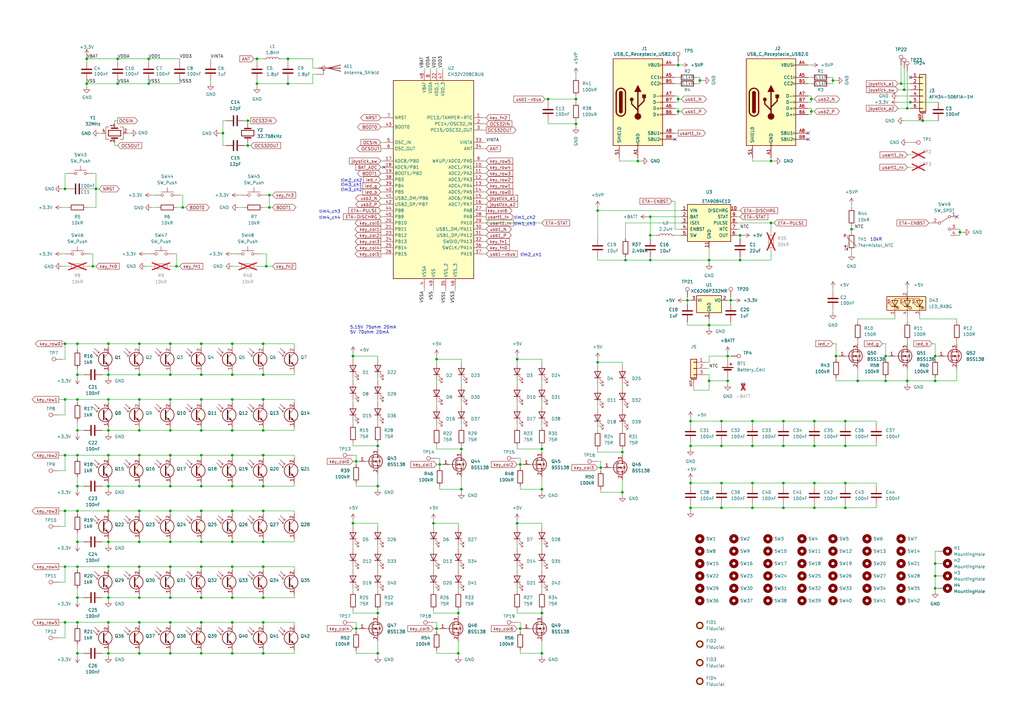
<source format=kicad_sch>
(kicad_sch (version 20231120) (generator "eeschema") (generator_version "8.0")
  (paper "A3")
  (junction (at 222.25 267.97))
  (junction (at 74.93 85.09))
  (junction (at 57.15 245.11))
  (junction (at 290.83 106.68))
  (junction (at 154.94 267.97))
  (junction (at 287.02 33.02) (diameter 0.9144))
  (junction (at 44.45 245.11))
  (junction (at 349.25 93.98))
  (junction (at 154.94 199.39))
  (junction (at 177.8 214.63))
  (junction (at 101.6 59.69) (diameter 0.9144))
  (junction (at 69.85 140.97) (diameter 0.9144))
  (junction (at 107.95 209.55) (diameter 0.9144))
  (junction (at 26.67 186.69))
  (junction (at 57.15 255.27) (diameter 0.9144))
  (junction (at 26.67 232.41))
  (junction (at 82.55 245.11))
  (junction (at 187.96 267.97))
  (junction (at 105.41 24.13))
  (junction (at 82.55 163.83) (diameter 0.9144))
  (junction (at 290.83 156.21))
  (junction (at 346.71 208.28))
  (junction (at 303.53 106.68))
  (junction (at 369.57 34.29))
  (junction (at 82.55 186.69) (diameter 0.9144))
  (junction (at 316.23 91.44))
  (junction (at 298.45 146.05))
  (junction (at 26.67 163.83))
  (junction (at 44.45 255.27))
  (junction (at 378.46 49.53))
  (junction (at 95.25 199.39))
  (junction (at 107.95 255.27) (diameter 0.9144))
  (junction (at 95.25 186.69) (diameter 0.9144))
  (junction (at 44.45 209.55))
  (junction (at 95.25 267.97))
  (junction (at 82.55 222.25))
  (junction (at 256.54 106.68))
  (junction (at 31.75 255.27))
  (junction (at 346.71 198.12))
  (junction (at 110.49 85.09))
  (junction (at 95.25 232.41) (diameter 0.9144))
  (junction (at 95.25 176.53))
  (junction (at 332.74 45.72))
  (junction (at 236.22 50.8))
  (junction (at 346.71 182.88))
  (junction (at 189.23 184.15))
  (junction (at 35.56 34.29))
  (junction (at 351.79 156.21))
  (junction (at 189.23 200.66))
  (junction (at 82.55 267.97))
  (junction (at 295.91 182.88))
  (junction (at 69.85 153.67))
  (junction (at 44.45 267.97))
  (junction (at 107.95 232.41) (diameter 0.9144))
  (junction (at 383.54 231.14))
  (junction (at 154.94 182.88))
  (junction (at 370.84 36.83))
  (junction (at 261.62 66.04))
  (junction (at 107.95 199.39))
  (junction (at 39.37 77.47))
  (junction (at 60.96 34.29))
  (junction (at 308.61 198.12))
  (junction (at 383.54 146.05))
  (junction (at 144.78 146.05))
  (junction (at 146.05 257.81))
  (junction (at 373.38 41.91))
  (junction (at 222.25 251.46))
  (junction (at 44.45 140.97))
  (junction (at 60.96 24.13))
  (junction (at 69.85 176.53))
  (junction (at 107.95 163.83) (diameter 0.9144))
  (junction (at 266.7 106.68))
  (junction (at 383.54 241.3))
  (junction (at 295.91 172.72))
  (junction (at 266.7 96.52))
  (junction (at 283.21 172.72))
  (junction (at 57.15 222.25))
  (junction (at 245.11 148.59))
  (junction (at 26.67 255.27))
  (junction (at 48.26 34.29))
  (junction (at 82.55 255.27) (diameter 0.9144))
  (junction (at 44.45 186.69))
  (junction (at 95.25 163.83) (diameter 0.9144))
  (junction (at 213.36 257.81))
  (junction (at 245.11 86.36))
  (junction (at 44.45 222.25))
  (junction (at 321.31 208.28))
  (junction (at 222.25 200.66))
  (junction (at 321.31 172.72))
  (junction (at 144.78 214.63))
  (junction (at 212.09 147.32))
  (junction (at 57.15 199.39))
  (junction (at 91.44 54.61))
  (junction (at 246.38 191.77))
  (junction (at 105.41 34.29))
  (junction (at 146.05 189.23))
  (junction (at 308.61 172.72))
  (junction (at 72.39 109.22))
  (junction (at 31.75 209.55))
  (junction (at 95.25 245.11))
  (junction (at 35.56 24.13))
  (junction (at 31.75 222.25))
  (junction (at 109.22 109.22))
  (junction (at 383.54 156.21))
  (junction (at 95.25 140.97) (diameter 0.9144))
  (junction (at 95.25 255.27) (diameter 0.9144))
  (junction (at 82.55 199.39))
  (junction (at 82.55 209.55) (diameter 0.9144))
  (junction (at 212.09 214.63))
  (junction (at 334.01 208.28))
  (junction (at 31.75 163.83))
  (junction (at 57.15 267.97))
  (junction (at 308.61 208.28))
  (junction (at 31.75 186.69))
  (junction (at 95.25 153.67))
  (junction (at 308.61 182.88))
  (junction (at 278.13 26.67))
  (junction (at 107.95 245.11))
  (junction (at 334.01 182.88))
  (junction (at 363.22 156.21))
  (junction (at 107.95 176.53))
  (junction (at 31.75 232.41))
  (junction (at 31.75 153.67))
  (junction (at 283.21 198.12))
  (junction (at 26.67 77.47))
  (junction (at 303.53 96.52))
  (junction (at 118.11 34.29))
  (junction (at 57.15 232.41) (diameter 0.9144))
  (junction (at 299.72 123.19))
  (junction (at 69.85 222.25))
  (junction (at 26.67 209.55))
  (junction (at 26.67 140.97))
  (junction (at 107.95 140.97) (diameter 0.9144))
  (junction (at 95.25 209.55) (diameter 0.9144))
  (junction (at 224.79 40.64))
  (junction (at 154.94 251.46))
  (junction (at 372.11 156.21))
  (junction (at 346.71 172.72))
  (junction (at 213.36 190.5))
  (junction (at 180.34 190.5))
  (junction (at 69.85 209.55) (diameter 0.9144))
  (junction (at 334.01 198.12))
  (junction (at 334.01 172.72))
  (junction (at 393.7 95.25))
  (junction (at 281.94 123.19))
  (junction (at 57.15 176.53))
  (junction (at 57.15 209.55) (diameter 0.9144))
  (junction (at 332.74 40.64))
  (junction (at 69.85 163.83) (diameter 0.9144))
  (junction (at 295.91 208.28))
  (junction (at 69.85 267.97))
  (junction (at 48.26 24.13))
  (junction (at 278.13 40.64))
  (junction (at 31.75 245.11))
  (junction (at 57.15 163.83) (diameter 0.9144))
  (junction (at 44.45 163.83))
  (junction (at 31.75 140.97))
  (junction (at 57.15 153.67))
  (junction (at 278.13 45.72))
  (junction (at 342.9 146.05))
  (junction (at 38.1 109.22))
  (junction (at 31.75 176.53))
  (junction (at 383.54 236.22))
  (junction (at 283.21 182.88))
  (junction (at 255.27 201.93))
  (junction (at 107.95 153.67))
  (junction (at 236.22 40.64))
  (junction (at 255.27 185.42))
  (junction (at 69.85 199.39))
  (junction (at 31.75 267.97))
  (junction (at 295.91 198.12))
  (junction (at 101.6 49.53) (diameter 0.9144))
  (junction (at 372.11 44.45))
  (junction (at 69.85 232.41) (diameter 0.9144))
  (junction (at 107.95 222.25))
  (junction (at 341.63 33.02) (diameter 0.9144))
  (junction (at 266.7 88.9))
  (junction (at 31.75 199.39))
  (junction (at 44.45 153.67))
  (junction (at 44.45 199.39))
  (junction (at 321.31 198.12))
  (junction (at 290.83 133.35))
  (junction (at 44.45 176.53))
  (junction (at 44.45 232.41))
  (junction (at 363.22 146.05))
  (junction (at 57.15 186.69) (diameter 0.9144))
  (junction (at 69.85 255.27) (diameter 0.9144))
  (junction (at 321.31 182.88))
  (junction (at 82.55 232.41) (diameter 0.9144))
  (junction (at 69.85 186.69) (diameter 0.9144))
  (junction (at 110.49 80.01))
  (junction (at 179.07 257.81))
  (junction (at 57.15 140.97) (diameter 0.9144))
  (junction (at 283.21 208.28))
  (junction (at 82.55 176.53))
  (junction (at 222.25 184.15))
  (junction (at 95.25 222.25))
  (junction (at 107.95 186.69) (diameter 0.9144))
  (junction (at 118.11 24.13))
  (junction (at 107.95 267.97))
  (junction (at 187.96 251.46))
  (junction (at 82.55 153.67))
  (junction (at 82.55 140.97) (diameter 0.9144))
  (junction (at 298.45 156.21))
  (junction (at 179.07 147.32))
  (junction (at 316.23 66.04))
  (junction (at 69.85 245.11))
  (no_connect (at 331.47 57.15))
  (no_connect (at 331.47 54.61))
  (no_connect (at 392.43 88.9))
  (no_connect (at 304.8 157.48))
  (no_connect (at 157.48 68.58))
  (no_connect (at 276.86 57.15))
  (no_connect (at 373.38 31.75))
  (wire (pts (xy 308.61 172.72) (xy 321.31 172.72)))
  (wire (pts (xy 95.25 266.7) (xy 95.25 267.97)))
  (wire (pts (xy 105.41 33.02) (xy 105.41 34.29)))
  (wire (pts (xy 69.85 266.7) (xy 69.85 267.97)))
  (wire (pts (xy 157.48 81.28) (xy 156.21 81.28)))
  (wire (pts (xy 154.94 250.19) (xy 154.94 251.46)))
  (wire (pts (xy 118.11 34.29) (xy 128.27 34.29)))
  (wire (pts (xy 41.91 199.39) (xy 44.45 199.39)))
  (wire (pts (xy 69.85 232.41) (xy 57.15 232.41)))
  (wire (pts (xy 120.65 142.24) (xy 120.65 140.97)))
  (wire (pts (xy 44.45 142.24) (xy 44.45 140.97)))
  (wire (pts (xy 179.07 267.97) (xy 187.96 267.97)))
  (wire (pts (xy 373.38 41.91) (xy 384.81 41.91)))
  (wire (pts (xy 363.22 154.94) (xy 363.22 156.21)))
  (wire (pts (xy 128.27 30.48) (xy 129.54 30.48)))
  (wire (pts (xy 57.15 186.69) (xy 44.45 186.69)))
  (wire (pts (xy 82.55 165.1) (xy 82.55 163.83)))
  (wire (pts (xy 255.27 175.26) (xy 255.27 176.53)))
  (wire (pts (xy 368.3 34.29) (xy 369.57 34.29)))
  (wire (pts (xy 69.85 210.82) (xy 69.85 209.55)))
  (wire (pts (xy 95.25 198.12) (xy 95.25 199.39)))
  (wire (pts (xy 245.11 85.09) (xy 245.11 86.36)))
  (wire (pts (xy 82.55 256.54) (xy 82.55 255.27)))
  (wire (pts (xy 290.83 130.81) (xy 290.83 133.35)))
  (wire (pts (xy 255.27 201.93) (xy 255.27 203.2)))
  (wire (pts (xy 118.11 24.13) (xy 118.11 25.4)))
  (wire (pts (xy 120.65 245.11) (xy 120.65 243.84)))
  (wire (pts (xy 276.86 96.52) (xy 279.4 96.52)))
  (wire (pts (xy 255.27 185.42) (xy 255.27 186.69)))
  (wire (pts (xy 212.09 214.63) (xy 212.09 215.9)))
  (wire (pts (xy 261.62 66.04) (xy 262.89 66.04)))
  (wire (pts (xy 176.53 27.94) (xy 176.53 29.21)))
  (wire (pts (xy 276.86 82.55) (xy 276.86 93.98)))
  (wire (pts (xy 298.45 156.21) (xy 298.45 157.48)))
  (wire (pts (xy 295.91 207.01) (xy 295.91 208.28)))
  (wire (pts (xy 199.39 81.28) (xy 198.12 81.28)))
  (wire (pts (xy 120.65 186.69) (xy 107.95 186.69)))
  (wire (pts (xy 276.86 26.67) (xy 278.13 26.67)))
  (wire (pts (xy 69.85 243.84) (xy 69.85 245.11)))
  (wire (pts (xy 302.26 96.52) (xy 303.53 96.52)))
  (wire (pts (xy 101.6 49.53) (xy 101.6 50.8)))
  (wire (pts (xy 349.25 93.98) (xy 349.25 92.71)))
  (wire (pts (xy 245.11 106.68) (xy 256.54 106.68)))
  (wire (pts (xy 72.39 104.14) (xy 71.12 104.14)))
  (wire (pts (xy 35.56 77.47) (xy 39.37 77.47)))
  (wire (pts (xy 321.31 208.28) (xy 308.61 208.28)))
  (wire (pts (xy 359.41 207.01) (xy 359.41 208.28)))
  (wire (pts (xy 25.4 147.32) (xy 26.67 147.32)))
  (wire (pts (xy 342.9 140.97) (xy 342.9 146.05)))
  (wire (pts (xy 44.45 154.94) (xy 44.45 153.67)))
  (wire (pts (xy 31.75 186.69) (xy 31.75 187.96)))
  (wire (pts (xy 392.43 139.7) (xy 392.43 140.97)))
  (wire (pts (xy 82.55 255.27) (xy 69.85 255.27)))
  (wire (pts (xy 44.45 152.4) (xy 44.45 153.67)))
  (wire (pts (xy 74.93 80.01) (xy 73.66 80.01)))
  (wire (pts (xy 69.85 142.24) (xy 69.85 140.97)))
  (wire (pts (xy 392.43 151.13) (xy 392.43 156.21)))
  (wire (pts (xy 38.1 104.14) (xy 38.1 109.22)))
  (wire (pts (xy 105.41 35.56) (xy 105.41 34.29)))
  (wire (pts (xy 212.09 255.27) (xy 213.36 255.27)))
  (wire (pts (xy 246.38 200.66) (xy 246.38 201.93)))
  (wire (pts (xy 198.12 58.42) (xy 199.39 58.42)))
  (wire (pts (xy 280.67 123.19) (xy 281.94 123.19)))
  (wire (pts (xy 368.3 39.37) (xy 373.38 39.37)))
  (wire (pts (xy 57.15 140.97) (xy 44.45 140.97)))
  (wire (pts (xy 378.46 49.53) (xy 384.81 49.53)))
  (wire (pts (xy 341.63 33.02) (xy 342.9 33.02)))
  (wire (pts (xy 57.15 210.82) (xy 57.15 209.55)))
  (wire (pts (xy 82.55 175.26) (xy 82.55 176.53)))
  (wire (pts (xy 266.7 105.41) (xy 266.7 106.68)))
  (wire (pts (xy 144.78 146.05) (xy 154.94 146.05)))
  (wire (pts (xy 82.55 220.98) (xy 82.55 222.25)))
  (wire (pts (xy 107.95 199.39) (xy 120.65 199.39)))
  (wire (pts (xy 199.39 71.12) (xy 198.12 71.12)))
  (wire (pts (xy 331.47 26.67) (xy 332.74 26.67)))
  (wire (pts (xy 120.65 210.82) (xy 120.65 209.55)))
  (wire (pts (xy 44.45 222.25) (xy 57.15 222.25)))
  (wire (pts (xy 198.12 93.98) (xy 199.39 93.98)))
  (wire (pts (xy 332.74 45.72) (xy 332.74 46.99)))
  (wire (pts (xy 212.09 187.96) (xy 213.36 187.96)))
  (wire (pts (xy 156.21 86.36) (xy 157.48 86.36)))
  (wire (pts (xy 283.21 196.85) (xy 283.21 198.12)))
  (wire (pts (xy 107.95 142.24) (xy 107.95 140.97)))
  (wire (pts (xy 212.09 156.21) (xy 212.09 157.48)))
  (wire (pts (xy 393.7 95.25) (xy 394.97 95.25)))
  (wire (pts (xy 382.27 140.97) (xy 383.54 140.97)))
  (wire (pts (xy 212.09 257.81) (xy 213.36 257.81)))
  (wire (pts (xy 105.41 24.13) (xy 105.41 25.4)))
  (wire (pts (xy 179.07 156.21) (xy 179.07 157.48)))
  (wire (pts (xy 177.8 214.63) (xy 177.8 215.9)))
  (wire (pts (xy 31.75 232.41) (xy 44.45 232.41)))
  (wire (pts (xy 120.65 153.67) (xy 120.65 152.4)))
  (wire (pts (xy 212.09 165.1) (xy 212.09 166.37)))
  (wire (pts (xy 95.25 176.53) (xy 107.95 176.53)))
  (wire (pts (xy 25.4 104.14) (xy 26.67 104.14)))
  (wire (pts (xy 245.11 105.41) (xy 245.11 106.68)))
  (wire (pts (xy 118.11 24.13) (xy 128.27 24.13)))
  (wire (pts (xy 146.05 255.27) (xy 146.05 257.81)))
  (wire (pts (xy 180.34 200.66) (xy 189.23 200.66)))
  (wire (pts (xy 69.85 267.97) (xy 82.55 267.97)))
  (wire (pts (xy 82.55 222.25) (xy 95.25 222.25)))
  (wire (pts (xy 64.77 85.09) (xy 62.23 85.09)))
  (wire (pts (xy 341.63 31.75) (xy 341.63 33.02)))
  (wire (pts (xy 308.61 181.61) (xy 308.61 182.88)))
  (wire (pts (xy 107.95 152.4) (xy 107.95 153.67)))
  (wire (pts (xy 57.15 266.7) (xy 57.15 267.97)))
  (wire (pts (xy 144.78 241.3) (xy 144.78 242.57)))
  (wire (pts (xy 31.75 267.97) (xy 34.29 267.97)))
  (wire (pts (xy 100.33 59.69) (xy 101.6 59.69)))
  (wire (pts (xy 342.9 156.21) (xy 342.9 154.94)))
  (wire (pts (xy 212.09 223.52) (xy 212.09 224.79)))
  (wire (pts (xy 295.91 181.61) (xy 295.91 182.88)))
  (wire (pts (xy 346.71 198.12) (xy 359.41 198.12)))
  (wire (pts (xy 46.99 49.53) (xy 46.99 50.8)))
  (wire (pts (xy 222.25 200.66) (xy 222.25 201.93)))
  (wire (pts (xy 254 64.77) (xy 254 66.04)))
  (wire (pts (xy 334.01 208.28) (xy 321.31 208.28)))
  (wire (pts (xy 144.78 257.81) (xy 146.05 257.81)))
  (wire (pts (xy 349.25 93.98) (xy 350.52 93.98)))
  (wire (pts (xy 295.91 182.88) (xy 283.21 182.88)))
  (wire (pts (xy 57.15 175.26) (xy 57.15 176.53)))
  (wire (pts (xy 156.21 91.44) (xy 157.48 91.44)))
  (wire (pts (xy 349.25 83.82) (xy 349.25 85.09)))
  (wire (pts (xy 120.65 163.83) (xy 107.95 163.83)))
  (wire (pts (xy 107.95 186.69) (xy 95.25 186.69)))
  (wire (pts (xy 144.78 251.46) (xy 154.94 251.46)))
  (wire (pts (xy 290.83 133.35) (xy 299.72 133.35)))
  (wire (pts (xy 120.65 222.25) (xy 120.65 220.98)))
  (wire (pts (xy 44.45 266.7) (xy 44.45 267.97)))
  (wire (pts (xy 91.44 54.61) (xy 91.44 59.69)))
  (wire (pts (xy 44.45 223.52) (xy 44.45 222.25)))
  (wire (pts (xy 342.9 140.97) (xy 341.63 140.97)))
  (wire (pts (xy 95.25 256.54) (xy 95.25 255.27)))
  (wire (pts (xy 224.79 40.64) (xy 224.79 41.91)))
  (wire (pts (xy 361.95 140.97) (xy 363.22 140.97)))
  (wire (pts (xy 41.91 267.97) (xy 44.45 267.97)))
  (wire (pts (xy 179.07 257.81) (xy 179.07 259.08)))
  (wire (pts (xy 144.78 214.63) (xy 144.78 215.9)))
  (wire (pts (xy 212.09 213.36) (xy 212.09 214.63)))
  (wire (pts (xy 383.54 231.14) (xy 384.81 231.14)))
  (wire (pts (xy 369.57 26.67) (xy 369.57 34.29)))
  (wire (pts (xy 44.45 187.96) (xy 44.45 186.69)))
  (wire (pts (xy 245.11 97.79) (xy 245.11 86.36)))
  (wire (pts (xy 393.7 95.25) (xy 393.7 96.52)))
  (wire (pts (xy 281.94 121.92) (xy 281.94 123.19)))
  (wire (pts (xy 370.84 36.83) (xy 373.38 36.83)))
  (wire (pts (xy 189.23 184.15) (xy 189.23 185.42)))
  (wire (pts (xy 283.21 171.45) (xy 283.21 172.72)))
  (wire (pts (xy 212.09 250.19) (xy 212.09 251.46)))
  (wire (pts (xy 107.95 243.84) (xy 107.95 245.11)))
  (wire (pts (xy 60.96 33.02) (xy 60.96 34.29)))
  (wire (pts (xy 342.9 146.05) (xy 344.17 146.05)))
  (wire (pts (xy 39.37 71.12) (xy 39.37 77.47)))
  (wire (pts (xy 179.07 184.15) (xy 189.23 184.15)))
  (wire (pts (xy 31.75 255.27) (xy 31.75 256.54)))
  (wire (pts (xy 107.95 256.54) (xy 107.95 255.27)))
  (wire (pts (xy 57.15 245.11) (xy 69.85 245.11)))
  (wire (pts (xy 308.61 198.12) (xy 321.31 198.12)))
  (wire (pts (xy 245.11 157.48) (xy 245.11 158.75)))
  (wire (pts (xy 351.79 156.21) (xy 363.22 156.21)))
  (wire (pts (xy 212.09 190.5) (xy 213.36 190.5)))
  (wire (pts (xy 154.94 194.31) (xy 154.94 199.39)))
  (wire (pts (xy 384.81 226.06) (xy 383.54 226.06)))
  (wire (pts (xy 281.94 133.35) (xy 290.83 133.35)))
  (wire (pts (xy 82.55 186.69) (xy 69.85 186.69)))
  (wire (pts (xy 95.25 243.84) (xy 95.25 245.11)))
  (wire (pts (xy 69.85 222.25) (xy 82.55 222.25)))
  (wire (pts (xy 107.95 85.09) (xy 110.49 85.09)))
  (wire (pts (xy 95.25 163.83) (xy 82.55 163.83)))
  (wire (pts (xy 285.75 31.75) (xy 287.02 31.75)))
  (wire (pts (xy 62.23 109.22) (xy 59.69 109.22)))
  (wire (pts (xy 157.48 71.12) (xy 156.21 71.12)))
  (wire (pts (xy 146.05 267.97) (xy 154.94 267.97)))
  (wire (pts (xy 383.54 140.97) (xy 383.54 146.05)))
  (wire (pts (xy 25.4 85.09) (xy 27.94 85.09)))
  (wire (pts (xy 31.75 222.25) (xy 31.75 218.44)))
  (wire (pts (xy 118.11 34.29) (xy 118.11 33.02)))
  (wire (pts (xy 35.56 24.13) (xy 35.56 22.86)))
  (wire (pts (xy 383.54 236.22) (xy 384.81 236.22)))
  (wire (pts (xy 44.45 245.11) (xy 57.15 245.11)))
  (wire (pts (xy 213.36 255.27) (xy 213.36 257.81)))
  (wire (pts (xy 363.22 146.05) (xy 364.49 146.05)))
  (wire (pts (xy 57.15 256.54) (xy 57.15 255.27)))
  (wire (pts (xy 31.75 209.55) (xy 31.75 210.82)))
  (wire (pts (xy 157.48 101.6) (xy 156.21 101.6)))
  (wire (pts (xy 245.11 148.59) (xy 255.27 148.59)))
  (wire (pts (xy 278.13 44.45) (xy 278.13 45.72)))
  (wire (pts (xy 95.25 165.1) (xy 95.25 163.83)))
  (wire (pts (xy 363.22 140.97) (xy 363.22 146.05)))
  (wire (pts (xy 334.01 207.01) (xy 334.01 208.28)))
  (wire (pts (xy 157.48 48.26) (xy 156.21 48.26)))
  (wire (pts (xy 107.95 153.67) (xy 120.65 153.67)))
  (wire (pts (xy 60.96 24.13) (xy 73.66 24.13)))
  (wire (pts (xy 107.95 266.7) (xy 107.95 267.97)))
  (wire (pts (xy 144.78 232.41) (xy 144.78 233.68)))
  (wire (pts (xy 144.78 186.69) (xy 146.05 186.69)))
  (wire (pts (xy 69.85 220.98) (xy 69.85 222.25)))
  (wire (pts (xy 179.07 27.94) (xy 179.07 29.21)))
  (wire (pts (xy 187.96 267.97) (xy 187.96 269.24)))
  (wire (pts (xy 31.75 245.11) (xy 31.75 241.3)))
  (wire (pts (xy 44.45 243.84) (xy 44.45 245.11)))
  (wire (pts (xy 26.67 77.47) (xy 26.67 71.12)))
  (wire (pts (xy 181.61 27.94) (xy 181.61 29.21)))
  (wire (pts (xy 156.21 73.66) (xy 157.48 73.66)))
  (wire (pts (xy 44.45 267.97) (xy 57.15 267.97)))
  (wire (pts (xy 86.36 33.02) (xy 86.36 34.29)))
  (wire (pts (xy 100.33 49.53) (xy 101.6 49.53)))
  (wire (pts (xy 236.22 31.75) (xy 236.22 30.48)))
  (wire (pts (xy 154.94 182.88) (xy 154.94 184.15)))
  (wire (pts (xy 144.78 213.36) (xy 144.78 214.63)))
  (wire (pts (xy 144.78 144.78) (xy 144.78 146.05)))
  (wire (pts (xy 120.65 187.96) (xy 120.65 186.69)))
  (wire (pts (xy 180.34 190.5) (xy 181.61 190.5)))
  (wire (pts (xy 332.74 40.64) (xy 334.01 40.64)))
  (wire (pts (xy 107.95 140.97) (xy 95.25 140.97)))
  (wire (pts (xy 321.31 182.88) (xy 308.61 182.88)))
  (wire (pts (xy 26.67 215.9) (xy 26.67 209.55)))
  (wire (pts (xy 316.23 102.87) (xy 316.23 106.68)))
  (wire (pts (xy 44.45 199.39) (xy 57.15 199.39)))
  (wire (pts (xy 69.85 163.83) (xy 57.15 163.83)))
  (wire (pts (xy 60.96 24.13) (xy 60.96 25.4)))
  (wire (pts (xy 283.21 198.12) (xy 295.91 198.12)))
  (wire (pts (xy 40.64 54.61) (xy 41.91 54.61)))
  (wire (pts (xy 222.25 250.19) (xy 222.25 251.46)))
  (wire (pts (xy 392.43 132.08) (xy 392.43 130.81)))
  (wire (pts (xy 372.11 157.48) (xy 372.11 156.21)))
  (wire (pts (xy 82.55 153.67) (xy 95.25 153.67)))
  (wire (pts (xy 38.1 109.22) (xy 39.37 109.22)))
  (wire (pts (xy 303.53 106.68) (xy 316.23 106.68)))
  (wire (pts (xy 109.22 104.14) (xy 109.22 109.22)))
  (wire (pts (xy 26.67 71.12) (xy 27.94 71.12)))
  (wire (pts (xy 177.8 232.41) (xy 177.8 233.68)))
  (wire (pts (xy 283.21 198.12) (xy 283.21 199.39)))
  (wire (pts (xy 39.37 85.09) (xy 39.37 77.47)))
  (wire (pts (xy 144.78 250.19) (xy 144.78 251.46)))
  (wire (pts (xy 368.3 44.45) (xy 372.11 44.45)))
  (wire (pts (xy 120.65 199.39) (xy 120.65 198.12)))
  (wire (pts (xy 107.95 222.25) (xy 120.65 222.25)))
  (wire (pts (xy 295.91 198.12) (xy 308.61 198.12)))
  (wire (pts (xy 120.65 209.55) (xy 107.95 209.55)))
  (wire (pts (xy 146.05 257.81) (xy 146.05 259.08)))
  (wire (pts (xy 359.41 198.12) (xy 359.41 199.39)))
  (wire (pts (xy 48.26 34.29) (xy 60.96 34.29)))
  (wire (pts (xy 222.25 251.46) (xy 222.25 252.73)))
  (wire (pts (xy 289.56 153.67) (xy 290.83 153.67)))
  (wire (pts (xy 177.8 241.3) (xy 177.8 242.57)))
  (wire (pts (xy 331.47 44.45) (xy 332.74 44.45)))
  (wire (pts (xy 95.25 153.67) (xy 107.95 153.67)))
  (wire (pts (xy 290.83 106.68) (xy 303.53 106.68)))
  (wire (pts (xy 95.25 232.41) (xy 82.55 232.41)))
  (wire (pts (xy 316.23 66.04) (xy 317.5 66.04)))
  (wire (pts (xy 316.23 64.77) (xy 316.23 66.04)))
  (wire (pts (xy 278.13 39.37) (xy 278.13 40.64)))
  (wire (pts (xy 95.25 210.82) (xy 95.25 209.55)))
  (wire (pts (xy 31.75 209.55) (xy 44.45 209.55)))
  (wire (pts (xy 157.48 96.52) (xy 156.21 96.52)))
  (wire (pts (xy 95.25 175.26) (xy 95.25 176.53)))
  (wire (pts (xy 334.01 198.12) (xy 334.01 199.39)))
  (wire (pts (xy 283.21 208.28) (xy 283.21 209.55)))
  (wire (pts (xy 278.13 45.72) (xy 279.4 45.72)))
  (wire (pts (xy 316.23 91.44) (xy 316.23 95.25)))
  (wire (pts (xy 154.94 241.3) (xy 154.94 242.57)))
  (wire (pts (xy 287.02 31.75) (xy 287.02 33.02)))
  (wire (pts (xy 177.8 251.46) (xy 187.96 251.46)))
  (wire (pts (xy 31.75 222.25) (xy 34.29 222.25)))
  (wire (pts (xy 308.61 208.28) (xy 295.91 208.28)))
  (wire (pts (xy 35.56 34.29) (xy 48.26 34.29)))
  (wire (pts (xy 236.22 52.07) (xy 236.22 50.8)))
  (wire (pts (xy 69.85 209.55) (xy 57.15 209.55)))
  (wire (pts (xy 46.99 59.69) (xy 48.26 59.69)))
  (wire (pts (xy 212.09 147.32) (xy 212.09 148.59)))
  (wire (pts (xy 31.75 246.38) (xy 31.75 245.11)))
  (wire (pts (xy 109.22 104.14) (xy 106.68 104.14)))
  (wire (pts (xy 82.55 152.4) (xy 82.55 153.67)))
  (wire (pts (xy 341.63 118.11) (xy 341.63 119.38)))
  (wire (pts (xy 393.7 93.98) (xy 393.7 95.25)))
  (wire (pts (xy 245.11 185.42) (xy 255.27 185.42)))
  (wire (pts (xy 107.95 187.96) (xy 107.95 186.69)))
  (wire (pts (xy 278.13 45.72) (xy 278.13 46.99)))
  (wire (pts (xy 154.94 262.89) (xy 154.94 267.97)))
  (wire (pts (xy 128.27 27.94) (xy 128.27 24.13)))
  (wire (pts (xy 308.61 198.12) (xy 308.61 199.39)))
  (wire (pts (xy 187.96 232.41) (xy 187.96 233.68)))
  (wire (pts (xy 276.86 93.98) (xy 279.4 93.98)))
  (wire (pts (xy 73.66 33.02) (xy 73.66 34.29)))
  (wire (pts (xy 129.54 27.94) (xy 128.27 27.94)))
  (wire (pts (xy 24.13 215.9) (xy 26.67 215.9)))
  (wire (pts (xy 199.39 76.2) (xy 198.12 76.2)))
  (wire (pts (xy 97.79 85.09) (xy 100.33 85.09)))
  (wire (pts (xy 212.09 147.32) (xy 212.09 146.05)))
  (wire (pts (xy 298.45 156.21) (xy 298.45 154.94)))
  (wire (pts (xy 57.15 255.27) (xy 44.45 255.27)))
  (wire (pts (xy 26.67 186.69) (xy 31.75 186.69)))
  (wire (pts (xy 82.55 245.11) (xy 95.25 245.11)))
  (wire (pts (xy 278.13 41.91) (xy 276.86 41.91)))
  (wire (pts (xy 198.12 50.8) (xy 199.39 50.8)))
  (wire (pts (xy 69.85 186.69) (xy 57.15 186.69)))
  (wire (pts (xy 281.94 132.08) (xy 281.94 133.35)))
  (wire (pts (xy 179.07 266.7) (xy 179.07 267.97)))
  (wire (pts (xy 383.54 146.05) (xy 383.54 147.32)))
  (wire (pts (xy 346.71 172.72) (xy 346.71 173.99)))
  (wire (pts (xy 261.62 64.77) (xy 261.62 66.04)))
  (wire (pts (xy 115.57 24.13) (xy 118.11 24.13)))
  (wire (pts (xy 199.39 101.6) (xy 198.12 101.6)))
  (wire (pts (xy 213.36 190.5) (xy 214.63 190.5)))
  (wire (pts (xy 370.84 49.53) (xy 378.46 49.53)))
  (wire (pts (xy 224.79 50.8) (xy 236.22 50.8)))
  (wire (pts (xy 24.13 193.04) (xy 26.67 193.04)))
  (wire (pts (xy 26.67 193.04) (xy 26.67 186.69)))
  (wire (pts (xy 298.45 146.05) (xy 299.72 146.05)))
  (wire (pts (xy 154.94 214.63) (xy 154.94 215.9)))
  (wire (pts (xy 69.85 245.11) (xy 82.55 245.11)))
  (wire (pts (xy 156.21 52.07) (xy 157.48 52.07)))
  (wire (pts (xy 82.55 267.97) (xy 95.25 267.97)))
  (wire (pts (xy 341.63 34.29) (xy 340.36 34.29)))
  (wire (pts (xy 35.56 24.13) (xy 48.26 24.13)))
  (wire (pts (xy 255.27 148.59) (xy 255.27 149.86)))
  (wire (pts (xy 82.55 266.7) (xy 82.55 267.97)))
  (wire (pts (xy 44.45 210.82) (xy 44.45 209.55)))
  (wire (pts (xy 266.7 96.52) (xy 266.7 97.79)))
  (wire (pts (xy 82.55 140.97) (xy 69.85 140.97)))
  (wire (pts (xy 222.25 147.32) (xy 222.25 148.59)))
  (wire (pts (xy 266.7 106.68) (xy 290.83 106.68)))
  (wire (pts (xy 48.26 33.02) (xy 48.26 34.29)))
  (wire (pts (xy 302.26 86.36) (xy 303.53 86.36)))
  (wire (pts (xy 31.75 245.11) (xy 34.29 245.11)))
  (wire (pts (xy 107.95 232.41) (xy 95.25 232.41)))
  (wire (pts (xy 107.95 267.97) (xy 120.65 267.97)))
  (wire (pts (xy 120.65 255.27) (xy 107.95 255.27)))
  (wire (pts (xy 179.07 165.1) (xy 179.07 166.37)))
  (wire (pts (xy 31.75 176.53) (xy 34.29 176.53)))
  (wire (pts (xy 156.21 66.04) (xy 157.48 66.04)))
  (wire (pts (xy 154.94 163.83) (xy 154.94 165.1)))
  (wire (pts (xy 44.45 177.8) (xy 44.45 176.53)))
  (wire (pts (xy 212.09 251.46) (xy 222.25 251.46)))
  (wire (pts (xy 91.44 49.53) (xy 91.44 54.61)))
  (wire (pts (xy 299.72 124.46) (xy 299.72 123.19)))
  (wire (pts (xy 24.13 186.69) (xy 26.67 186.69)))
  (wire (pts (xy 372.11 132.08) (xy 372.11 129.54)))
  (wire (pts (xy 198.12 68.58) (xy 199.39 68.58)))
  (wire (pts (xy 35.56 24.13) (xy 35.56 25.4)))
  (wire (pts (xy 198.12 96.52) (xy 199.39 96.52)))
  (wire (pts (xy 182.88 118.11) (xy 182.88 119.38)))
  (wire (pts (xy 146.05 189.23) (xy 147.32 189.23)))
  (wire (pts (xy 213.36 190.5) (xy 213.36 191.77)))
  (wire (pts (xy 44.45 200.66) (xy 44.45 199.39)))
  (wire (pts (xy 82.55 209.55) (xy 69.85 209.55)))
  (wire (pts (xy 110.49 80.01) (xy 111.76 80.01)))
  (wire (pts (xy 146.05 186.69) (xy 146.05 189.23)))
  (wire (pts (xy 110.49 80.01) (xy 110.49 85.09)))
  (wire (pts (xy 120.65 233.68) (xy 120.65 232.41)))
  (wire (pts (xy 107.95 198.12) (xy 107.95 199.39)))
  (wire (pts (xy 287.02 33.02) (xy 287.02 34.29)))
  (wire (pts (xy 334.01 181.61) (xy 334.01 182.88)))
  (wire (pts (xy 95.25 104.14) (xy 96.52 104.14)))
  (wire (pts (xy 95.25 152.4) (xy 95.25 153.67)))
  (wire (pts (xy 302.26 88.9) (xy 303.53 88.9)))
  (wire (pts (xy 283.21 208.28) (xy 283.21 207.01)))
  (wire (pts (xy 31.75 153.67) (xy 31.75 151.13)))
  (wire (pts (xy 57.15 187.96) (xy 57.15 186.69)))
  (wire (pts (xy 222.25 165.1) (xy 222.25 166.37)))
  (wire (pts (xy 222.25 156.21) (xy 222.25 157.48)))
  (wire (pts (xy 59.69 104.14) (xy 60.96 104.14)))
  (wire (pts (xy 104.14 24.13) (xy 105.41 24.13)))
  (wire (pts (xy 199.39 73.66) (xy 198.12 73.66)))
  (wire (pts (xy 278.13 26.67) (xy 279.4 26.67)))
  (wire (pts (xy 278.13 31.75) (xy 276.86 31.75)))
  (wire (pts (xy 173.99 118.11) (xy 173.99 119.38)))
  (wire (pts (xy 346.71 172.72) (xy 359.41 172.72)))
  (wire (pts (xy 41.91 222.25) (xy 44.45 222.25)))
  (wire (pts (xy 290.83 160.02) (xy 290.83 156.21)))
  (wire (pts (xy 82.55 198.12) (xy 82.55 199.39)))
  (wire (pts (xy 26.67 238.76) (xy 26.67 232.41)))
  (wire (pts (xy 31.75 163.83) (xy 44.45 163.83)))
  (wire (pts (xy 212.09 147.32) (xy 222.25 147.32)))
  (wire (pts (xy 144.78 182.88) (xy 154.94 182.88)))
  (wire (pts (xy 213.36 257.81) (xy 214.63 257.81)))
  (wire (pts (xy 284.48 158.75) (xy 284.48 160.02)))
  (wire (pts (xy 91.44 54.61) (xy 90.17 54.61)))
  (wire (pts (xy 256.54 106.68) (xy 266.7 106.68)))
  (wire (pts (xy 213.36 199.39) (xy 213.36 200.66)))
  (wire (pts (xy 154.94 154.94) (xy 154.94 156.21)))
  (wire (pts (xy 281.94 123.19) (xy 283.21 123.19)))
  (wire (pts (xy 57.15 198.12) (xy 57.15 199.39)))
  (wire (pts (xy 246.38 191.77) (xy 246.38 193.04)))
  (wire (pts (xy 212.09 214.63) (xy 222.25 214.63)))
  (wire (pts (xy 92.71 59.69) (xy 91.44 59.69)))
  (wire (pts (xy 57.15 199.39) (xy 69.85 199.39)))
  (wire (pts (xy 120.65 140.97) (xy 107.95 140.97)))
  (wire (pts (xy 35.56 34.29) (xy 35.56 35.56)))
  (wire (pts (xy 35.56 33.02) (xy 35.56 34.29)))
  (wire (pts (xy 44.45 165.1) (xy 44.45 163.83)))
  (wire (pts (xy 265.43 88.9) (xy 266.7 88.9)))
  (wire (pts (xy 245.11 86.36) (xy 279.4 86.36)))
  (wire (pts (xy 222.25 262.89) (xy 222.25 267.97)))
  (wire (pts (xy 383.54 236.22) (xy 383.54 241.3)))
  (wire (pts (xy 39.37 71.12) (xy 38.1 71.12)))
  (wire (pts (xy 48.26 24.13) (xy 60.96 24.13)))
  (wire (pts (xy 383.54 241.3) (xy 384.81 241.3)))
  (wire (pts (xy 26.67 140.97) (xy 26.67 147.32)))
  (wire (pts (xy 82.55 142.24) (xy 82.55 140.97)))
  (wire (pts (xy 44.45 256.54) (xy 44.45 255.27)))
  (wire (pts (xy 316.23 91.44) (xy 317.5 91.44)))
  (wire (pts (xy 383.54 154.94) (xy 383.54 156.21)))
  (wire (pts (xy 31.75 267.97) (xy 31.75 264.16)))
  (wire (pts (xy 372.11 139.7) (xy 372.11 140.97)))
  (wire (pts (xy 278.13 54.61) (xy 276.86 54.61)))
  (wire (pts (xy 284.48 160.02) (xy 290.83 160.02)))
  (wire (pts (xy 308.61 182.88) (xy 295.91 182.88)))
  (wire (pts (xy 372.11 118.11) (xy 372.11 119.38)))
  (wire (pts (xy 392.43 93.98) (xy 393.7 93.98)))
  (wire (pts (xy 290.83 146.05) (xy 290.83 148.59)))
  (wire (pts (xy 372.11 151.13) (xy 372.11 156.21)))
  (wire (pts (xy 107.95 245.11) (xy 120.65 245.11)))
  (wire (pts (xy 332.74 39.37) (xy 332.74 40.64)))
  (wire (pts (xy 246.38 201.93) (xy 255.27 201.93)))
  (wire (pts (xy 334.01 172.72) (xy 334.01 173.99)))
  (wire (pts (xy 278.13 34.29) (xy 276.86 34.29)))
  (wire (pts (xy 177.8 223.52) (xy 177.8 224.79)))
  (wire (pts (xy 342.9 156.21) (xy 351.79 156.21)))
  (wire (pts (xy 224.79 40.64) (xy 236.22 40.64)))
  (wire (pts (xy 359.41 172.72) (xy 359.41 173.99)))
  (wire (pts (xy 57.15 233.68) (xy 57.15 232.41)))
  (wire (pts (xy 69.85 153.67) (xy 82.55 153.67)))
  (wire (pts (xy 107.95 233.68) (xy 107.95 232.41)))
  (wire (pts (xy 372.11 156.21) (xy 383.54 156.21)))
  (wire (pts (xy 187.96 251.46) (xy 187.96 252.73)))
  (wire (pts (xy 97.79 80.01) (xy 99.06 80.01)))
  (wire (pts (xy 298.45 146.05) (xy 298.45 147.32)))
  (wire (pts (xy 25.4 140.97) (xy 26.67 140.97)))
  (wire (pts (xy 255.27 166.37) (xy 255.27 167.64)))
  (wire (pts (xy 44.45 220.98) (xy 44.45 222.25)))
  (wire (pts (xy 107.95 209.55) (xy 95.25 209.55)))
  (wire (pts (xy 26.67 255.27) (xy 31.75 255.27)))
  (wire (pts (xy 289.56 148.59) (xy 290.83 148.59)))
  (wire (pts (xy 144.78 255.27) (xy 146.05 255.27)))
  (wire (pts (xy 359.41 182.88) (xy 346.71 182.88)))
  (wire (pts (xy 287.02 34.29) (xy 285.75 34.29)))
  (wire (pts (xy 321.31 172.72) (xy 321.31 173.99)))
  (wire (pts (xy 198.12 104.14) (xy 199.39 104.14)))
  (wire (pts (xy 107.95 24.13) (xy 105.41 24.13)))
  (wire (pts (xy 24.13 163.83) (xy 26.67 163.83)))
  (wire (pts (xy 213.36 266.7) (xy 213.36 267.97)))
  (wire (pts (xy 334.01 182.88) (xy 321.31 182.88)))
  (wire (pts (xy 351.79 130.81) (xy 367.03 130.81)))
  (wire (pts (xy 154.94 181.61) (xy 154.94 182.88)))
  (wire (pts (xy 69.85 256.54) (xy 69.85 255.27)))
  (wire (pts (xy 199.39 99.06) (xy 198.12 99.06)))
  (wire (pts (xy 212.09 184.15) (xy 222.25 184.15)))
  (wire (pts (xy 187.96 250.19) (xy 187.96 251.46)))
  (wire (pts (xy 95.25 255.27) (xy 82.55 255.27)))
  (wire (pts (xy 107.95 176.53) (xy 120.65 176.53)))
  (wire (pts (xy 224.79 50.8) (xy 224.79 49.53)))
  (wire (pts (xy 299.72 123.19) (xy 300.99 123.19)))
  (wire (pts (xy 187.96 241.3) (xy 187.96 242.57)))
  (wire (pts (xy 146.05 257.81) (xy 147.32 257.81)))
  (wire (pts (xy 222.25 195.58) (xy 222.25 200.66)))
  (wire (pts (xy 177.8 213.36) (xy 177.8 214.63)))
  (wire (pts (xy 72.39 109.22) (xy 73.66 109.22)))
  (wire (pts (xy 57.15 176.53) (xy 69.85 176.53)))
  (wire (pts (xy 95.25 233.68) (xy 95.25 232.41)))
  (wire (pts (xy 57.15 267.97) (xy 69.85 267.97)))
  (wire (pts (xy 86.36 24.13) (xy 86.36 25.4)))
  (wire (pts (xy 57.15 152.4) (xy 57.15 153.67)))
  (wire (pts (xy 157.48 99.06) (xy 156.21 99.06)))
  (wire (pts (xy 332.74 40.64) (xy 332.74 41.91)))
  (wire (pts (xy 346.71 181.61) (xy 346.71 182.88)))
  (wire (pts (xy 199.39 78.74) (xy 198.12 78.74)))
  (wire (pts (xy 97.79 109.22) (xy 95.25 109.22)))
  (wire (pts (xy 154.94 251.46) (xy 154.94 252.73)))
  (wire (pts (xy 31.75 200.66) (xy 31.75 199.39)))
  (wire (pts (xy 246.38 191.77) (xy 247.65 191.77)))
  (wire (pts (xy 332.74 45.72) (xy 334.01 45.72)))
  (wire (pts (xy 222.25 223.52) (xy 222.25 224.79)))
  (wire (pts (xy 173.99 27.94) (xy 173.99 29.21)))
  (wire (pts (xy 381 91.44) (xy 382.27 91.44)))
  (wire (pts (xy 146.05 266.7) (xy 146.05 267.97)))
  (wire (pts (xy 26.67 209.55) (xy 31.75 209.55)))
  (wire (pts (xy 321.31 198.12) (xy 321.31 199.39)))
  (wire (pts (xy 213.36 257.81) (xy 213.36 259.08)))
  (wire (pts (xy 179.07 182.88) (xy 179.07 184.15)))
  (wire (pts (xy 189.23 200.66) (xy 189.23 201.93)))
  (wire (pts (xy 128.27 34.29) (xy 128.27 30.48)))
  (wire (pts (xy 213.36 187.96) (xy 213.36 190.5)))
  (wire (pts (xy 180.34 190.5) (xy 180.34 191.77)))
  (wire (pts (xy 69.85 187.96) (xy 69.85 186.69)))
  (wire (pts (xy 254 66.04) (xy 261.62 66.04)))
  (wire (pts (xy 156.21 60.96) (xy 157.48 60.96)))
  (wire (pts (xy 24.13 255.27) (xy 26.67 255.27)))
  (wire (pts (xy 82.55 176.53) (xy 95.25 176.53)))
  (wire (pts (xy 236.22 41.91) (xy 236.22 40.64)))
  (wire (pts (xy 82.55 232.41) (xy 69.85 232.41)))
  (wire (pts (xy 179.07 147.32) (xy 189.23 147.32)))
  (wire (pts (xy 351.79 132.08) (xy 351.79 130.81)))
  (wire (pts (xy 44.45 269.24) (xy 44.45 267.97)))
  (wire (pts (xy 298.45 146.05) (xy 290.83 146.05)))
  (wire (pts (xy 44.45 198.12) (xy 44.45 199.39)))
  (wire (pts (xy 82.55 199.39) (xy 95.25 199.39)))
  (wire (pts (xy 256.54 91.44) (xy 279.4 91.44)))
  (wire (pts (xy 57.15 220.98) (xy 57.15 222.25)))
  (wire (pts (xy 213.36 267.97) (xy 222.25 267.97)))
  (wire (pts (xy 198.12 88.9) (xy 199.39 88.9)))
  (wire (pts (xy 367.03 130.81) (xy 367.03 129.54)))
  (wire (pts (xy 256.54 91.44) (xy 256.54 97.79)))
  (wire (pts (xy 346.71 207.01) (xy 346.71 208.28)))
  (wire (pts (xy 276.86 44.45) (xy 278.13 44.45)))
  (wire (pts (xy 69.85 109.22) (xy 72.39 109.22)))
  (wire (pts (xy 198.12 48.26) (xy 199.39 48.26)))
  (wire (pts (xy 299.72 121.92) (xy 299.72 123.19)))
  (wire (pts (xy 290.83 156.21) (xy 298.45 156.21)))
  (wire (pts (xy 44.45 176.53) (xy 57.15 176.53)))
  (wire (pts (xy 177.8 255.27) (xy 179.07 255.27)))
  (wire (pts (xy 321.31 172.72) (xy 334.01 172.72)))
  (wire (pts (xy 95.25 220.98) (xy 95.25 222.25)))
  (wire (pts (xy 31.75 153.67) (xy 34.29 153.67)))
  (wire (pts (xy 92.71 49.53) (xy 91.44 49.53)))
  (wire (pts (xy 146.05 189.23) (xy 146.05 190.5)))
  (wire (pts (xy 156.21 78.74) (xy 157.48 78.74)))
  (wire (pts (xy 120.65 267.97) (xy 120.65 266.7)))
  (wire (pts (xy 24.13 209.55) (xy 26.67 209.55)))
  (wire (pts (xy 222.25 214.63) (xy 222.25 215.9)))
  (wire (pts (xy 308.61 207.01) (xy 308.61 208.28)))
  (wire (pts (xy 95.25 245.11) (xy 107.95 245.11)))
  (wire (pts (xy 373.38 63.5) (xy 372.11 63.5)))
  (wire (pts (xy 368.3 41.91) (xy 373.38 41.91)))
  (wire (pts (xy 109.22 109.22) (xy 111.76 109.22)))
  (wire (pts (xy 156.21 88.9) (xy 157.48 88.9)))
  (wire (pts (xy 290.83 106.68) (xy 290.83 107.95)))
  (wire (pts (xy 154.94 223.52) (xy 154.94 224.79)))
  (wire (pts (xy 74.93 85.09) (xy 76.2 85.09)))
  (polyline (pts (xy 261.62 44.45) (xy 261.62 44.45)))
  (wire (pts (xy 368.3 36.83) (xy 370.84 36.83)))
  (wire (pts (xy 46.99 49.53) (xy 48.26 49.53)))
  (wire (pts (xy 144.78 146.05) (xy 144.78 147.32)))
  (wire (pts (xy 372.11 29.21) (xy 372.11 44.45)))
  (wire (pts (xy 255.27 157.48) (xy 255.27 158.75)))
  (wire (pts (xy 57.15 165.1) (xy 57.15 163.83)))
  (wire (pts (xy 95.25 222.25) (xy 107.95 222.25)))
  (wire (pts (xy 69.85 165.1) (xy 69.85 163.83)))
  (wire (pts (xy 198.12 60.96) (xy 199.39 60.96)))
  (wire (pts (xy 82.55 243.84) (xy 82.55 245.11)))
  (wire (pts (xy 26.67 261.62) (xy 26.67 255.27)))
  (wire (pts (xy 154.94 232.41) (xy 154.94 233.68)))
  (wire (pts (xy 95.25 186.69) (xy 82.55 186.69)))
  (wire (pts (xy 107.95 165.1) (xy 107.95 163.83)))
  (wire (pts (xy 74.93 80.01) (xy 74.93 85.09)))
  (wire (pts (xy 189.23 156.21) (xy 189.23 157.48)))
  (wire (pts (xy 332.74 46.99) (xy 331.47 46.99)))
  (wire (pts (xy 212.09 241.3) (xy 212.09 242.57)))
  (wire (pts (xy 120.65 232.41) (xy 107.95 232.41)))
  (wire (pts (xy 177.8 118.11) (xy 177.8 119.38)))
  (wire (pts (xy 283.21 172.72) (xy 283.21 173.99)))
  (wire (pts (xy 26.67 163.83) (xy 31.75 163.83)))
  (wire (pts (xy 302.26 93.98) (xy 303.53 93.98)))
  (wire (pts (xy 69.85 199.39) (xy 82.55 199.39)))
  (wire (pts (xy 255.27 184.15) (xy 255.27 185.42)))
  (wire (pts (xy 179.07 190.5) (xy 180.34 190.5)))
  (wire (pts (xy 295.91 172.72) (xy 295.91 173.99)))
  (wire (pts (xy 266.7 96.52) (xy 266.7 88.9)))
  (wire (pts (xy 298.45 144.78) (xy 298.45 146.05)))
  (wire (pts (xy 41.91 176.53) (xy 44.45 176.53)))
  (wire (pts (xy 44.45 153.67) (xy 57.15 153.67)))
  (wire (pts (xy 332.74 44.45) (xy 332.74 45.72)))
  (wire (pts (xy 95.25 140.97) (xy 82.55 140.97)))
  (wire (pts (xy 222.25 173.99) (xy 222.25 175.26)))
  (wire (pts (xy 179.07 146.05) (xy 179.07 147.32)))
  (wire (pts (xy 245.11 175.26) (xy 245.11 176.53)))
  (wire (pts (xy 245.11 184.15) (xy 245.11 185.42)))
  (wire (pts (xy 31.75 154.94) (xy 31.75 153.67)))
  (wire (pts (xy 303.53 105.41) (xy 303.53 106.68)))
  (wire (pts (xy 303.53 96.52) (xy 303.53 97.79)))
  (wire (pts (xy 179.07 255.27) (xy 179.07 257.81)))
  (wire (pts (xy 199.39 53.34) (xy 198.12 53.34)))
  (wire (pts (xy 60.96 34.29) (xy 73.66 34.29)))
  (wire (pts (xy 283.21 172.72) (xy 295.91 172.72)))
  (wire (pts (xy 107.95 255.27) (xy 95.25 255.27)))
  (wire (pts (xy 57.15 153.67) (xy 69.85 153.67)))
  (wire (pts (xy 212.09 232.41) (xy 212.09 233.68)))
  (wire (pts (xy 41.91 245.11) (xy 44.45 245.11)))
  (wire (pts (xy 383.54 226.06) (xy 383.54 231.14)))
  (wire (pts (xy 245.11 147.32) (xy 245.11 148.59)))
  (wire (pts (xy 57.15 163.83) (xy 44.45 163.83)))
  (wire (pts (xy 31.75 269.24) (xy 31.75 267.97)))
  (wire (pts (xy 246.38 191.77) (xy 246.38 189.23)))
  (wire (pts (xy 369.57 34.29) (xy 373.38 34.29)))
  (wire (pts (xy 290.83 153.67) (xy 290.83 156.21)))
  (wire (pts (xy 41.91 153.67) (xy 44.45 153.67)))
  (wire (pts (xy 26.67 140.97) (xy 31.75 140.97)))
  (wire (pts (xy 69.85 198.12) (xy 69.85 199.39)))
  (wire (pts (xy 283.21 182.88) (xy 283.21 181.61)))
  (wire (pts (xy 332.74 41.91) (xy 331.47 41.91)))
  (wire (pts (xy 302.26 91.44) (xy 316.23 91.44)))
  (wire (pts (xy 39.37 77.47) (xy 40.64 77.47)))
  (wire (pts (xy 308.61 172.72) (xy 308.61 173.99)))
  (wire (pts (xy 359.41 208.28) (xy 346.71 208.28)))
  (wire (pts (xy 156.21 76.2) (xy 157.48 76.2)))
  (wire (pts (xy 144.78 154.94) (xy 144.78 156.21)))
  (wire (pts (xy 340.36 31.75) (xy 341.63 31.75)))
  (wire (pts (xy 35.56 85.09) (xy 39.37 85.09)))
  (wire (pts (xy 245.11 191.77) (xy 246.38 191.77)))
  (wire (pts (xy 189.23 182.88) (xy 189.23 184.15)))
  (wire (pts (xy 393.7 96.52) (xy 392.43 96.52)))
  (wire (pts (xy 187.96 214.63) (xy 187.96 215.9)))
  (wire (pts (xy 57.15 209.55) (xy 44.45 209.55)))
  (wire (pts (xy 308.61 64.77) (xy 308.61 66.04)))
  (wire (pts (xy 107.95 175.26) (xy 107.95 176.53)))
  (wire (pts (xy 281.94 123.19) (xy 281.94 124.46)))
  (wire (pts (xy 246.38 189.23) (xy 245.11 189.23)))
  (wire (pts (xy 146.05 199.39) (xy 154.94 199.39)))
  (wire (pts (xy 332.74 34.29) (xy 331.47 34.29)))
  (wire (pts (xy 95.25 199.39) (xy 107.95 199.39)))
  (wire (pts (xy 213.36 200.66) (xy 222.25 200.66)))
  (wire (pts (xy 383.54 241.3) (xy 383.54 242.57)))
  (wire (pts (xy 48.26 24.13) (xy 48.26 25.4)))
  (wire (pts (xy 370.84 27.94) (xy 370.84 36.83)))
  (wire (pts (xy 46.99 59.69) (xy 46.99 58.42)))
  (wire (pts (xy 363.22 156.21) (xy 372.11 156.21)))
  (wire (pts (xy 69.85 255.27) (xy 57.15 255.27)))
  (wire (pts (xy 69.85 233.68) (xy 69.85 232.41)))
  (wire (pts (xy 31.75 186.69) (xy 44.45 186.69)))
  (wire (pts (xy 321.31 181.61) (xy 321.31 182.88)))
  (wire (pts (xy 110.49 80.01) (xy 109.22 80.01)))
  (wire (pts (xy 222.25 184.15) (xy 222.25 185.42)))
  (wire (pts (xy 287.02 33.02) (xy 288.29 33.02)))
  (wire (pts (xy 363.22 146.05) (xy 363.22 147.32)))
  (wire (pts (xy 101.6 49.53) (xy 102.87 49.53)))
  (wire (pts (xy 73.66 24.13) (xy 73.66 25.4)))
  (wire (pts (xy 154.94 267.97) (xy 154.94 269.24)))
  (wire (pts (xy 341.63 33.02) (xy 341.63 34.29)))
  (wire (pts (xy 346.71 208.28) (xy 334.01 208.28)))
  (wire (pts (xy 144.78 172.72) (xy 144.78 173.99)))
  (wire (pts (xy 156.21 68.58) (xy 157.48 68.58)))
  (wire (pts (xy 31.75 176.53) (xy 31.75 177.8)))
  (wire (pts (xy 144.78 189.23) (xy 146.05 189.23)))
  (wire (pts (xy 212.09 173.99) (xy 212.09 175.26)))
  (wire (pts (xy 31.75 140.97) (xy 31.75 143.51)))
  (wire (pts (xy 31.75 199.39) (xy 34.29 199.39)))
  (wire (pts (xy 255.27 196.85) (xy 255.27 201.93)))
  (wire (pts (xy 82.55 233.68) (xy 82.55 232.41)))
  (wire (pts (xy 334.01 172.72) (xy 346.71 172.72)))
  (wire (pts (xy 57.15 142.24) (xy 57.15 140.97)))
  (wire (pts (xy 245.11 166.37) (xy 245.11 167.64)))
  (wire (pts (xy 44.45 246.38) (xy 44.45 245.11)))
  (wire (pts (xy 154.94 199.39) (xy 154.94 200.66)))
  (wire (pts (xy 276.86 39.37) (xy 278.13 39.37)))
  (wire (pts (xy 82.55 163.83) (xy 69.85 163.83)))
  (wire (pts (xy 383.54 156.21) (xy 392.43 156.21)))
  (wire (pts (xy 222.25 232.41) (xy 222.25 233.68)))
  (wire (pts (xy 31.75 223.52) (xy 31.75 222.25)))
  (wire (pts (xy 266.7 88.9) (xy 279.4 88.9)))
  (wire (pts (xy 373.38 68.58) (xy 372.11 68.58)))
  (wire (pts (xy 157.48 104.14) (xy 156.21 104.14)))
  (wire (pts (xy 189.23 195.58) (xy 189.23 200.66)))
  (wire (pts (xy 189.23 165.1) (xy 189.23 166.37)))
  (wire (pts (xy 53.34 54.61) (xy 52.07 54.61)))
  (wire (pts (xy 62.23 80.01) (xy 63.5 80.01)))
  (wire (pts (xy 31.75 140.97) (xy 44.45 140.97)))
  (wire (pts (xy 180.34 199.39) (xy 180.34 200.66)))
  (wire (pts (xy 144.78 214.63) (xy 154.94 214.63)))
  (wire (pts (xy 69.85 176.53) (xy 82.55 176.53)))
  (wire (pts (xy 332.74 31.75) (xy 331.47 31.75)))
  (wire (pts (xy 107.95 220.98) (xy 107.95 222.25)))
  (wire (pts (xy 308.61 66.04) (xy 316.23 66.04)))
  (wire (pts (xy 236.22 50.8) (xy 236.22 49.53)))
  (wire (pts (xy 144.78 181.61) (xy 144.78 182.88)))
  (wire (pts (xy 144.78 163.83) (xy 144.78 165.1)))
  (wire (pts (xy 57.15 232.41) (xy 44.45 232.41)))
  (wire (pts (xy 295.91 172.72) (xy 308.61 172.72)))
  (wire (pts (xy 69.85 175.26) (xy 69.85 176.53)))
  (wire (pts (xy 346.71 182.88) (xy 334.01 182.88)))
  (wire (pts (xy 392.43 130.81) (xy 377.19 130.81)))
  (wire (pts (xy 177.8 214.63) (xy 187.96 214.63)))
  (wire (pts (xy 189.23 147.32) (xy 189.23 148.59)))
  (wire (pts (xy 290.83 151.13) (xy 289.56 151.13)))
  (wire (pts (xy 334.01 198.12) (xy 346.71 198.12)))
  (wire (pts (xy 290.83 133.35) (xy 290.83 134.62)))
  (wire (pts (xy 120.65 256.54) (xy 120.65 255.27)))
  (wire (pts (xy 120.65 165.1) (xy 120.65 163.83)))
  (wire (pts (xy 303.53 96.52) (xy 304.8 96.52)))
  (wire (pts (xy 295.91 208.28) (xy 283.21 208.28)))
  (wire (pts (xy 222.25 267.97) (xy 222.25 269.24)))
  (wire (pts (xy 31.75 232.41) (xy 31.75 233.68)))
  (wire (pts (xy 372.11 44.45) (xy 373.38 44.45)))
  (wire (pts (xy 383.54 231.14) (xy 383.54 236.22)))
  (wire (pts (xy 187.96 262.89) (xy 187.96 267.97)))
  (wire (pts (xy 179.07 173.99) (xy 179.07 175.26)))
  (wire (pts (xy 31.75 176.53) (xy 31.75 172.72)))
  (wire (pts (xy 346.71 198.12) (xy 346.71 199.39)))
  (wire (pts (xy 105.41 109.22) (xy 109.22 109.22)))
  (wire (pts (xy 177.8 257.81) (xy 179.07 257.81)))
  (wire (pts (xy 359.41 181.61) (xy 359.41 182.88)))
  (wire (pts (xy 31.75 255.27) (xy 44.45 255.27)))
  (wire (pts (xy 212.09 182.88) (xy 212.09 184.15)))
  (wire (pts (xy 236.22 40.64) (xy 236.22 39.37)))
  (wire (pts (xy 186.69 118.11) (xy 186.69 119.38)))
  (wire (pts (xy 107.95 163.83) (xy 95.25 163.83)))
  (wire (pts (xy 154.94 172.72) (xy 154.94 173.99)))
  (wire (pts (xy 31.75 199.39) (xy 31.75 195.58)))
  (wire (pts (xy 69.85 152.4) (xy 69.85 153.67)))
  (wire (pts (xy 69.85 140.97) (xy 57.15 140.97)))
  (wire (pts (xy 24.13 170.18) (xy 26.67 170.18)))
  (wire (pts (xy 25.4 77.47) (xy 26.67 77.47)))
  (wire (pts (xy 189.23 173.99) (xy 189.23 175.26)))
  (wire (pts (xy 222.25 241.3) (xy 222.25 242.57)))
  (wire (pts (xy 27.94 77.47) (xy 26.67 77.47)))
  (wire (pts (xy 266.7 96.52) (xy 269.24 96.52)))
  (wire (pts (xy 198.12 91.44) (xy 222.25 91.44)))
  (wire (pts (xy 199.39 66.04) (xy 198.12 66.04)))
  (wire (pts (xy 198.12 86.36) (xy 199.39 86.36)))
  (wire (pts (xy 321.31 207.01) (xy 321.31 208.28)))
  (wire (pts (xy 331.47 39.37) (xy 332.74 39.37)))
  (wire (pts (xy 222.25 182.88) (xy 222.25 184.15)))
  (wire (pts (xy 95.25 209.55) (xy 82.55 209.55)))
  (wire (pts (xy 275.59 82.55) (xy 276.86 82.55)))
  (wire (pts (xy 35.56 109.22) (xy 38.1 109.22)))
  (wire (pts (xy 120.65 176.53) (xy 120.65 175.26)))
  (wire (pts (xy 179.07 187.96) (xy 180.34 187.96)))
  (wire (pts (xy 341.63 128.27) (xy 341.63 127)))
  (wire (pts (xy 299.72 132.08) (xy 299.72 133.35)))
  (wire (pts (xy 351.79 151.13) (xy 351.79 156.21)))
  (wire (pts (xy 321.31 198.12) (xy 334.01 198.12)))
  (wire (pts (xy 24.13 232.41) (xy 26.67 232.41)))
  (wire (pts (xy 179.07 257.81) (xy 180.34 257.81)))
  (wire (pts (xy 349.25 102.87) (xy 349.25 104.14)))
  (wire (pts (xy 27.94 109.22) (xy 25.4 109.22)))
  (wire (pts (xy 144.78 223.52) (xy 144.78 224.79)))
  (wire (pts (xy 107.95 210.82) (xy 107.95 209.55)))
  (wire (pts (xy 156.21 83.82) (xy 157.48 83.82)))
  (wire (pts (xy 72.39 104.14) (xy 72.39 109.22)))
  (wire (pts (xy 24.13 238.76) (xy 26.67 238.76)))
  (wire (pts (xy 372.11 58.42) (xy 373.38 58.42)))
  (wire (pts (xy 157.48 93.98) (xy 156.21 93.98)))
  (wire (pts (xy 295.91 198.12) (xy 295.91 199.39)))
  (wire (pts (xy 57.15 243.84) (xy 57.15 245.11)))
  (wire (pts (xy 298.45 123.19) (xy 299.72 123.19)))
  (wire (pts (xy 95.25 142.24) (xy 95.25 140.97)))
  (wire (pts (xy 95.25 267.97) (xy 107.95 267.97)))
  (wire (pts (xy 179.07 147.32) (xy 179.07 148.59)))
  (wire (pts (xy 342.9 147.32) (xy 342.9 146.05)))
  (wire (pts (xy 278.13 26.67) (xy 278.13 25.4)))
  (wire (pts (xy 223.52 40.64) (xy 224.79 40.64)))
  (wire (pts (xy 57.15 222.25) (xy 69.85 222.25)))
  (wire (pts (xy 82.55 187.96) (xy 82.55 186.69)))
  (wire (pts (xy 349.25 95.25) (xy 349.25 93.98)))
  (wire (pts (xy 278.13 40.64) (xy 278.13 41.91)))
  (wire (pts (xy 72.39 85.09) (xy 74.93 85.09)))
  (wire (pts (xy 26.67 232.41) (xy 31.75 232.41)))
  (wire (pts (xy 154.94 146.05) (xy 154.94 147.32)))
  (wire (pts (xy 290.83 106.68) (xy 290.83 101.6)))
  (wire (pts (xy 82.55 210.82) (xy 82.55 209.55)))
  (wire (pts (xy 187.96 223.52) (xy 187.96 224.79)))
  (wire (pts (xy 26.67 170.18) (xy 26.67 163.83)))
  (wire (pts (xy 157.48 58.42) (xy 156.21 58.42)))
  (wire (pts (xy 31.75 163.83) (xy 31.75 165.1)))
  (wire (pts (xy 256.54 105.41) (xy 256.54 106.68)))
  (wire (pts (xy 110.49 85.09) (xy 111.76 85.09)))
  (wire (pts (xy 105.41 34.29) (xy 118.11 34.29)))
  (wire (pts (xy 351.79 139.7) (xy 351.79 140.97)))
  (wire (pts (xy 278.13 46.99) (xy 276.86 46.99)))
  (wire (pts (xy 283.21 182.88) (xy 283.21 184.15)))
  (wire (pts (xy 177.8 250.19) (xy 177.8 251.46)))
  (wire (pts (xy 146.05 198.12) (xy 146.05 199.39)))
  (wire (pts (xy 44.45 233.68) (xy 44.45 232.41)))
  (wire (pts (xy 278.13 40.64) (xy 279.4 40.64)))
  (wire (pts (xy 44.45 175.26) (xy 44.45 176.53)))
  (wire (pts (xy 383.54 146.05) (xy 384.81 146.05)))
  (wire (pts (xy 377.19 130.81) (xy 377.19 129.54)))
  (wire (pts (xy 95.25 187.96) (xy 95.25 186.69)))
  (wire (pts (xy 245.11 148.59) (xy 245.11 149.86)))
  (wire (pts (xy 199.39 83.82) (xy 198.12 83.82)))
  (wire (pts (xy 180.34 187.96) (xy 180.34 190.5)))
  (wire (pts (xy 38.1 104.14) (xy 36.83 104.14)))
  (wire (pts (xy 101.6 59.69) (xy 102.87 59.69)))
  (wire (pts (xy 24.13 261.62) (xy 26.67 261.62)))
  (wire (pts (xy 101.6 59.69) (xy 101.6 58.42)))
  (text "tim4_ch4" (at 139.7 90.17 0) (effects (font (size 1.27 1.27)) (justify right bottom)))
  (text "tim1_ch3" (at 210.82 92.71 0) (effects (font (size 1.27 1.27)) (justify left bottom)))
  (text "tim2_ch2" (at 148.59 74.93 0) (effects (font (size 1.27 1.27)) (justify right bottom)))
  (text "10kR\n" (at 356.87 99.06 0) (effects (font (size 1.27 1.27)) (justify left bottom)))
  (text "5.15V 75ohm 20mA\n5V 70ohm 20mA" (at 143.51 137.16 0) (effects (font (size 1.27 1.27)) (justify left bottom)))
  (text "tim2_ch1" (at 213.36 105.41 0) (effects (font (size 1.27 1.27)) (justify left bottom)))
  (text "tim4_ch3" (at 139.7 87.63 0) (effects (font (size 1.27 1.27)) (justify right bottom)))
  (text "tim1_ch2" (at 210.82 90.17 0) (effects (font (size 1.27 1.27)) (justify left bottom)))
  (text "tim3_ch2" (at 148.59 78.74 0) (effects (font (size 1.27 1.27)) (justify right bottom)))
  (text "tim3_ch1\n" (at 148.59 76.708 0) (effects (font (size 1.27 1.27)) (justify right bottom)))
  (label "VBAT" (at 173.99 27.94 90))
  (label "VSS" (at 177.8 119.38 270))
  (label "VDD1" (at 179.07 27.94 90))
  (label "VSSA" (at 48.26 34.29 0))
  (label "VDD3" (at 73.66 24.13 0))
  (label "VINTA" (at 199.39 58.42 0))
  (label "VSS1" (at 182.88 119.38 270))
  (label "NTC" (at 350.52 93.98 0))
  (label "VSS" (at 35.56 34.29 0))
  (label "NTC" (at 290.83 151.13 0))
  (label "VSSA" (at 173.99 119.38 270))
  (label "VSS1" (at 60.96 34.29 0))
  (label "NTC" (at 303.53 93.98 0))
  (label "VSS3" (at 186.69 119.38 270))
  (label "VDD1" (at 60.96 24.13 0))
  (label "VDDA" (at 176.53 27.94 90))
  (label "VDDA" (at 48.26 24.13 0))
  (label "VINTA" (at 86.36 24.13 0))
  (label "VBAT" (at 35.56 24.13 0))
  (label "VDD3" (at 181.61 27.94 90))
  (label "VSS3" (at 73.66 34.29 0))
  (global_label "key_row2" (shape input) (at 199.39 73.66 0) (property "Intersheetrefs" "${INTERSHEET_REFS}" (effects (hide yes))))
  (global_label "led_r" (shape input) (at 341.63 140.97 180) (property "Intersheetrefs" "${INTERSHEET_REFS}" (effects (hide yes))))
  (global_label "key_fn2" (shape input) (at 199.39 48.26 0) (property "Intersheetrefs" "${INTERSHEET_REFS}" (effects (hide yes))))
  (global_label "key_fn3" (shape input) (at 111.76 80.01 0) (property "Intersheetrefs" "${INTERSHEET_REFS}" (effects (hide yes))))
  (global_label "usb1_P" (shape bidirectional) (at 199.39 96.52 0) (property "Intersheetrefs" "${INTERSHEET_REFS}" (effects (hide yes))))
  (global_label "key_row1" (shape input) (at 199.39 76.2 0) (property "Intersheetrefs" "${INTERSHEET_REFS}" (effects (hide yes))))
  (global_label "OCSOUT" (shape output) (at 156.21 60.96 180) (property "Intersheetrefs" "${INTERSHEET_REFS}" (effects (hide yes))))
  (global_label "NRST" (shape bidirectional) (at 156.21 48.26 180) (property "Intersheetrefs" "${INTERSHEET_REFS}" (effects (hide yes))))
  (global_label "usart1_rx" (shape input) (at 372.11 68.58 180) (property "Intersheetrefs" "${INTERSHEET_REFS}" (effects (hide yes))))
  (global_label "NRST" (shape bidirectional) (at 40.64 77.47 0) (property "Intersheetrefs" "${INTERSHEET_REFS}" (effects (hide yes))))
  (global_label "joystick_sw" (shape input) (at 156.21 66.04 180) (property "Intersheetrefs" "${INTERSHEET_REFS}" (effects (hide yes))))
  (global_label "joystick_sw" (shape input) (at 368.3 36.83 180) (property "Intersheetrefs" "${INTERSHEET_REFS}" (effects (hide yes))))
  (global_label "joystick_a2" (shape input) (at 368.3 44.45 180) (property "Intersheetrefs" "${INTERSHEET_REFS}" (effects (hide yes))))
  (global_label "usb2_P" (shape bidirectional) (at 156.21 83.82 180) (property "Intersheetrefs" "${INTERSHEET_REFS}" (effects (hide yes))))
  (global_label "ETA-DISCHRG" (shape input) (at 156.21 88.9 180) (property "Intersheetrefs" "${INTERSHEET_REFS}" (effects (hide yes))))
  (global_label "usb2_P" (shape bidirectional) (at 334.01 45.72 0) (property "Intersheetrefs" "${INTERSHEET_REFS}" (effects (hide yes))))
  (global_label "key_col3" (shape output) (at 156.21 99.06 180) (property "Intersheetrefs" "${INTERSHEET_REFS}" (effects (hide yes))))
  (global_label "led_r" (shape input) (at 156.21 73.66 180) (property "Intersheetrefs" "${INTERSHEET_REFS}" (effects (hide yes))))
  (global_label "ETA-STAT" (shape input) (at 222.25 91.44 0) (property "Intersheetrefs" "${INTERSHEET_REFS}" (effects (hide yes))))
  (global_label "OCS32IN" (shape output) (at 102.87 49.53 0) (property "Intersheetrefs" "${INTERSHEET_REFS}" (effects (hide yes))))
  (global_label "key_row4" (shape input) (at 199.39 68.58 0) (property "Intersheetrefs" "${INTERSHEET_REFS}" (effects (hide yes))))
  (global_label "usb1-vbus" (shape input) (at 223.52 40.64 180) (property "Intersheetrefs" "${INTERSHEET_REFS}" (effects (hide yes))))
  (global_label "joystick_a1" (shape input) (at 368.3 34.29 180) (property "Intersheetrefs" "${INTERSHEET_REFS}" (effects (hide yes))))
  (global_label "key_row0" (shape output) (at 25.4 140.97 180) (property "Intersheetrefs" "${INTERSHEET_REFS}" (effects (hide yes))))
  (global_label "BOOT0" (shape bidirectional) (at 156.21 52.07 180) (property "Intersheetrefs" "${INTERSHEET_REFS}" (effects (hide yes))))
  (global_label "key_fn0" (shape input) (at 39.37 109.22 0) (property "Intersheetrefs" "${INTERSHEET_REFS}" (effects (hide yes))))
  (global_label "key_col0" (shape input) (at 144.78 189.23 180) (property "Intersheetrefs" "${INTERSHEET_REFS}" (effects (hide yes))))
  (global_label "usart1_tx" (shape output) (at 199.39 88.9 0) (property "Intersheetrefs" "${INTERSHEET_REFS}" (effects (hide yes))))
  (global_label "key_col6" (shape input) (at 212.09 257.81 180) (property "Intersheetrefs" "${INTERSHEET_REFS}" (effects (hide yes))))
  (global_label "key_col4" (shape input) (at 144.78 257.81 180) (property "Intersheetrefs" "${INTERSHEET_REFS}" (effects (hide yes))))
  (global_label "usb2_N" (shape bidirectional) (at 156.21 81.28 180) (property "Intersheetrefs" "${INTERSHEET_REFS}" (effects (hide yes))))
  (global_label "key_col4" (shape output) (at 156.21 101.6 180) (property "Intersheetrefs" "${INTERSHEET_REFS}" (effects (hide yes))))
  (global_label "BAT_ADC" (shape input) (at 156.21 68.58 180) (property "Intersheetrefs" "${INTERSHEET_REFS}" (effects (hide yes))))
  (global_label "key_col5" (shape output) (at 156.21 104.14 180) (property "Intersheetrefs" "${INTERSHEET_REFS}" (effects (hide yes))))
  (global_label "usart1_rx" (shape input) (at 199.39 91.44 0) (property "Intersheetrefs" "${INTERSHEET_REFS}" (effects (hide yes))))
  (global_label "OCSOUT" (shape input) (at 48.26 59.69 0) (property "Intersheetrefs" "${INTERSHEET_REFS}" (effects (hide yes))))
  (global_label "led_g" (shape input) (at 361.95 140.97 180) (property "Intersheetrefs" "${INTERSHEET_REFS}" (effects (hide yes))))
  (global_label "key_row4" (shape output) (at 24.13 232.41 180) (property "Intersheetrefs" "${INTERSHEET_REFS}" (effects (hide yes))))
  (global_label "key_col5" (shape input) (at 177.8 257.81 180) (property "Intersheetrefs" "${INTERSHEET_REFS}" (effects (hide yes))))
  (global_label "key_row0" (shape input) (at 199.39 78.74 0) (property "Intersheetrefs" "${INTERSHEET_REFS}" (effects (hide yes))))
  (global_label "usb2_N" (shape bidirectional) (at 334.01 40.64 0) (property "Intersheetrefs" "${INTERSHEET_REFS}" (effects (hide yes))))
  (global_label "ANT" (shape input) (at 199.39 60.96 0) (property "Intersheetrefs" "${INTERSHEET_REFS}" (effects (hide yes))))
  (global_label "key_fn1" (shape input) (at 73.66 109.22 0) (property "Intersheetrefs" "${INTERSHEET_REFS}" (effects (hide yes))))
  (global_label "key_col2" (shape output) (at 156.21 96.52 180) (property "Intersheetrefs" "${INTERSHEET_REFS}" (effects (hide yes))))
  (global_label "key_row2" (shape output) (at 24.13 186.69 180) (property "Intersheetrefs" "${INTERSHEET_REFS}" (effects (hide yes))))
  (global_label "ETA-DISCHRG" (shape input) (at 303.53 86.36 0) (property "Intersheetrefs" "${INTERSHEET_REFS}" (effects (hide yes))))
  (global_label "key_col3" (shape input) (at 245.11 191.77 180) (property "Intersheetrefs" "${INTERSHEET_REFS}" (effects (hide yes))))
  (global_label "led_b" (shape input) (at 156.21 78.74 180) (property "Intersheetrefs" "${INTERSHEET_REFS}" (effects (hide yes))))
  (global_label "led_g" (shape input) (at 156.21 76.2 180) (property "Intersheetrefs" "${INTERSHEET_REFS}" (effects (hide yes))))
  (global_label "BOOT0" (shape bidirectional) (at 76.2 85.09 0) (property "Intersheetrefs" "${INTERSHEET_REFS}" (effects (hide yes))))
  (global_label "usb1-vbus" (shape input) (at 199.39 104.14 0) (property "Intersheetrefs" "${INTERSHEET_REFS}" (effects (hide yes))))
  (global_label "BOOT1" (shape bidirectional) (at 156.21 71.12 180) (property "Intersheetrefs" "${INTERSHEET_REFS}" (effects (hide yes))))
  (global_label "key_fn2" (shape input) (at 111.76 109.22 0) (property "Intersheetrefs" "${INTERSHEET_REFS}" (effects (hide yes))))
  (global_label "key_col0" (shape output) (at 156.21 91.44 180) (property "Intersheetrefs" "${INTERSHEET_REFS}" (effects (hide yes))))
  (global_label "ETA-PULSE" (shape input) (at 156.21 86.36 180) (property "Intersheetrefs" "${INTERSHEET_REFS}" (effects (hide yes))))
  (global_label "BOOT1" (shape bidirectional) (at 111.76 85.09 0) (property "Intersheetrefs" "${INTERSHEET_REFS}" (effects (hide yes))))
  (global_label "joystick_a2" (shape input) (at 199.39 83.82 0) (property "Intersheetrefs" "${INTERSHEET_REFS}" (effects (hide yes))))
  (global_label "ETA-PULSE" (shape input) (at 317.5 91.44 0) (property "Intersheetrefs" "${INTERSHEET_REFS}" (effects (hide yes))))
  (global_label "ANT" (shape input) (at 104.14 24.13 180) (property "Intersheetrefs" "${INTERSHEET_REFS}" (effects (hide yes))))
  (global_label "usart1_tx" (shape input) (at 372.11 63.5 180) (property "Intersheetrefs" "${INTERSHEET_REFS}" (effects (hide yes))))
  (global_label "usart1_tx" (shape output) (at 278.13 54.61 0) (property "Intersheetrefs" "${INTERSHEET_REFS}" (effects (hide yes))))
  (global_label "key_col1" (shape output) (at 156.21 93.98 180) (property "Intersheetrefs" "${INTERSHEET_REFS}" (effects (hide yes))))
  (global_label "joystick_a1" (shape input) (at 199.39 81.28 0) (property "Intersheetrefs" "${INTERSHEET_REFS}" (effects (hide yes))))
  (global_label "ETA-ENBST" (shape input) (at 275.59 82.55 180) (property "Intersheetrefs" "${INTERSHEET_REFS}" (effects (hide yes))))
  (global_label "key_fn1" (shape input) (at 199.39 99.06 0) (property "Intersheetrefs" "${INTERSHEET_REFS}" (effects (hide yes))))
  (global_label "OCSIN" (shape output) (at 48.26 49.53 0) (property "Intersheetrefs" "${INTERSHEET_REFS}" (effects (hide yes))))
  (global_label "ETA-ENBST" (shape input) (at 381 91.44 180) (property "Intersheetrefs" "${INTERSHEET_REFS}" (effects (hide yes))))
  (global_label "key_fn0" (shape input) (at 199.39 101.6 0) (property "Intersheetrefs" "${INTERSHEET_REFS}" (effects (hide yes))))
  (global_label "OCSIN" (shape input) (at 156.21 58.42 180) (property "Intersheetrefs" "${INTERSHEET_REFS}" (effects (hide yes))))
  (global_label "key_row5" (shape input) (at 199.39 66.04 0) (property "Intersheetrefs" "${INTERSHEET_REFS}" (effects (hide yes))))
  (global_label "usb1_N" (shape bidirectional) (at 279.4 40.64 0) (property "Intersheetrefs" "${INTERSHEET_REFS}" (effects (hide yes))))
  (global_label "key_row3" (shape output) (at 24.13 209.55 180) (property "Intersheetrefs" "${INTERSHEET_REFS}" (effects (hide yes))))
  (global_label "key_col6" (shape output) (at 199.39 86.36 0) (property "Intersheetrefs" "${INTERSHEET_REFS}" (effects (hide yes))))
  (global_label "key_row1" (shape output) (at 24.13 163.83 180) (property "Intersheetrefs" "${INTERSHEET_REFS}" (effects (hide yes))))
  (global_label "OCS32OUT" (shape output) (at 199.39 53.34 0) (property "Intersheetrefs" "${INTERSHEET_REFS}" (effects (hide yes))))
  (global_label "led_b" (shape input) (at 382.27 140.97 180) (property "Intersheetrefs" "${INTERSHEET_REFS}" (effects (hide yes))))
  (global_label "key_row5" (shape output) (at 24.13 255.27 180) (property "Intersheetrefs" "${INTERSHEET_REFS}" (effects (hide yes))))
  (global_label "key_col2" (shape input) (at 212.09 190.5 180) (property "Intersheetrefs" "${INTERSHEET_REFS}" (effects (hide yes))))
  (global_label "ETA-STAT" (shape input) (at 303.53 88.9 0) (property "Intersheetrefs" "${INTERSHEET_REFS}" (effects (hide yes))))
  (global_label "OCS32OUT" (shape input) (at 102.87 59.69 0) (property "Intersheetrefs" "${INTERSHEET_REFS}" (effects (hide yes))))
  (global_label "key_col1" (shape input) (at 179.07 190.5 180) (property "Intersheetrefs" "${INTERSHEET_REFS}" (effects (hide yes))))
  (global_label "key_row3" (shape input) (at 199.39 71.12 0) (property "Intersheetrefs" "${INTERSHEET_REFS}" (effects (hide yes))))
  (global_label "OCS32IN" (shape input) (at 199.39 50.8 0) (property "Intersheetrefs" "${INTERSHEET_REFS}" (effects (hide yes))))
  (global_label "usb1_P" (shape bidirectional) (at 279.4 45.72 0) (property "Intersheetrefs" "${INTERSHEET_REFS}" (effects (hide yes))))
  (global_label "usb1_N" (shape bidirectional) (at 199.39 93.98 0) (property "Intersheetrefs" "${INTERSHEET_REFS}" (effects (hide yes))))
  (symbol (lib_id "Device:Q_Photo_NPN_EC") (at 41.91 147.32 0) (unit 1)
    (property "Reference" "Q1" (at 46.99 146.5706 0) (effects (justify left)))
    (property "Value" "KTR-0602PTD" (effects (hide yes)))
    (property "Footprint" "chulaine:KTR-0602PTD" (effects (hide yes)))
    (property "Description" "NPN phototransistor, emitter/collector" (effects (hide yes)))
  )
  (symbol (lib_id "Device:Q_Photo_NPN_EC") (at 54.61 147.32 0) (unit 1)
    (property "Reference" "Q2" (at 59.69 146.5706 0) (effects (justify left)))
    (property "Value" "KTR-0602PTD" (effects (hide yes)))
    (property "Footprint" "chulaine:KTR-0602PTD" (effects (hide yes)))
    (property "Description" "NPN phototransistor, emitter/collector" (effects (hide yes)))
  )
  (symbol (lib_id "Device:Q_Photo_NPN_EC") (at 67.31 147.32 0) (unit 1)
    (property "Reference" "Q3" (at 72.39 146.5706 0) (effects (justify left)))
    (property "Value" "KTR-0602PTD" (effects (hide yes)))
    (property "Footprint" "chulaine:KTR-0602PTD" (effects (hide yes)))
    (property "Description" "NPN phototransistor, emitter/collector" (effects (hide yes)))
  )
  (symbol (lib_id "Device:Q_Photo_NPN_EC") (at 80.01 147.32 0) (unit 1)
    (property "Reference" "Q4" (at 85.09 146.5706 0) (effects (justify left)))
    (property "Value" "KTR-0602PTD" (effects (hide yes)))
    (property "Footprint" "chulaine:KTR-0602PTD" (effects (hide yes)))
    (property "Description" "NPN phototransistor, emitter/collector" (effects (hide yes)))
  )
  (symbol (lib_id "Device:Q_Photo_NPN_EC") (at 92.71 147.32 0) (unit 1)
    (property "Reference" "Q5" (at 97.79 146.5706 0) (effects (justify left)))
    (property "Value" "KTR-0602PTD" (effects (hide yes)))
    (property "Footprint" "chulaine:KTR-0602PTD" (effects (hide yes)))
    (property "Description" "NPN phototransistor, emitter/collector" (effects (hide yes)))
  )
  (symbol (lib_id "Device:Q_Photo_NPN_EC") (at 105.41 147.32 0) (unit 1)
    (property "Reference" "Q6" (at 110.49 146.5706 0) (effects (justify left)))
    (property "Value" "KTR-0602PTD" (effects (hide yes)))
    (property "Footprint" "chulaine:KTR-0602PTD" (effects (hide yes)))
    (property "Description" "NPN phototransistor, emitter/collector" (effects (hide yes)))
  )
  (symbol (lib_id "Device:Q_Photo_NPN_EC") (at 118.11 147.32 0) (unit 1)
    (property "Reference" "Q7" (at 123.19 146.5706 0) (effects (justify left)))
    (property "Value" "KTR-0602PTD" (effects (hide yes)))
    (property "Footprint" "chulaine:KTR-0602PTD" (effects (hide yes)))
    (property "Description" "NPN phototransistor, emitter/collector" (effects (hide yes)))
  )
  (symbol (lib_id "power:+3.3V") (at 31.75 154.94 0) (mirror x) (unit 1)
    (property "Reference" "#PWR04" (effects (hide yes)))
    (property "Value" "+3.3V" (at 29.21 156.2099 0) (effects (justify right)))
  )
  (symbol (lib_id "Device:R") (at 31.75 147.32 180) (unit 1)
    (property "Reference" "R16" (at 34.29 146.0499 0) (effects (justify right)))
    (property "Value" "1kR" (at 34.29 148.5899 0) (effects (justify right)))
    (property "Footprint" "Resistor_SMD:R_0603_1608Metric" (effects (hide yes)))
  )
  (symbol (lib_id "power:GND") (at 44.45 154.94 0) (unit 1)
    (property "Reference" "#PWR01" (effects (hide yes)))
    (property "Value" "GND" (at 46.99 156.2099 0) (effects (justify left)))
  )
  (symbol (lib_id "power:GND") (at 25.4 77.47 270) (mirror x) (unit 1)
    (property "Reference" "#PWR029" (effects (hide yes)))
    (property "Value" "GND" (at 20.32 77.47 90))
  )
  (symbol (lib_id "power:GND") (at 40.64 54.61 270) (unit 1)
    (property "Reference" "#PWR040" (effects (hide yes)))
    (property "Value" "GND" (at 37.3888 54.737 90) (effects (justify right)))
  )
  (symbol (lib_id "power:GND") (at 62.23 85.09 270) (unit 1)
    (property "Reference" "#PWR030" (effects (hide yes)))
    (property "Value" "GND" (at 58.9788 85.217 90) (effects (justify right)))
  )
  (symbol (lib_id "Device:R") (at 68.58 85.09 270) (unit 1)
    (property "Reference" "R6" (at 68.58 88.9 90))
    (property "Value" "10kR" (at 68.58 91.44 90))
    (property "Footprint" "Resistor_SMD:R_0603_1608Metric" (effects (hide yes)))
  )
  (symbol (lib_id "Device:R") (at 31.75 85.09 90) (mirror x) (unit 1)
    (property "Reference" "R5" (at 31.75 88.9 90))
    (property "Value" "10kR" (at 31.75 91.44 90))
    (property "Footprint" "Resistor_SMD:R_0603_1608Metric" (effects (hide yes)))
  )
  (symbol (lib_id "power:GND") (at 97.79 85.09 270) (unit 1)
    (property "Reference" "#PWR036" (effects (hide yes)))
    (property "Value" "GND" (at 93.98 85.0899 90) (effects (justify right)))
  )
  (symbol (lib_id "Device:R") (at 104.14 85.09 270) (unit 1)
    (property "Reference" "R7" (at 104.14 88.9 90))
    (property "Value" "10kR" (at 104.14 91.44 90))
    (property "Footprint" "Resistor_SMD:R_0603_1608Metric" (effects (hide yes)))
  )
  (symbol (lib_id "Connector:USB_C_Receptacle_USB2.0") (at 261.62 41.91 0) (unit 1)
    (property "Reference" "J1" (at 264.3378 19.8882 0))
    (property "Value" "USB_C_Receptacle_USB2.0" (at 264.3378 22.1996 0))
    (property "Footprint" "chulaine:USB_C_Receptacle_HRO_TYPE-C-31-M-12" (effects (hide yes)))
    (property "Datasheet" "https://www.usb.org/sites/default/files/documents/usb_type-c.zip" (effects (hide yes)))
  )
  (symbol (lib_id "power:GND") (at 35.56 35.56 0) (unit 1)
    (property "Reference" "#PWR021" (effects (hide yes)))
    (property "Value" "GND" (at 35.687 39.9542 0))
  )
  (symbol (lib_id "Device:Crystal_GND24") (at 46.99 54.61 270) (unit 1)
    (property "Reference" "Y1" (at 38.1 48.2914 90))
    (property "Value" "32MHz" (at 38.1 50.8314 90))
    (property "Footprint" "chulaine:Crystal_SMD_2016-4Pin_2.0x1.6mm" (effects (hide yes)))
  )
  (symbol (lib_id "Device:C") (at 35.56 29.21 0) (unit 1)
    (property "Reference" "C4" (at 38.481 28.0416 0) (effects (justify left)))
    (property "Value" "100nF" (at 38.481 30.353 0) (effects (justify left)))
    (property "Footprint" "Capacitor_SMD:C_0402_1005Metric" (effects (hide yes)))
  )
  (symbol (lib_id "Device:C") (at 60.96 29.21 0) (unit 1)
    (property "Reference" "C7" (at 63.881 28.0416 0) (effects (justify left)))
    (property "Value" "100nF" (at 63.881 30.353 0) (effects (justify left)))
    (property "Footprint" "Capacitor_SMD:C_0402_1005Metric" (effects (hide yes)))
  )
  (symbol (lib_id "Device:C") (at 73.66 29.21 0) (unit 1)
    (property "Reference" "C8" (at 76.581 28.0416 0) (effects (justify left)))
    (property "Value" "100nF" (at 76.581 30.353 0) (effects (justify left)))
    (property "Footprint" "Capacitor_SMD:C_0402_1005Metric" (effects (hide yes)))
  )
  (symbol (lib_id "Device:C") (at 48.26 29.21 0) (unit 1)
    (property "Reference" "C10" (at 51.181 28.0416 0) (effects (justify left)))
    (property "Value" "100nF" (at 51.181 30.353 0) (effects (justify left)))
    (property "Footprint" "Capacitor_SMD:C_0402_1005Metric" (effects (hide yes)))
  )
  (symbol (lib_id "Device:C") (at 31.75 77.47 270) (mirror x) (unit 1)
    (property "Reference" "C11" (at 33.02 78.74 90) (effects (justify left)))
    (property "Value" "100nF" (at 33.02 76.2 90) (effects (justify left)))
    (property "Footprint" "Capacitor_SMD:C_0402_1005Metric" (effects (hide yes)))
  )
  (symbol (lib_id "power:+3.3V") (at 35.56 22.86 0) (unit 1)
    (property "Reference" "#PWR0117" (effects (hide yes)))
    (property "Value" "+3.3V" (at 35.56 19.304 0))
  )
  (symbol (lib_id "Device:R") (at 392.43 135.89 180) (unit 1)
    (property "Reference" "R12" (at 394.97 134.6199 0) (effects (justify right)))
    (property "Value" "100R" (at 394.97 137.1599 0) (effects (justify right)))
    (property "Footprint" "Resistor_SMD:R_0603_1608Metric" (effects (hide yes)))
  )
  (symbol (lib_id "power:+5VP") (at 279.4 26.67 270) (unit 1)
    (property "Reference" "#PWR048" (effects (hide yes)))
    (property "Value" "+5VP" (at 283.21 26.67 90) (effects (justify left)))
  )
  (symbol (lib_id "Mechanical:MountingHole") (at 314.96 246.38 0) (unit 1)
    (property "Reference" "SW38" (at 317.5 246.3799 0) (effects (justify left)))
    (property "Value" "SW_Optical" (effects (hide yes)))
    (property "Footprint" "chulaine:SW_RAESHA_Low_Profile_Optical" (effects (hide yes)))
  )
  (symbol (lib_id "power:GND") (at 394.97 95.25 90) (unit 1)
    (property "Reference" "#PWR03" (effects (hide yes)))
    (property "Value" "GND" (at 398.78 95.25 90) (effects (justify right)))
  )
  (symbol (lib_id "Device:C") (at 299.72 128.27 0) (unit 1)
    (property "Reference" "C20" (at 303.53 126.9999 0) (effects (justify left)))
    (property "Value" "1uF" (at 303.53 129.5399 0) (effects (justify left)))
    (property "Footprint" "Capacitor_SMD:C_0603_1608Metric" (effects (hide yes)))
  )
  (symbol (lib_id "Mechanical:MountingHole") (at 300.99 231.14 0) (unit 1)
    (property "Reference" "SW16" (at 303.53 231.1399 0) (effects (justify left)))
    (property "Value" "SW_Optical" (effects (hide yes)))
    (property "Footprint" "chulaine:SW_RAESHA_Low_Profile_Optical" (effects (hide yes)))
  )
  (symbol (lib_id "Connector:TestPoint") (at 144.78 186.69 90) (unit 1)
    (property "Reference" "TP13" (at 141.478 184.15 90))
    (property "Value" "TestPoint" (effects (hide yes)))
    (property "Footprint" "TestPoint:TestPoint_Pad_D1.0mm" (effects (hide yes)))
  )
  (symbol (lib_id "Mechanical:MountingHole") (at 355.6 220.98 0) (unit 1)
    (property "Reference" "SW6" (at 358.14 220.9799 0) (effects (justify left)))
    (property "Value" "SW_Optical" (effects (hide yes)))
    (property "Footprint" "chulaine:SW_RAESHA_Low_Profile_Optical" (effects (hide yes)))
  )
  (symbol (lib_id "Device:Battery_Cell") (at 298.45 152.4 0) (unit 1) (on_board no)
    (property "Reference" "BT1" (at 302.26 149.098 0) (effects (justify left)))
    (property "Value" "Battery_Cell" (at 302.26 151.638 0) (effects (justify left)))
  )
  (symbol (lib_id "Device:R") (at 154.94 177.8 0) (unit 1)
    (property "Reference" "R28" (at 157.48 176.5299 0) (effects (justify left)))
    (property "Value" "75R" (at 157.48 179.0699 0) (effects (justify left)))
    (property "Footprint" "Resistor_SMD:R_0603_1608Metric" (effects (hide yes)))
  )
  (symbol (lib_id "Device:C") (at 96.52 59.69 270) (unit 1)
    (property "Reference" "C15" (at 96.52 64.77 90))
    (property "Value" "12pF" (at 96.52 67.31 90))
    (property "Footprint" "Capacitor_SMD:C_0402_1005Metric" (effects (hide yes)))
  )
  (symbol (lib_id "Device:C") (at 266.7 101.6 0) (unit 1)
    (property "Reference" "C16" (at 270.51 100.33 0) (effects (justify left)))
    (property "Value" "10uF" (at 270.51 102.87 0) (effects (justify left)))
    (property "Footprint" "Capacitor_SMD:C_0603_1608Metric" (effects (hide yes)))
  )
  (symbol (lib_id "Connector:TestPoint") (at 373.38 68.58 270) (unit 1) (on_board no) (dnp yes)
    (property "Reference" "TP3" (at 378.46 67.31 90) (effects (justify left)))
    (property "Value" "TestPoint" (effects (hide yes)))
    (property "Footprint" "TestPoint:TestPoint_Pad_D1.0mm" (effects (hide yes)))
  )
  (symbol (lib_id "Device:LED") (at 154.94 160.02 90) (unit 1)
    (property "Reference" "D29" (at 158.75 161.6074 90) (effects (justify right)))
    (property "Value" "KTR-0602IRC-850" (effects (hide yes)))
    (property "Footprint" "chulaine:KTR-0602IRC" (effects (hide yes)))
    (property "Description" "Light emitting diode" (effects (hide yes)))
  )
  (symbol (lib_id "Device:Antenna_Shield") (at 134.62 27.94 270) (unit 1) (in_bom no)
    (property "Reference" "AE1" (at 140.97 27.2414 90) (effects (justify left)))
    (property "Value" "Antenna_Shield" (at 140.97 29.7814 90) (effects (justify left)))
    (property "Footprint" "wch-ant:WCH_MIFA-1_2.4GHz_1.6mm_FR4_Right" (effects (hide yes)))
  )
  (symbol (lib_id "Device:L") (at 273.05 96.52 90) (unit 1)
    (property "Reference" "L2" (at 273.05 91.44 90))
    (property "Value" "2.2uH" (at 273.05 93.98 90))
    (property "Footprint" "chulaine:L_Sunlord_MWSA0402S" (effects (hide yes)))
  )
  (symbol (lib_id "Device:R") (at 179.07 179.07 0) (unit 1)
    (property "Reference" "R22" (at 181.61 177.7999 0) (effects (justify left)))
    (property "Value" "75R" (at 181.61 180.3399 0) (effects (justify left)))
    (property "Footprint" "Resistor_SMD:R_0603_1608Metric" (effects (hide yes)))
  )
  (symbol (lib_id "Device:Q_Photo_NPN_EC") (at 54.61 193.04 0) (unit 1)
    (property "Reference" "Q16" (at 59.69 192.2906 0) (effects (justify left)))
    (property "Value" "KTR-0602PTD" (effects (hide yes)))
    (property "Footprint" "chulaine:KTR-0602PTD" (effects (hide yes)))
    (property "Description" "NPN phototransistor, emitter/collector" (effects (hide yes)))
  )
  (symbol (lib_id "Regulator_Linear:XC6206PxxxMR") (at 290.83 123.19 0) (unit 1)
    (property "Reference" "U1" (at 290.83 116.84 0))
    (property "Value" "XC6206P332MR" (at 290.83 119.38 0))
    (property "Footprint" "Package_TO_SOT_SMD:SOT-23-3" (effects (hide yes)))
    (property "Datasheet" "https://www.torexsemi.com/file/xc6206/XC6206.pdf" (effects (hide yes)))
  )
  (symbol (lib_id "Mechanical:MountingHole") (at 300.99 241.3 0) (unit 1)
    (property "Reference" "SW30" (at 303.53 241.2999 0) (effects (justify left)))
    (property "Value" "SW_Optical" (effects (hide yes)))
    (property "Footprint" "chulaine:SW_RAESHA_Low_Profile_Optical" (effects (hide yes)))
  )
  (symbol (lib_id "Device:Q_Photo_NPN_EC") (at 67.31 238.76 0) (unit 1)
    (property "Reference" "Q31" (at 72.39 238.0106 0) (effects (justify left)))
    (property "Value" "KTR-0602PTD" (effects (hide yes)))
    (property "Footprint" "chulaine:KTR-0602PTD" (effects (hide yes)))
    (property "Description" "NPN phototransistor, emitter/collector" (effects (hide yes)))
  )
  (symbol (lib_id "Switch:SW_Push") (at 66.04 104.14 0) (unit 1)
    (property "Reference" "SW47" (at 66.04 96.52 0))
    (property "Value" "SW_Push" (at 66.04 99.06 0))
    (property "Footprint" "chulaine:SW_SPST_TL3342" (effects (hide yes)))
  )
  (symbol (lib_id "Device:Q_Photo_NPN_EC") (at 105.41 193.04 0) (unit 1)
    (property "Reference" "Q20" (at 110.49 192.2906 0) (effects (justify left)))
    (property "Value" "KTR-0602PTD" (effects (hide yes)))
    (property "Footprint" "chulaine:KTR-0602PTD" (effects (hide yes)))
    (property "Description" "NPN phototransistor, emitter/collector" (effects (hide yes)))
  )
  (symbol (lib_id "Device:R") (at 336.55 34.29 270) (unit 1)
    (property "Reference" "R3" (at 336.55 36.83 90))
    (property "Value" "5.1kR" (at 336.55 34.29 90))
    (property "Footprint" "Resistor_SMD:R_0603_1608Metric" (effects (hide yes)))
  )
  (symbol (lib_id "Device:LED") (at 212.09 228.6 90) (unit 1)
    (property "Reference" "D14" (at 215.9 230.1874 90) (effects (justify right)))
    (property "Value" "KTR-0602IRC-850" (effects (hide yes)))
    (property "Footprint" "chulaine:KTR-0602IRC" (effects (hide yes)))
    (property "Description" "Light emitting diode" (effects (hide yes)))
  )
  (symbol (lib_id "Device:LED") (at 187.96 228.6 90) (unit 1)
    (property "Reference" "D34" (at 191.77 230.1874 90) (effects (justify right)))
    (property "Value" "KTR-0602IRC-850" (effects (hide yes)))
    (property "Footprint" "chulaine:KTR-0602IRC" (effects (hide yes)))
    (property "Description" "Light emitting diode" (effects (hide yes)))
  )
  (symbol (lib_id "Device:LED") (at 144.78 228.6 90) (unit 1)
    (property "Reference" "D12" (at 148.59 230.1874 90) (effects (justify right)))
    (property "Value" "KTR-0602IRC-850" (effects (hide yes)))
    (property "Footprint" "chulaine:KTR-0602IRC" (effects (hide yes)))
    (property "Description" "Light emitting diode" (effects (hide yes)))
  )
  (symbol (lib_id "Connector:TestPoint") (at 25.4 147.32 90) (unit 1)
    (property "Reference" "TP7" (at 22.098 144.78 90))
    (property "Value" "TestPoint" (effects (hide yes)))
    (property "Footprint" "TestPoint:TestPoint_Pad_D1.0mm" (effects (hide yes)))
  )
  (symbol (lib_id "Device:R") (at 146.05 262.89 0) (unit 1)
    (property "Reference" "R52" (at 143.51 261.6199 0) (effects (justify right)))
    (property "Value" "100kR" (at 143.51 264.1599 0) (effects (justify right)))
    (property "Footprint" "Resistor_SMD:R_0603_1608Metric" (effects (hide yes)))
  )
  (symbol (lib_id "Device:C") (at 86.36 29.21 0) (unit 1)
    (property "Reference" "C6" (at 89.281 28.0416 0) (effects (justify left)))
    (property "Value" "1uF" (at 89.281 30.353 0) (effects (justify left)))
    (property "Footprint" "Capacitor_SMD:C_0402_1005Metric" (effects (hide yes)))
  )
  (symbol (lib_id "power:GND") (at 25.4 109.22 270) (unit 1)
    (property "Reference" "#PWR026" (effects (hide yes)))
    (property "Value" "GND" (at 22.1488 109.347 90) (effects (justify right)))
  )
  (symbol (lib_id "Connector:TestPoint") (at 281.94 121.92 0) (unit 1)
    (property "Reference" "TP21" (at 281.94 115.57 0))
    (property "Value" "TestPoint" (effects (hide yes)))
    (property "Footprint" "TestPoint:TestPoint_Pad_D1.0mm" (effects (hide yes)))
  )
  (symbol (lib_id "Device:R") (at 222.25 246.38 0) (unit 1)
    (property "Reference" "R34" (at 224.79 245.1099 0) (effects (justify left)))
    (property "Value" "75R" (at 224.79 247.6499 0) (effects (justify left)))
    (property "Footprint" "Resistor_SMD:R_0603_1608Metric" (effects (hide yes)))
  )
  (symbol (lib_id "power:GND") (at 262.89 66.04 90) (unit 1)
    (property "Reference" "#PWR0113" (effects (hide yes)))
    (property "Value" "GND" (at 266.7 66.0399 90) (effects (justify right)))
  )
  (symbol (lib_id "Device:LED") (at 212.09 170.18 90) (unit 1)
    (property "Reference" "D17" (at 215.9 171.7674 90) (effects (justify right)))
    (property "Value" "KTR-0602IRC-850" (effects (hide yes)))
    (property "Footprint" "chulaine:KTR-0602IRC" (effects (hide yes)))
    (property "Description" "Light emitting diode" (effects (hide yes)))
  )
  (symbol (lib_id "Switch:SW_Push") (at 33.02 71.12 0) (unit 1)
    (property "Reference" "SW43" (at 33.02 63.5 0))
    (property "Value" "SW_Push" (at 33.02 66.04 0))
    (property "Footprint" "chulaine:SW_SPST_TL3342" (effects (hide yes)))
  )
  (symbol (lib_id "Device:Q_Photo_NPN_EC") (at 118.11 238.76 0) (unit 1)
    (property "Reference" "Q35" (at 123.19 238.0106 0) (effects (justify left)))
    (property "Value" "KTR-0602PTD" (effects (hide yes)))
    (property "Footprint" "chulaine:KTR-0602PTD" (effects (hide yes)))
    (property "Description" "NPN phototransistor, emitter/collector" (effects (hide yes)))
  )
  (symbol (lib_id "Device:Q_Photo_NPN_EC") (at 54.61 238.76 0) (unit 1)
    (property "Reference" "Q30" (at 59.69 238.0106 0) (effects (justify left)))
    (property "Value" "KTR-0602PTD" (effects (hide yes)))
    (property "Footprint" "chulaine:KTR-0602PTD" (effects (hide yes)))
    (property "Description" "NPN phototransistor, emitter/collector" (effects (hide yes)))
  )
  (symbol (lib_id "Device:LED") (at 222.25 228.6 90) (unit 1)
    (property "Reference" "D35" (at 226.06 230.1874 90) (effects (justify right)))
    (property "Value" "KTR-0602IRC-850" (effects (hide yes)))
    (property "Footprint" "chulaine:KTR-0602IRC" (effects (hide yes)))
    (property "Description" "Light emitting diode" (effects (hide yes)))
  )
  (symbol (lib_id "Mechanical:Fiducial") (at 287.02 256.54 0) (unit 1)
    (property "Reference" "FID1" (at 289.56 255.2699 0) (effects (justify left)))
    (property "Value" "Fiducial" (at 289.56 257.8099 0) (effects (justify left)))
    (property "Footprint" "Fiducial:Fiducial_1mm_Mask3mm" (effects (hide yes)))
  )
  (symbol (lib_id "power:+5V") (at 177.8 213.36 0) (unit 1)
    (property "Reference" "#PWR068" (effects (hide yes)))
    (property "Value" "+5V" (at 177.8 208.28 0))
  )
  (symbol (lib_id "Mechanical:Fiducial") (at 287.02 279.4 0) (unit 1)
    (property "Reference" "FID4" (at 289.56 278.1299 0) (effects (justify left)))
    (property "Value" "Fiducial" (at 289.56 280.6699 0) (effects (justify left)))
    (property "Footprint" "Fiducial:Fiducial_1mm_Mask3mm" (effects (hide yes)))
  )
  (symbol (lib_id "Device:R") (at 177.8 246.38 0) (unit 1)
    (property "Reference" "R26" (at 180.34 245.1099 0) (effects (justify left)))
    (property "Value" "75R" (at 180.34 247.6499 0) (effects (justify left)))
    (property "Footprint" "Resistor_SMD:R_0603_1608Metric" (effects (hide yes)))
  )
  (symbol (lib_id "Device:C") (at 38.1 153.67 90) (unit 1)
    (property "Reference" "C21" (at 38.1 158.75 90))
    (property "Value" "100nF" (at 38.1 161.29 90))
    (property "Footprint" "Capacitor_SMD:C_0603_1608Metric" (effects (hide yes)))
  )
  (symbol (lib_id "Mechanical:MountingHole") (at 341.63 241.3 0) (unit 1)
    (property "Reference" "SW33" (at 344.17 241.2999 0) (effects (justify left)))
    (property "Value" "SW_Optical" (effects (hide yes)))
    (property "Footprint" "chulaine:SW_RAESHA_Low_Profile_Optical" (effects (hide yes)))
  )
  (symbol (lib_id "Device:Q_Photo_NPN_EC") (at 118.11 261.62 0) (unit 1)
    (property "Reference" "Q42" (at 123.19 260.8706 0) (effects (justify left)))
    (property "Value" "KTR-0602PTD" (effects (hide yes)))
    (property "Footprint" "chulaine:KTR-0602PTD" (effects (hide yes)))
    (property "Description" "NPN phototransistor, emitter/collector" (effects (hide yes)))
  )
  (symbol (lib_id "power:+5VP") (at 332.74 26.67 270) (unit 1)
    (property "Reference" "#PWR039" (effects (hide yes)))
    (property "Value" "+5VP" (at 336.55 26.67 90) (effects (justify left)))
  )
  (symbol (lib_id "power:+BATT") (at 298.45 144.78 0) (unit 1)
    (property "Reference" "#PWR025" (effects (hide yes)))
    (property "Value" "+BATT" (at 298.45 139.7 0))
  )
  (symbol (lib_id "Device:LED") (at 187.96 219.71 90) (unit 1)
    (property "Reference" "D27" (at 191.77 221.2974 90) (effects (justify right)))
    (property "Value" "KTR-0602IRC-850" (effects (hide yes)))
    (property "Footprint" "chulaine:KTR-0602IRC" (effects (hide yes)))
    (property "Description" "Light emitting diode" (effects (hide yes)))
  )
  (symbol (lib_id "power:GND") (at 317.5 66.04 90) (unit 1)
    (property "Reference" "#PWR0119" (effects (hide yes)))
    (property "Value" "GND" (at 321.31 66.0399 90) (effects (justify right)))
  )
  (symbol (lib_id "power:+5V") (at 372.11 118.11 0) (unit 1)
    (property "Reference" "#PWR031" (effects (hide yes)))
    (property "Value" "+5V" (at 374.65 116.8399 0) (effects (justify left)))
  )
  (symbol (lib_id "Device:R") (at 154.94 246.38 0) (unit 1)
    (property "Reference" "R32" (at 157.48 245.1099 0) (effects (justify left)))
    (property "Value" "75R" (at 157.48 247.6499 0) (effects (justify left)))
    (property "Footprint" "Resistor_SMD:R_0603_1608Metric" (effects (hide yes)))
  )
  (symbol (lib_id "Device:LED") (at 189.23 161.29 90) (unit 1)
    (property "Reference" "D30" (at 193.04 162.8774 90) (effects (justify right)))
    (property "Value" "KTR-0602IRC-850" (effects (hide yes)))
    (property "Footprint" "chulaine:KTR-0602IRC" (effects (hide yes)))
    (property "Description" "Light emitting diode" (effects (hide yes)))
  )
  (symbol (lib_id "power:+3.3V") (at 97.79 80.01 90) (unit 1)
    (property "Reference" "#PWR052" (effects (hide yes)))
    (property "Value" "+3.3V" (at 93.98 80.0099 90) (effects (justify left)))
  )
  (symbol (lib_id "Device:LED_RABG") (at 372.11 124.46 90) (unit 1)
    (property "Reference" "D43" (at 381 123.1899 90) (effects (justify right)))
    (property "Value" "LED_RABG" (at 381 125.7299 90) (effects (justify right)))
    (property "Footprint" "chulaine:Everlight_LED_RGB_PLCC-4" (effects (hide yes)))
  )
  (symbol (lib_id "power:+3.3V") (at 25.4 104.14 90) (unit 1)
    (property "Reference" "#PWR019" (effects (hide yes)))
    (property "Value" "+3.3V" (at 21.59 104.1399 90) (effects (justify left)))
  )
  (symbol (lib_id "power:GND") (at 222.25 269.24 0) (unit 1)
    (property "Reference" "#PWR062" (effects (hide yes)))
    (property "Value" "GND" (at 224.79 270.5099 0) (effects (justify left)))
  )
  (symbol (lib_id "Device:LED") (at 179.07 161.29 90) (unit 1)
    (property "Reference" "D9" (at 182.88 162.8774 90) (effects (justify right)))
    (property "Value" "KTR-0602IRC-850" (effects (hide yes)))
    (property "Footprint" "chulaine:KTR-0602IRC" (effects (hide yes)))
    (property "Description" "Light emitting diode" (effects (hide yes)))
  )
  (symbol (lib_id "Device:Q_Photo_NPN_EC") (at 41.91 170.18 0) (unit 1)
    (property "Reference" "Q8" (at 46.99 169.4306 0) (effects (justify left)))
    (property "Value" "KTR-0602PTD" (effects (hide yes)))
    (property "Footprint" "chulaine:KTR-0602PTD" (effects (hide yes)))
    (property "Description" "NPN phototransistor, emitter/collector" (effects (hide yes)))
  )
  (symbol (lib_id "Mechanical:MountingHole") (at 328.93 246.38 0) (unit 1)
    (property "Reference" "SW39" (at 331.47 246.3799 0) (effects (justify left)))
    (property "Value" "SW_Optical" (effects (hide yes)))
    (property "Footprint" "chulaine:SW_RAESHA_Low_Profile_Optical" (effects (hide yes)))
  )
  (symbol (lib_id "Device:R") (at 212.09 246.38 0) (unit 1)
    (property "Reference" "R27" (at 214.63 245.1099 0) (effects (justify left)))
    (property "Value" "75R" (at 214.63 247.6499 0) (effects (justify left)))
    (property "Footprint" "Resistor_SMD:R_0603_1608Metric" (effects (hide yes)))
  )
  (symbol (lib_id "power:+3.3V") (at 31.75 269.24 0) (mirror x) (unit 1)
    (property "Reference" "#PWR013" (effects (hide yes)))
    (property "Value" "+3.3V" (at 29.21 270.5099 0) (effects (justify right)))
  )
  (symbol (lib_id "power:GND") (at 59.69 109.22 270) (unit 1)
    (property "Reference" "#PWR033" (effects (hide yes)))
    (property "Value" "GND" (at 55.88 109.2199 90) (effects (justify right)))
  )
  (symbol (lib_id "Device:Q_Photo_NPN_EC") (at 80.01 193.04 0) (unit 1)
    (property "Reference" "Q18" (at 85.09 192.2906 0) (effects (justify left)))
    (property "Value" "KTR-0602PTD" (effects (hide yes)))
    (property "Footprint" "chulaine:KTR-0602PTD" (effects (hide yes)))
    (property "Description" "NPN phototransistor, emitter/collector" (effects (hide yes)))
  )
  (symbol (lib_id "Mechanical:MountingHole_Pad") (at 387.35 226.06 270) (unit 1)
    (property "Reference" "H1" (at 391.16 224.79 90) (effects (justify left)))
    (property "Value" "MountingHole" (at 391.16 227.33 90) (effects (justify left)))
    (property "Footprint" "MountingHole:MountingHole_2.2mm_M2_ISO14580_Pad" (effects (hide yes)))
  )
  (symbol (lib_id "Device:LED") (at 154.94 168.91 90) (unit 1)
    (property "Reference" "D36" (at 158.75 170.4974 90) (effects (justify right)))
    (property "Value" "KTR-0602IRC-850" (effects (hide yes)))
    (property "Footprint" "chulaine:KTR-0602IRC" (effects (hide yes)))
    (property "Description" "Light emitting diode" (effects (hide yes)))
  )
  (symbol (lib_id "Device:LED") (at 222.25 152.4 90) (unit 1)
    (property "Reference" "D24" (at 226.06 153.9874 90) (effects (justify right)))
    (property "Value" "KTR-0602IRC-850" (effects (hide yes)))
    (property "Footprint" "chulaine:KTR-0602IRC" (effects (hide yes)))
    (property "Description" "Light emitting diode" (effects (hide yes)))
  )
  (symbol (lib_id "Connector:TestPoint") (at 245.11 189.23 90) (unit 1)
    (property "Reference" "TP16" (at 241.808 186.69 90))
    (property "Value" "TestPoint" (effects (hide yes)))
    (property "Footprint" "TestPoint:TestPoint_Pad_D1.0mm" (effects (hide yes)))
  )
  (symbol (lib_id "Device:Q_Photo_NPN_EC") (at 118.11 193.04 0) (unit 1)
    (property "Reference" "Q21" (at 123.19 192.2906 0) (effects (justify left)))
    (property "Value" "KTR-0602PTD" (effects (hide yes)))
    (property "Footprint" "chulaine:KTR-0602PTD" (effects (hide yes)))
    (property "Description" "NPN phototransistor, emitter/collector" (effects (hide yes)))
  )
  (symbol (lib_id "Device:R") (at 189.23 179.07 0) (unit 1)
    (property "Reference" "R29" (at 191.77 177.7999 0) (effects (justify left)))
    (property "Value" "75R" (at 191.77 180.3399 0) (effects (justify left)))
    (property "Footprint" "Resistor_SMD:R_0603_1608Metric" (effects (hide yes)))
  )
  (symbol (lib_id "Device:C") (at 38.1 245.11 90) (unit 1)
    (property "Reference" "C25" (at 38.1 250.19 90))
    (property "Value" "100nF" (at 38.1 252.73 90))
    (property "Footprint" "Capacitor_SMD:C_0603_1608Metric" (effects (hide yes)))
  )
  (symbol (lib_id "Connector:TestPoint") (at 373.38 58.42 270) (unit 1)
    (property "Reference" "TP1" (at 378.46 57.15 90) (effects (justify left)))
    (property "Value" "TestPoint" (effects (hide yes)))
    (property "Footprint" "TestPoint:TestPoint_Pad_D1.0mm" (effects (hide yes)))
  )
  (symbol (lib_id "Mechanical:MountingHole") (at 355.6 226.06 0) (unit 1)
    (property "Reference" "SW13" (at 358.14 226.0599 0) (effects (justify left)))
    (property "Value" "SW_Optical" (effects (hide yes)))
    (property "Footprint" "chulaine:SW_RAESHA_Low_Profile_Optical" (effects (hide yes)))
  )
  (symbol (lib_id "Device:LED") (at 222.25 170.18 90) (unit 1)
    (property "Reference" "D38" (at 226.06 171.7674 90) (effects (justify right)))
    (property "Value" "KTR-0602IRC-850" (effects (hide yes)))
    (property "Footprint" "chulaine:KTR-0602IRC" (effects (hide yes)))
    (property "Description" "Light emitting diode" (effects (hide yes)))
  )
  (symbol (lib_id "Device:LED") (at 222.25 161.29 90) (unit 1)
    (property "Reference" "D31" (at 226.06 162.8774 90) (effects (justify right)))
    (property "Value" "KTR-0602IRC-850" (effects (hide yes)))
    (property "Footprint" "chulaine:KTR-0602IRC" (effects (hide yes)))
    (property "Description" "Light emitting diode" (effects (hide yes)))
  )
  (symbol (lib_id "Transistor_FET:BSS138") (at 389.89 146.05 0) (unit 1)
    (property "Reference" "Q52" (at 396.24 144.7799 0) (effects (justify left)))
    (property "Value" "BSS138" (at 396.24 147.3199 0) (effects (justify left)))
    (property "Footprint" "Package_TO_SOT_SMD:SOT-23" (effects (hide yes)))
    (property "Datasheet" "https://www.onsemi.com/pub/Collateral/BSS138-D.PDF" (effects (hide yes)))
  )
  (symbol (lib_id "Device:Q_Photo_NPN_EC") (at 105.41 215.9 0) (unit 1)
    (property "Reference" "Q27" (at 110.49 215.1506 0) (effects (justify left)))
    (property "Value" "KTR-0602PTD" (effects (hide yes)))
    (property "Footprint" "chulaine:KTR-0602PTD" (effects (hide yes)))
    (property "Description" "NPN phototransistor, emitter/collector" (effects (hide yes)))
  )
  (symbol (lib_id "Device:R") (at 372.11 135.89 180) (unit 1)
    (property "Reference" "R11" (at 374.65 134.6199 0) (effects (justify right)))
    (property "Value" "100R" (at 374.65 137.1599 0) (effects (justify right)))
    (property "Footprint" "Resistor_SMD:R_0603_1608Metric" (effects (hide yes)))
  )
  (symbol (lib_id "power:+5V") (at 341.63 118.11 0) (unit 1)
    (property "Reference" "#PWR071" (effects (hide yes)))
    (property "Value" "+5V" (at 344.17 116.8399 0) (effects (justify left)))
  )
  (symbol (lib_id "Device:LED") (at 177.8 228.6 90) (unit 1)
    (property "Reference" "D13" (at 181.61 230.1874 90) (effects (justify right)))
    (property "Value" "KTR-0602IRC-850" (effects (hide yes)))
    (property "Footprint" "chulaine:KTR-0602IRC" (effects (hide yes)))
    (property "Description" "Light emitting diode" (effects (hide yes)))
  )
  (symbol (lib_id "Device:R") (at 236.22 45.72 0) (unit 1)
    (property "Reference" "R38" (at 238.76 44.45 0) (effects (justify left)))
    (property "Value" "100kR" (at 238.76 46.99 0) (effects (justify left)))
    (property "Footprint" "Resistor_SMD:R_0603_1608Metric" (effects (hide yes)))
  )
  (symbol (lib_id "power:GND") (at 44.45 223.52 0) (unit 1)
    (property "Reference" "#PWR012" (effects (hide yes)))
    (property "Value" "GND" (at 46.99 224.7899 0) (effects (justify left)))
  )
  (symbol (lib_id "Device:R") (at 349.25 88.9 0) (unit 1)
    (property "Reference" "R44" (at 351.79 87.63 0) (effects (justify left)))
    (property "Value" "10kR" (at 351.79 90.17 0) (effects (justify left)))
    (property "Footprint" "Resistor_SMD:R_0603_1608Metric" (effects (hide yes)))
  )
  (symbol (lib_id "power:GND") (at 288.29 33.02 90) (unit 1)
    (property "Reference" "#PWR0121" (effects (hide yes)))
    (property "Value" "GND" (at 292.6842 32.893 0))
  )
  (symbol (lib_id "Mechanical:MountingHole") (at 341.63 226.06 0) (unit 1)
    (property "Reference" "SW12" (at 344.17 226.0599 0) (effects (justify left)))
    (property "Value" "SW_Optical" (effects (hide yes)))
    (property "Footprint" "chulaine:SW_RAESHA_Low_Profile_Optical" (effects (hide yes)))
  )
  (symbol (lib_id "Device:Q_Photo_NPN_EC") (at 67.31 261.62 0) (unit 1)
    (property "Reference" "Q38" (at 72.39 260.8706 0) (effects (justify left)))
    (property "Value" "KTR-0602PTD" (effects (hide yes)))
    (property "Footprint" "chulaine:KTR-0602PTD" (effects (hide yes)))
    (property "Description" "NPN phototransistor, emitter/collector" (effects (hide yes)))
  )
  (symbol (lib_id "power:+3.3V") (at 31.75 200.66 0) (mirror x) (unit 1)
    (property "Reference" "#PWR010" (effects (hide yes)))
    (property "Value" "+3.3V" (at 29.21 201.9299 0) (effects (justify right)))
  )
  (symbol (lib_id "Device:Q_Photo_NPN_EC") (at 92.71 261.62 0) (unit 1)
    (property "Reference" "Q40" (at 97.79 260.8706 0) (effects (justify left)))
    (property "Value" "KTR-0602PTD" (effects (hide yes)))
    (property "Footprint" "chulaine:KTR-0602PTD" (effects (hide yes)))
    (property "Description" "NPN phototransistor, emitter/collector" (effects (hide yes)))
  )
  (symbol (lib_id "Device:Q_Photo_NPN_EC") (at 80.01 261.62 0) (unit 1)
    (property "Reference" "Q39" (at 85.09 260.8706 0) (effects (justify left)))
    (property "Value" "KTR-0602PTD" (effects (hide yes)))
    (property "Footprint" "chulaine:KTR-0602PTD" (effects (hide yes)))
    (property "Description" "NPN phototransistor, emitter/collector" (effects (hide yes)))
  )
  (symbol (lib_id "Device:C") (at 295.91 203.2 180) (unit 1)
    (property "Reference" "C39" (at 299.72 201.9299 0) (effects (justify right)))
    (property "Value" "100nF" (at 299.72 204.4699 0) (effects (justify right)))
    (property "Footprint" "Capacitor_SMD:C_0603_1608Metric" (effects (hide yes)))
  )
  (symbol (lib_id "Device:C") (at 224.79 45.72 0) (unit 1)
    (property "Reference" "C13" (at 227.711 44.5516 0) (effects (justify left)))
    (property "Value" "100nF" (at 227.711 46.863 0) (effects (justify left)))
    (property "Footprint" "Capacitor_SMD:C_0603_1608Metric" (effects (hide yes)))
  )
  (symbol (lib_id "Device:C") (at 38.1 199.39 90) (unit 1)
    (property "Reference" "C23" (at 38.1 204.47 90))
    (property "Value" "100nF" (at 38.1 207.01 90))
    (property "Footprint" "Capacitor_SMD:C_0603_1608Metric" (effects (hide yes)))
  )
  (symbol (lib_id "power:+5VP") (at 236.22 30.48 0) (unit 1)
    (property "Reference" "#PWR053" (effects (hide yes)))
    (property "Value" "+5VP" (at 236.22 26.67 90) (effects (justify left)))
  )
  (symbol (lib_id "Mechanical:MountingHole") (at 300.99 246.38 0) (unit 1)
    (property "Reference" "SW37" (at 303.53 246.3799 0) (effects (justify left)))
    (property "Value" "SW_Optical" (effects (hide yes)))
    (property "Footprint" "chulaine:SW_RAESHA_Low_Profile_Optical" (effects (hide yes)))
  )
  (symbol (lib_id "Device:Q_Photo_NPN_EC") (at 105.41 261.62 0) (unit 1)
    (property "Reference" "Q41" (at 110.49 260.8706 0) (effects (justify left)))
    (property "Value" "KTR-0602PTD" (effects (hide yes)))
    (property "Footprint" "chulaine:KTR-0602PTD" (effects (hide yes)))
    (property "Description" "NPN phototransistor, emitter/collector" (effects (hide yes)))
  )
  (symbol (lib_id "Device:R") (at 144.78 246.38 0) (unit 1)
    (property "Reference" "R25" (at 147.32 245.1099 0) (effects (justify left)))
    (property "Value" "75R" (at 147.32 247.6499 0) (effects (justify left)))
    (property "Footprint" "Resistor_SMD:R_0603_1608Metric" (effects (hide yes)))
  )
  (symbol (lib_id "Mechanical:MountingHole") (at 287.02 231.14 0) (unit 1)
    (property "Reference" "SW15" (at 289.56 231.1399 0) (effects (justify left)))
    (property "Value" "SW_Optical" (effects (hide yes)))
    (property "Footprint" "chulaine:SW_RAESHA_Low_Profile_Optical" (effects (hide yes)))
  )
  (symbol (lib_id "power:GND") (at 349.25 104.14 0) (unit 1)
    (property "Reference" "#PWR051" (effects (hide yes)))
    (property "Value" "GND" (at 349.25 109.22 0))
  )
  (symbol (lib_id "Device:Q_Photo_NPN_EC") (at 41.91 261.62 0) (unit 1)
    (property "Reference" "Q36" (at 46.99 260.8706 0) (effects (justify left)))
    (property "Value" "KTR-0602PTD" (effects (hide yes)))
    (property "Footprint" "chulaine:KTR-0602PTD" (effects (hide yes)))
    (property "Description" "NPN phototransistor, emitter/collector" (effects (hide yes)))
  )
  (symbol (lib_id "Mechanical:MountingHole") (at 314.96 231.14 0) (unit 1)
    (property "Reference" "SW17" (at 317.5 231.1399 0) (effects (justify left)))
    (property "Value" "SW_Optical" (effects (hide yes)))
    (property "Footprint" "chulaine:SW_RAESHA_Low_Profile_Optical" (effects (hide yes)))
  )
  (symbol (lib_id "Device:R") (at 245.11 180.34 0) (unit 1)
    (property "Reference" "R24" (at 247.65 179.0699 0) (effects (justify left)))
    (property "Value" "75R" (at 247.65 181.6099 0) (effects (justify left)))
    (property "Footprint" "Resistor_SMD:R_0603_1608Metric" (effects (hide yes)))
  )
  (symbol (lib_id "Device:C") (at 359.41 203.2 180) (unit 1)
    (property "Reference" "C44" (at 363.22 201.9299 0) (effects (justify right)))
    (property "Value" "100nF" (at 363.22 204.4699 0) (effects (justify right)))
    (property "Footprint" "Capacitor_SMD:C_0603_1608Metric" (effects (hide yes)))
  )
  (symbol (lib_id "Device:C") (at 346.71 203.2 180) (unit 1)
    (property "Reference" "C43" (at 350.52 201.9299 0) (effects (justify right)))
    (property "Value" "100nF" (at 350.52 204.4699 0) (effects (justify right)))
    (property "Footprint" "Capacitor_SMD:C_0603_1608Metric" (effects (hide yes)))
  )
  (symbol (lib_id "Device:Q_Photo_NPN_EC") (at 54.61 261.62 0) (unit 1)
    (property "Reference" "Q37" (at 59.69 260.8706 0) (effects (justify left)))
    (property "Value" "KTR-0602PTD" (effects (hide yes)))
    (property "Footprint" "chulaine:KTR-0602PTD" (effects (hide yes)))
    (property "Description" "NPN phototransistor, emitter/collector" (effects (hide yes)))
  )
  (symbol (lib_id "Mechanical:Fiducial") (at 287.02 264.16 0) (unit 1)
    (property "Reference" "FID2" (at 289.56 262.8899 0) (effects (justify left)))
    (property "Value" "Fiducial" (at 289.56 265.4299 0) (effects (justify left)))
    (property "Footprint" "Fiducial:Fiducial_1mm_Mask3mm" (effects (hide yes)))
  )
  (symbol (lib_id "Connector_Generic_MountingPin:Conn_01x06_MountingPin") (at 378.46 36.83 0) (unit 1)
    (property "Reference" "J3" (at 381 37.1855 0) (effects (justify left)))
    (property "Value" "AFH34-S06FIA-1H" (at 381 39.7255 0) (effects (justify left)))
    (property "Footprint" "chulaine:Jushuo_AFC42-S06FMA-1H_1x6-1MP_P0.50_Horizontal" (effects (hide yes)))
  )
  (symbol (lib_id "power:+3.3V") (at 31.75 246.38 0) (mirror x) (unit 1)
    (property "Reference" "#PWR037" (effects (hide yes)))
    (property "Value" "+3.3V" (at 29.21 247.6499 0) (effects (justify right)))
  )
  (symbol (lib_id "Transistor_FET:BSS138") (at 349.25 146.05 0) (unit 1)
    (property "Reference" "Q50" (at 355.6 144.7799 0) (effects (justify left)))
    (property "Value" "BSS138" (at 355.6 147.3199 0) (effects (justify left)))
    (property "Footprint" "Package_TO_SOT_SMD:SOT-23" (effects (hide yes)))
    (property "Datasheet" "https://www.onsemi.com/pub/Collateral/BSS138-D.PDF" (effects (hide yes)))
  )
  (symbol (lib_id "power:GND") (at 53.34 54.61 90) (unit 1)
    (property "Reference" "#PWR064" (effects (hide yes)))
    (property "Value" "GND" (at 56.5912 54.483 90) (effects (justify right)))
  )
  (symbol (lib_id "Device:LED") (at 154.94 237.49 90) (unit 1)
    (property "Reference" "D40" (at 158.75 239.0774 90) (effects (justify right)))
    (property "Value" "KTR-0602IRC-850" (effects (hide yes)))
    (property "Footprint" "chulaine:KTR-0602IRC" (effects (hide yes)))
    (property "Description" "Light emitting diode" (effects (hide yes)))
  )
  (symbol (lib_id "power:GND") (at 90.17 54.61 270) (unit 1)
    (property "Reference" "#PWR022" (effects (hide yes)))
    (property "Value" "GND" (at 86.9188 54.737 90) (effects (justify right)))
  )
  (symbol (lib_id "chulaine:CH32V208CBU6") (at 177.8 76.2 0) (unit 1)
    (property "Reference" "U2" (at 183.5659 27.94 0) (effects (justify left)))
    (property "Value" "CH32V208CBU6" (at 183.5659 30.48 0) (effects (justify left)))
    (property "Footprint" "chulaine:QFN-48-1EP_5x5mm_P0.35mm_EP3.7x3.7mm_ThermalVias_Drill0.3mm_WCH" (effects (hide yes)))
    (property "Datasheet" "http://www.wch-ic.com/downloads/CH32V20x_30xDS0_PDF.html" (effects (hide yes)))
  )
  (symbol (lib_id "Connector:TestPoint") (at 373.38 63.5 270) (unit 1) (on_board no) (dnp yes)
    (property "Reference" "TP2" (at 378.46 62.23 90) (effects (justify left)))
    (property "Value" "TestPoint" (effects (hide yes)))
    (property "Footprint" "TestPoint:TestPoint_Pad_D1.0mm" (effects (hide yes)))
  )
  (symbol (lib_id "Mechanical:MountingHole") (at 341.63 246.38 0) (unit 1)
    (property "Reference" "SW40" (at 344.17 246.3799 0) (effects (justify left)))
    (property "Value" "SW_Optical" (effects (hide yes)))
    (property "Footprint" "chulaine:SW_RAESHA_Low_Profile_Optical" (effects (hide yes)))
  )
  (symbol (lib_id "power:GND") (at 105.41 35.56 0) (unit 1)
    (property "Reference" "#PWR020" (effects (hide yes)))
    (property "Value" "GND" (at 105.41 40.64 0))
  )
  (symbol (lib_id "Device:C") (at 245.11 101.6 0) (unit 1)
    (property "Reference" "C19" (at 248.92 100.33 0) (effects (justify left)))
    (property "Value" "10uF" (at 248.92 102.87 0) (effects (justify left)))
    (property "Footprint" "Capacitor_SMD:C_0805_2012Metric" (effects (hide yes)))
  )
  (symbol (lib_id "Transistor_FET:BSS138") (at 219.71 257.81 0) (unit 1)
    (property "Reference" "Q49" (at 226.06 256.5399 0) (effects (justify left)))
    (property "Value" "BSS138" (at 226.06 259.0799 0) (effects (justify left)))
    (property "Footprint" "Package_TO_SOT_SMD:SOT-23" (effects (hide yes)))
    (property "Datasheet" "https://www.onsemi.com/pub/Collateral/BSS138-D.PDF" (effects (hide yes)))
  )
  (symbol (lib_id "power:GND") (at 189.23 201.93 0) (unit 1)
    (property "Reference" "#PWR057" (effects (hide yes)))
    (property "Value" "GND" (at 191.77 203.1999 0) (effects (justify left)))
  )
  (symbol (lib_id "Device:LED") (at 144.78 160.02 90) (unit 1)
    (property "Reference" "D8" (at 148.59 161.6074 90) (effects (justify right)))
    (property "Value" "KTR-0602IRC-850" (effects (hide yes)))
    (property "Footprint" "chulaine:KTR-0602IRC" (effects (hide yes)))
    (property "Description" "Light emitting diode" (effects (hide yes)))
  )
  (symbol (lib_id "Device:LED") (at 212.09 219.71 90) (unit 1)
    (property "Reference" "D7" (at 215.9 221.2974 90) (effects (justify right)))
    (property "Value" "KTR-0602IRC-850" (effects (hide yes)))
    (property "Footprint" "chulaine:KTR-0602IRC" (effects (hide yes)))
    (property "Description" "Light emitting diode" (effects (hide yes)))
  )
  (symbol (lib_id "Mechanical:MountingHole") (at 300.99 226.06 0) (unit 1)
    (property "Reference" "SW9" (at 303.53 226.0599 0) (effects (justify left)))
    (property "Value" "SW_Optical" (effects (hide yes)))
    (property "Footprint" "chulaine:SW_RAESHA_Low_Profile_Optical" (effects (hide yes)))
  )
  (symbol (lib_id "power:+5VP") (at 349.25 83.82 0) (unit 1)
    (property "Reference" "#PWR041" (effects (hide yes)))
    (property "Value" "+5VP" (at 349.25 78.74 0))
  )
  (symbol (lib_id "Device:Crystal") (at 101.6 54.61 270) (unit 1)
    (property "Reference" "Y2" (at 105.41 53.3399 90) (effects (justify left)))
    (property "Value" "32.768kHz" (at 105.41 55.8799 90) (effects (justify left)))
    (property "Footprint" "chulaine:Crystal_SMD_2012-2Pin_2.0x1.2mm" (effects (hide yes)))
  )
  (symbol (lib_id "Connector:TestPoint") (at 370.84 27.94 0) (unit 1)
    (property "Reference" "TP23" (at 373.38 24.6379 0) (effects (justify left)))
    (property "Value" "TestPoint" (effects (hide yes)))
    (property "Footprint" "TestPoint:TestPoint_Pad_D1.0mm" (effects (hide yes)))
  )
  (symbol (lib_id "Device:LED") (at 255.27 162.56 90) (unit 1)
    (property "Reference" "D32" (at 259.08 164.1474 90) (effects (justify right)))
    (property "Value" "KTR-0602IRC-850" (effects (hide yes)))
    (property "Footprint" "chulaine:KTR-0602IRC" (effects (hide yes)))
    (property "Description" "Light emitting diode" (effects (hide yes)))
  )
  (symbol (lib_id "Mechanical:MountingHole") (at 341.63 220.98 0) (unit 1)
    (property "Reference" "SW5" (at 344.17 220.9799 0) (effects (justify left)))
    (property "Value" "SW_Optical" (effects (hide yes)))
    (property "Footprint" "chulaine:SW_RAESHA_Low_Profile_Optical" (effects (hide yes)))
  )
  (symbol (lib_id "power:GND") (at 298.45 157.48 0) (unit 1)
    (property "Reference" "#PWR011" (effects (hide yes)))
    (property "Value" "GND" (at 298.45 162.56 0))
  )
  (symbol (lib_id "power:+5V") (at 144.78 144.78 0) (unit 1)
    (property "Reference" "#PWR05" (effects (hide yes)))
    (property "Value" "+5V" (at 147.32 143.5099 0) (effects (justify left)))
  )
  (symbol (lib_id "Mechanical:MountingHole") (at 314.96 220.98 0) (unit 1)
    (property "Reference" "SW3" (at 317.5 220.9799 0) (effects (justify left)))
    (property "Value" "SW_Optical" (effects (hide yes)))
    (property "Footprint" "chulaine:SW_RAESHA_Low_Profile_Optical" (effects (hide yes)))
  )
  (symbol (lib_id "Mechanical:MountingHole_Pad") (at 387.35 236.22 270) (unit 1)
    (property "Reference" "H3" (at 391.16 234.95 90) (effects (justify left)))
    (property "Value" "MountingHole" (at 391.16 237.49 90) (effects (justify left)))
    (property "Footprint" "MountingHole:MountingHole_2.2mm_M2_ISO14580_Pad" (effects (hide yes)))
  )
  (symbol (lib_id "power:+5V") (at 283.21 196.85 0) (unit 1)
    (property "Reference" "#PWR018" (effects (hide yes)))
    (property "Value" "+5V" (at 283.591 192.4558 0))
  )
  (symbol (lib_id "Device:LED") (at 212.09 161.29 90) (unit 1)
    (property "Reference" "D10" (at 215.9 162.8774 90) (effects (justify right)))
    (property "Value" "KTR-0602IRC-850" (effects (hide yes)))
    (property "Footprint" "chulaine:KTR-0602IRC" (effects (hide yes)))
    (property "Description" "Light emitting diode" (effects (hide yes)))
  )
  (symbol (lib_id "Mechanical:MountingHole") (at 355.6 246.38 0) (unit 1)
    (property "Reference" "SW41" (at 358.14 246.3799 0) (effects (justify left)))
    (property "Value" "SW_Optical" (effects (hide yes)))
    (property "Footprint" "chulaine:SW_RAESHA_Low_Profile_Optical" (effects (hide yes)))
  )
  (symbol (lib_id "power:GND") (at 290.83 134.62 0) (unit 1)
    (property "Reference" "#PWR043" (effects (hide yes)))
    (property "Value" "GND" (at 293.37 135.8899 0) (effects (justify left)))
  )
  (symbol (lib_id "Mechanical:MountingHole") (at 287.02 226.06 0) (unit 1)
    (property "Reference" "SW8" (at 289.56 226.0599 0) (effects (justify left)))
    (property "Value" "SW_Optical" (effects (hide yes)))
    (property "Footprint" "chulaine:SW_RAESHA_Low_Profile_Optical" (effects (hide yes)))
  )
  (symbol (lib_id "power:GND") (at 290.83 107.95 0) (unit 1)
    (property "Reference" "#PWR067" (effects (hide yes)))
    (property "Value" "GND" (at 290.83 113.03 0))
  )
  (symbol (lib_id "power:GND") (at 95.25 109.22 270) (unit 1)
    (property "Reference" "#PWR047" (effects (hide yes)))
    (property "Value" "GND" (at 91.44 109.2199 90) (effects (justify right)))
  )
  (symbol (lib_id "power:GND") (at 222.25 201.93 0) (unit 1)
    (property "Reference" "#PWR058" (effects (hide yes)))
    (property "Value" "GND" (at 224.79 203.1999 0) (effects (justify left)))
  )
  (symbol (lib_id "Transistor_FET:BSS138") (at 152.4 189.23 0) (unit 1)
    (property "Reference" "Q43" (at 158.75 187.9599 0) (effects (justify left)))
    (property "Value" "BSS138" (at 158.75 190.4999 0) (effects (justify left)))
    (property "Footprint" "Package_TO_SOT_SMD:SOT-23" (effects (hide yes)))
    (property "Datasheet" "https://www.onsemi.com/pub/Collateral/BSS138-D.PDF" (effects (hide yes)))
  )
  (symbol (lib_id "Device:LED") (at 179.07 170.18 90) (unit 1)
    (property "Reference" "D16" (at 182.88 171.7674 90) (effects (justify right)))
    (property "Value" "KTR-0602IRC-850" (effects (hide yes)))
    (property "Footprint" "chulaine:KTR-0602IRC" (effects (hide yes)))
    (property "Description" "Light emitting diode" (effects (hide yes)))
  )
  (symbol (lib_id "Device:R") (at 281.94 31.75 270) (mirror x) (unit 1)
    (property "Reference" "R2" (at 281.94 29.21 90))
    (property "Value" "5.1kR" (at 281.94 31.75 90))
    (property "Footprint" "Resistor_SMD:R_0603_1608Metric" (effects (hide yes)))
  )
  (symbol (lib_id "Switch:SW_Push") (at 68.58 80.01 0) (unit 1)
    (property "Reference" "SW44" (at 68.58 72.39 0))
    (property "Value" "SW_Push" (at 68.58 74.93 0))
    (property "Footprint" "chulaine:SW_SPST_TL3342" (effects (hide yes)))
  )
  (symbol (lib_id "Mechanical:Fiducial") (at 287.02 271.78 0) (unit 1)
    (property "Reference" "FID3" (at 289.56 270.5099 0) (effects (justify left)))
    (property "Value" "Fiducial" (at 289.56 273.0499 0) (effects (justify left)))
    (property "Footprint" "Fiducial:Fiducial_1mm_Mask3mm" (effects (hide yes)))
  )
  (symbol (lib_id "Connector:TestPoint") (at 24.13 238.76 90) (unit 1)
    (property "Reference" "TP11" (at 20.828 236.22 90))
    (property "Value" "TestPoint" (effects (hide yes)))
    (property "Footprint" "TestPoint:TestPoint_Pad_D1.0mm" (effects (hide yes)))
  )
  (symbol (lib_id "Device:C") (at 346.71 177.8 180) (unit 1)
    (property "Reference" "C36" (at 350.52 176.5299 0) (effects (justify right)))
    (property "Value" "100nF" (at 350.52 179.0699 0) (effects (justify right)))
    (property "Footprint" "Capacitor_SMD:C_0603_1608Metric" (effects (hide yes)))
  )
  (symbol (lib_id "power:GND") (at 283.21 184.15 0) (unit 1)
    (property "Reference" "#PWR054" (effects (hide yes)))
    (property "Value" "GND" (at 283.21 189.23 0))
  )
  (symbol (lib_id "Device:R") (at 213.36 195.58 0) (unit 1)
    (property "Reference" "R48" (at 210.82 194.3099 0) (effects (justify right)))
    (property "Value" "100kR" (at 210.82 196.8499 0) (effects (justify right)))
    (property "Footprint" "Resistor_SMD:R_0603_1608Metric" (effects (hide yes)))
  )
  (symbol (lib_id "Connector:TestPoint") (at 278.13 25.4 0) (unit 1)
    (property "Reference" "TP5" (at 280.67 20.828 0) (effects (justify left)))
    (property "Value" "TestPoint" (effects (hide yes)))
    (property "Footprint" "TestPoint:TestPoint_Pad_D1.0mm" (effects (hide yes)))
  )
  (symbol (lib_id "Device:Q_Photo_NPN_EC") (at 41.91 238.76 0) (unit 1)
    (property "Reference" "Q29" (at 46.99 238.0106 0) (effects (justify left)))
    (property "Value" "KTR-0602PTD" (effects (hide yes)))
    (property "Footprint" "chulaine:KTR-0602PTD" (effects (hide yes)))
    (property "Description" "NPN phototransistor, emitter/collector" (effects (hide yes)))
  )
  (symbol (lib_id "Mechanical:MountingHole") (at 328.93 231.14 0) (unit 1)
    (property "Reference" "SW18" (at 331.47 231.1399 0) (effects (justify left)))
    (property "Value" "SW_Optical" (effects (hide yes)))
    (property "Footprint" "chulaine:SW_RAESHA_Low_Profile_Optical" (effects (hide yes)))
  )
  (symbol (lib_id "Device:Q_Photo_NPN_EC") (at 67.31 193.04 0) (unit 1)
    (property "Reference" "Q17" (at 72.39 192.2906 0) (effects (justify left)))
    (property "Value" "KTR-0602PTD" (effects (hide yes)))
    (property "Footprint" "chulaine:KTR-0602PTD" (effects (hide yes)))
    (property "Description" "NPN phototransistor, emitter/collector" (effects (hide yes)))
  )
  (symbol (lib_id "power:+5V") (at 245.11 147.32 0) (unit 1)
    (property "Reference" "#PWR065" (effects (hide yes)))
    (property "Value" "+5V" (at 245.11 142.24 0))
  )
  (symbol (lib_id "Device:LED") (at 189.23 170.18 90) (unit 1)
    (property "Reference" "D37" (at 193.04 171.7674 90) (effects (justify right)))
    (property "Value" "KTR-0602IRC-850" (effects (hide yes)))
    (property "Footprint" "chulaine:KTR-0602IRC" (effects (hide yes)))
    (property "Description" "Light emitting diode" (effects (hide yes)))
  )
  (symbol (lib_id "Device:R") (at 316.23 99.06 0) (unit 1) (in_bom no) (dnp yes)
    (property "Reference" "R35" (at 318.77 97.79 0) (effects (justify left)))
    (property "Value" "30kR" (at 318.77 100.33 0) (effects (justify left)))
    (property "Footprint" "Resistor_SMD:R_0603_1608Metric" (effects (hide yes)))
  )
  (symbol (lib_id "Mechanical:MountingHole") (at 341.63 231.14 0) (unit 1)
    (property "Reference" "SW19" (at 344.17 231.1399 0) (effects (justify left)))
    (property "Value" "SW_Optical" (effects (hide yes)))
    (property "Footprint" "chulaine:SW_RAESHA_Low_Profile_Optical" (effects (hide yes)))
  )
  (symbol (lib_id "Device:LED") (at 144.78 151.13 90) (unit 1)
    (property "Reference" "D1" (at 148.59 152.7174 90) (effects (justify right)))
    (property "Value" "KTR-0602IRC-850" (effects (hide yes)))
    (property "Footprint" "chulaine:KTR-0602IRC" (effects (hide yes)))
    (property "Description" "Light emitting diode" (effects (hide yes)))
  )
  (symbol (lib_id "Device:LED") (at 179.07 152.4 90) (unit 1)
    (property "Reference" "D2" (at 182.88 153.9874 90) (effects (justify right)))
    (property "Value" "KTR-0602IRC-850" (effects (hide yes)))
    (property "Footprint" "chulaine:KTR-0602IRC" (effects (hide yes)))
    (property "Description" "Light emitting diode" (effects (hide yes)))
  )
  (symbol (lib_id "Device:R") (at 342.9 151.13 0) (unit 1)
    (property "Reference" "R43" (at 340.36 149.8599 0) (effects (justify right)))
    (property "Value" "100kR" (at 340.36 152.3999 0) (effects (justify right)))
    (property "Footprint" "Resistor_SMD:R_0603_1608Metric" (effects (hide yes)))
  )
  (symbol (lib_id "Connector:TestPoint") (at 24.13 170.18 90) (unit 1)
    (property "Reference" "TP8" (at 20.828 167.64 90))
    (property "Value" "TestPoint" (effects (hide yes)))
    (property "Footprint" "TestPoint:TestPoint_Pad_D1.0mm" (effects (hide yes)))
  )
  (symbol (lib_id "Device:R") (at 31.75 214.63 180) (unit 1)
    (property "Reference" "R19" (at 34.29 213.3599 0) (effects (justify right)))
    (property "Value" "1kR" (at 34.29 215.8999 0) (effects (justify right)))
    (property "Footprint" "Resistor_SMD:R_0603_1608Metric" (effects (hide yes)))
  )
  (symbol (lib_id "Device:LED") (at 154.94 151.13 90) (unit 1)
    (property "Reference" "D22" (at 158.75 152.7174 90) (effects (justify right)))
    (property "Value" "KTR-0602IRC-850" (effects (hide yes)))
    (property "Footprint" "chulaine:KTR-0602IRC" (effects (hide yes)))
    (property "Description" "Light emitting diode" (effects (hide yes)))
  )
  (symbol (lib_id "Device:Q_Photo_NPN_EC") (at 67.31 215.9 0) (unit 1)
    (property "Reference" "Q24" (at 72.39 215.1506 0) (effects (justify left)))
    (property "Value" "KTR-0602PTD" (effects (hide yes)))
    (property "Footprint" "chulaine:KTR-0602PTD" (effects (hide yes)))
    (property "Description" "NPN phototransistor, emitter/collector" (effects (hide yes)))
  )
  (symbol (lib_id "Device:C") (at 303.53 101.6 0) (unit 1)
    (property "Reference" "C1" (at 307.34 100.33 0) (effects (justify left)))
    (property "Value" "22uF" (at 307.34 102.87 0) (effects (justify left)))
    (property "Footprint" "Capacitor_SMD:C_0603_1608Metric" (effects (hide yes)))
  )
  (symbol (lib_id "Device:R") (at 146.05 194.31 0) (unit 1)
    (property "Reference" "R39" (at 143.51 193.0399 0) (effects (justify right)))
    (property "Value" "100kR" (at 143.51 195.5799 0) (effects (justify right)))
    (property "Footprint" "Resistor_SMD:R_0603_1608Metric" (effects (hide yes)))
  )
  (symbol (lib_id "Device:C") (at 359.41 177.8 180) (unit 1)
    (property "Reference" "C37" (at 363.22 176.5299 0) (effects (justify right)))
    (property "Value" "100nF" (at 363.22 179.0699 0) (effects (justify right)))
    (property "Footprint" "Capacitor_SMD:C_0603_1608Metric" (effects (hide yes)))
  )
  (symbol (lib_id "Transistor_FET:BSS138") (at 252.73 191.77 0) (unit 1)
    (property "Reference" "Q46" (at 259.08 190.4999 0) (effects (justify left)))
    (property "Value" "BSS138" (at 259.08 193.0399 0) (effects (justify left)))
    (property "Footprint" "Package_TO_SOT_SMD:SOT-23" (effects (hide yes)))
    (property "Datasheet" "https://www.onsemi.com/pub/Collateral/BSS138-D.PDF" (effects (hide yes)))
  )
  (symbol (lib_id "power:GND") (at 86.36 34.29 0) (unit 1)
    (property "Reference" "#PWR072" (effects (hide yes)))
    (property "Value" "GND" (at 86.487 38.6842 0))
  )
  (symbol (lib_id "Device:C") (at 281.94 128.27 0) (unit 1)
    (property "Reference" "C18" (at 278.13 126.9999 0) (effects (justify right)))
    (property "Value" "1uF" (at 278.13 129.5399 0) (effects (justify right)))
    (property "Footprint" "Capacitor_SMD:C_0603_1608Metric" (effects (hide yes)))
  )
  (symbol (lib_id "Device:Q_Photo_NPN_EC") (at 80.01 215.9 0) (unit 1)
    (property "Reference" "Q25" (at 85.09 215.1506 0) (effects (justify left)))
    (property "Value" "KTR-0602PTD" (effects (hide yes)))
    (property "Footprint" "chulaine:KTR-0602PTD" (effects (hide yes)))
    (property "Description" "NPN phototransistor, emitter/collector" (effects (hide yes)))
  )
  (symbol (lib_id "Mechanical:MountingHole") (at 300.99 220.98 0) (unit 1)
    (property "Reference" "SW2" (at 303.53 220.9799 0) (effects (justify left)))
    (property "Value" "SW_Optical" (effects (hide yes)))
    (property "Footprint" "chulaine:SW_RAESHA_Low_Profile_Optical" (effects (hide yes)))
  )
  (symbol (lib_id "Device:LED") (at 222.25 219.71 90) (unit 1)
    (property "Reference" "D28" (at 226.06 221.2974 90) (effects (justify right)))
    (property "Value" "KTR-0602IRC-850" (effects (hide yes)))
    (property "Footprint" "chulaine:KTR-0602IRC" (effects (hide yes)))
    (property "Description" "Light emitting diode" (effects (hide yes)))
  )
  (symbol (lib_id "Device:C") (at 384.81 45.72 0) (unit 1)
    (property "Reference" "C3" (at 387.731 44.5516 0) (effects (justify left)))
    (property "Value" "100nF" (at 387.731 46.863 0) (effects (justify left)))
    (property "Footprint" "Capacitor_SMD:C_0603_1608Metric" (effects (hide yes)))
  )
  (symbol (lib_id "Device:Q_Photo_NPN_EC") (at 92.71 170.18 0) (unit 1)
    (property "Reference" "Q12" (at 97.79 169.4306 0) (effects (justify left)))
    (property "Value" "KTR-0602PTD" (effects (hide yes)))
    (property "Footprint" "chulaine:KTR-0602PTD" (effects (hide yes)))
    (property "Description" "NPN phototransistor, emitter/collector" (effects (hide yes)))
  )
  (symbol (lib_id "Device:C") (at 334.01 177.8 180) (unit 1)
    (property "Reference" "C35" (at 337.82 176.5299 0) (effects (justify right)))
    (property "Value" "100nF" (at 337.82 179.0699 0) (effects (justify right)))
    (property "Footprint" "Capacitor_SMD:C_0603_1608Metric" (effects (hide yes)))
  )
  (symbol (lib_id "power:+5V") (at 280.67 123.19 90) (unit 1)
    (property "Reference" "#PWR015" (effects (hide yes)))
    (property "Value" "+5V" (at 276.86 123.1899 90) (effects (justify left)))
  )
  (symbol (lib_id "Mechanical:MountingHole") (at 369.57 231.14 0) (unit 1)
    (property "Reference" "SW21" (at 372.11 231.1399 0) (effects (justify left)))
    (property "Value" "SW_Optical" (effects (hide yes)))
    (property "Footprint" "chulaine:SW_RAESHA_Low_Profile_Optical" (effects (hide yes)))
  )
  (symbol (lib_id "Mechanical:MountingHole") (at 287.02 220.98 0) (unit 1)
    (property "Reference" "SW1" (at 289.56 220.9799 0) (effects (justify left)))
    (property "Value" "SW_Optical" (effects (hide yes)))
    (property "Footprint" "chulaine:SW_RAESHA_Low_Profile_Optical" (effects (hide yes)))
  )
  (symbol (lib_id "power:+3.3V") (at 59.69 104.14 90) (unit 1)
    (property "Reference" "#PWR028" (effects (hide yes)))
    (property "Value" "+3.3V" (at 55.88 104.1399 90) (effects (justify left)))
  )
  (symbol (lib_id "power:+3.3V") (at 300.99 123.19 270) (unit 1)
    (property "Reference" "#PWR044" (effects (hide yes)))
    (property "Value" "+3.3V" (at 304.8 123.1899 90) (effects (justify left)))
  )
  (symbol (lib_id "Mechanical:MountingHole") (at 300.99 236.22 0) (unit 1)
    (property "Reference" "SW23" (at 303.53 236.2199 0) (effects (justify left)))
    (property "Value" "SW_Optical" (effects (hide yes)))
    (property "Footprint" "chulaine:SW_RAESHA_Low_Profile_Optical" (effects (hide yes)))
  )
  (symbol (lib_id "Connector:TestPoint") (at 24.13 215.9 90) (unit 1)
    (property "Reference" "TP10" (at 20.828 213.36 90))
    (property "Value" "TestPoint" (effects (hide yes)))
    (property "Footprint" "TestPoint:TestPoint_Pad_D1.0mm" (effects (hide yes)))
  )
  (symbol (lib_id "chulaine:ETA9184") (at 290.83 91.44 0) (unit 1)
    (property "Reference" "U3" (at 290.83 78.74 0))
    (property "Value" "ETA9084E10" (at 299.72 82.55 0) (effects (justify right)))
    (property "Footprint" "chulaine:SSOP-10-1EP_3.9x4.9mm_P1.00mm_EP2.4x2.8mm_ThermalVias_Drill0.3mm" (effects (hide yes)))
    (property "Datasheet" "https://datasheets.maximintegrated.com/en/ds/MAX1811.pdf" (effects (hide yes)))
  )
  (symbol (lib_id "Device:Q_Photo_NPN_EC") (at 118.11 215.9 0) (unit 1)
    (property "Reference" "Q28" (at 123.19 215.1506 0) (effects (justify left)))
    (property "Value" "KTR-0602PTD" (effects (hide yes)))
    (property "Footprint" "chulaine:KTR-0602PTD" (effects (hide yes)))
    (property "Description" "NPN phototransistor, emitter/collector" (effects (hide yes)))
  )
  (symbol (lib_id "power:+3.3V") (at 31.75 223.52 0) (mirror x) (unit 1)
    (property "Reference" "#PWR035" (effects (hide yes)))
    (property "Value" "+3.3V" (at 29.21 224.7899 0) (effects (justify right)))
  )
  (symbol (lib_id "Connector:TestPoint") (at 24.13 193.04 90) (unit 1)
    (property "Reference" "TP9" (at 20.828 190.5 90))
    (property "Value" "TestPoint" (effects (hide yes)))
    (property "Footprint" "TestPoint:TestPoint_Pad_D1.0mm" (effects (hide yes)))
  )
  (symbol (lib_id "power:GND") (at 187.96 269.24 0) (unit 1)
    (property "Reference" "#PWR061" (effects (hide yes)))
    (property "Value" "GND" (at 190.5 270.5099 0) (effects (justify left)))
  )
  (symbol (lib_id "Device:R") (at 180.34 195.58 0) (unit 1)
    (property "Reference" "R46" (at 177.8 194.3099 0) (effects (justify right)))
    (property "Value" "100kR" (at 177.8 196.8499 0) (effects (justify right)))
    (property "Footprint" "Resistor_SMD:R_0603_1608Metric" (effects (hide yes)))
  )
  (symbol (lib_id "Device:LED") (at 212.09 237.49 90) (unit 1)
    (property "Reference" "D21" (at 215.9 239.0774 90) (effects (justify right)))
    (property "Value" "KTR-0602IRC-850" (effects (hide yes)))
    (property "Footprint" "chulaine:KTR-0602IRC" (effects (hide yes)))
    (property "Description" "Light emitting diode" (effects (hide yes)))
  )
  (symbol (lib_id "Device:Q_Photo_NPN_EC") (at 118.11 170.18 0) (unit 1)
    (property "Reference" "Q14" (at 123.19 169.4306 0) (effects (justify left)))
    (property "Value" "KTR-0602PTD" (effects (hide yes)))
    (property "Footprint" "chulaine:KTR-0602PTD" (effects (hide yes)))
    (property "Description" "NPN phototransistor, emitter/collector" (effects (hide yes)))
  )
  (symbol (lib_id "power:GND") (at 383.54 242.57 0) (unit 1)
    (property "Reference" "#PWR016" (effects (hide yes)))
    (property "Value" "GND" (at 383.54 247.65 0))
  )
  (symbol (lib_id "power:GND") (at 154.94 269.24 0) (unit 1)
    (property "Reference" "#PWR060" (effects (hide yes)))
    (property "Value" "GND" (at 157.48 270.5099 0) (effects (justify left)))
  )
  (symbol (lib_id "Connector:TestPoint") (at 372.11 29.21 0) (unit 1)
    (property "Reference" "TP24" (at 374.65 25.9079 0) (effects (justify left)))
    (property "Value" "TestPoint" (effects (hide yes)))
    (property "Footprint" "TestPoint:TestPoint_Pad_D1.0mm" (effects (hide yes)))
  )
  (symbol (lib_id "Device:Q_Photo_NPN_EC") (at 105.41 170.18 0) (unit 1)
    (property "Reference" "Q13" (at 110.49 169.4306 0) (effects (justify left)))
    (property "Value" "KTR-0602PTD" (effects (hide yes)))
    (property "Footprint" "chulaine:KTR-0602PTD" (effects (hide yes)))
    (property "Description" "NPN phototransistor, emitter/collector" (effects (hide yes)))
  )
  (symbol (lib_id "Device:Thermistor_NTC") (at 349.25 99.06 0) (unit 1)
    (property "Reference" "TH1" (at 351.79 98.1075 0) (effects (justify left)))
    (property "Value" "Thermistor_NTC" (at 351.79 100.6475 0) (effects (justify left)))
    (property "Footprint" "Resistor_SMD:R_0603_1608Metric" (effects (hide yes)))
  )
  (symbol (lib_id "power:+3.3V") (at 368.3 41.91 90) (unit 1)
    (property "Reference" "#PWR023" (effects (hide yes)))
    (property "Value" "+3.3V" (at 364.49 41.9099 90) (effects (justify left)))
  )
  (symbol (lib_id "Mechanical:MountingHole") (at 314.96 226.06 0) (unit 1)
    (property "Reference" "SW10" (at 317.5 226.0599 0) (effects (justify left)))
    (property "Value" "SW_Optical" (effects (hide yes)))
    (property "Footprint" "chulaine:SW_RAESHA_Low_Profile_Optical" (effects (hide yes)))
  )
  (symbol (lib_id "power:+5VP") (at 245.11 85.09 0) (unit 1)
    (property "Reference" "#PWR02" (effects (hide yes)))
    (property "Value" "+5VP" (at 245.11 80.01 0))
  )
  (symbol (lib_id "Switch:SW_Push") (at 104.14 80.01 0) (unit 1)
    (property "Reference" "SW45" (at 104.14 72.39 0))
    (property "Value" "SW_Push" (at 104.14 74.93 0))
    (property "Footprint" "chulaine:SW_SPST_TL3342" (effects (hide yes)))
  )
  (symbol (lib_id "Device:L") (at 111.76 24.13 90) (unit 1)
    (property "Reference" "L1" (at 111.76 19.05 90))
    (property "Value" "1.8nH" (at 111.76 21.59 90))
    (property "Footprint" "Inductor_SMD:L_0402_1005Metric" (effects (hide yes)))
  )
  (symbol (lib_id "Device:LED") (at 255.27 153.67 90) (unit 1)
    (property "Reference" "D25" (at 259.08 155.2574 90) (effects (justify right)))
    (property "Value" "KTR-0602IRC-850" (effects (hide yes)))
    (property "Footprint" "chulaine:KTR-0602IRC" (effects (hide yes)))
    (property "Description" "Light emitting diode" (effects (hide yes)))
  )
  (symbol (lib_id "power:GND") (at 372.11 157.48 0) (unit 1)
    (property "Reference" "#PWR034" (effects (hide yes)))
    (property "Value" "GND" (at 374.65 158.7499 0) (effects (justify left)))
  )
  (symbol (lib_id "Connector:TestPoint") (at 177.8 255.27 90) (unit 1)
    (property "Reference" "TP18" (at 174.498 252.73 90))
    (property "Value" "TestPoint" (effects (hide yes)))
    (property "Footprint" "TestPoint:TestPoint_Pad_D1.0mm" (effects (hide yes)))
  )
  (symbol (lib_id "power:GND") (at 342.9 33.02 90) (unit 1)
    (property "Reference" "#PWR09" (effects (hide yes)))
    (property "Value" "GND" (at 347.2942 32.893 0))
  )
  (symbol (lib_id "Mechanical:MountingHole") (at 369.57 226.06 0) (unit 1)
    (property "Reference" "SW14" (at 372.11 226.0599 0) (effects (justify left)))
    (property "Value" "SW_Optical" (effects (hide yes)))
    (property "Footprint" "chulaine:SW_RAESHA_Low_Profile_Optical" (effects (hide yes)))
  )
  (symbol (lib_id "power:+3.3V") (at 95.25 104.14 90) (unit 1)
    (property "Reference" "#PWR046" (effects (hide yes)))
    (property "Value" "+3.3V" (at 91.44 104.1399 90) (effects (justify left)))
  )
  (symbol (lib_id "Device:R") (at 66.04 109.22 270) (unit 1) (dnp yes)
    (property "Reference" "R9" (at 66.04 113.03 90))
    (property "Value" "10kR" (at 66.04 115.57 90))
    (property "Footprint" "Resistor_SMD:R_0603_1608Metric" (effects (hide yes)))
  )
  (symbol (lib_id "power:+5V") (at 212.09 213.36 0) (unit 1)
    (property "Reference" "#PWR069" (effects (hide yes)))
    (property "Value" "+5V" (at 212.09 208.28 0))
  )
  (symbol (lib_id "power:GND") (at 370.84 49.53 270) (mirror x) (unit 1)
    (property "Reference" "#PWR0105" (effects (hide yes)))
    (property "Value" "GND" (at 367.03 49.5301 90) (effects (justify right)))
  )
  (symbol (lib_id "Device:Q_Photo_NPN_EC") (at 105.41 238.76 0) (unit 1)
    (property "Reference" "Q34" (at 110.49 238.0106 0) (effects (justify left)))
    (property "Value" "KTR-0602PTD" (effects (hide yes)))
    (property "Footprint" "chulaine:KTR-0602PTD" (effects (hide yes)))
    (property "Description" "NPN phototransistor, emitter/collector" (effects (hide yes)))
  )
  (symbol (lib_id "Mechanical:MountingHole") (at 341.63 236.22 0) (unit 1)
    (property "Reference" "SW26" (at 344.17 236.2199 0) (effects (justify left)))
    (property "Value" "SW_Optical" (effects (hide yes)))
    (property "Footprint" "chulaine:SW_RAESHA_Low_Profile_Optical" (effects (hide yes)))
  )
  (symbol (lib_id "Transistor_FET:BSS138") (at 219.71 190.5 0) (unit 1)
    (property "Reference" "Q45" (at 226.06 189.2299 0) (effects (justify left)))
    (property "Value" "BSS138" (at 226.06 191.7699 0) (effects (justify left)))
    (property "Footprint" "Package_TO_SOT_SMD:SOT-23" (effects (hide yes)))
    (property "Datasheet" "https://www.onsemi.com/pub/Collateral/BSS138-D.PDF" (effects (hide yes)))
  )
  (symbol (lib_id "Device:C") (at 38.1 267.97 90) (unit 1)
    (property "Reference" "C26" (at 38.1 273.05 90))
    (property "Value" "100nF" (at 38.1 275.59 90))
    (property "Footprint" "Capacitor_SMD:C_0603_1608Metric" (effects (hide yes)))
  )
  (symbol (lib_id "Transistor_FET:BSS138") (at 152.4 257.81 0) (unit 1)
    (property "Reference" "Q47" (at 158.75 256.5399 0) (effects (justify left)))
    (property "Value" "BSS138" (at 158.75 259.0799 0) (effects (justify left)))
    (property "Footprint" "Package_TO_SOT_SMD:SOT-23" (effects (hide yes)))
    (property "Datasheet" "https://www.onsemi.com/pub/Collateral/BSS138-D.PDF" (effects (hide yes)))
  )
  (symbol (lib_id "Device:Q_Photo_NPN_EC") (at 92.71 238.76 0) (unit 1)
    (property "Reference" "Q33" (at 97.79 238.0106 0) (effects (justify left)))
    (property "Value" "KTR-0602PTD" (effects (hide yes)))
    (property "Footprint" "chulaine:KTR-0602PTD" (effects (hide yes)))
    (property "Description" "NPN phototransistor, emitter/collector" (effects (hide yes)))
  )
  (symbol (lib_id "power:GND") (at 255.27 203.2 0) (unit 1)
    (property "Reference" "#PWR059" (effects (hide yes)))
    (property "Value" "GND" (at 257.81 204.4699 0) (effects (justify left)))
  )
  (symbol (lib_id "power:+5V") (at 212.09 146.05 0) (unit 1)
    (property "Reference" "#PWR055" (effects (hide yes)))
    (property "Value" "+5V" (at 212.09 140.97 0))
  )
  (symbol (lib_id "Mechanical:MountingHole") (at 355.6 241.3 0) (unit 1)
    (property "Reference" "SW34" (at 358.14 241.2999 0) (effects (justify left)))
    (property "Value" "SW_Optical" (effects (hide yes)))
    (property "Footprint" "chulaine:SW_RAESHA_Low_Profile_Optical" (effects (hide yes)))
  )
  (symbol (lib_id "Device:Q_Photo_NPN_EC") (at 80.01 238.76 0) (unit 1)
    (property "Reference" "Q32" (at 85.09 238.0106 0) (effects (justify left)))
    (property "Value" "KTR-0602PTD" (effects (hide yes)))
    (property "Footprint" "chulaine:KTR-0602PTD" (effects (hide yes)))
    (property "Description" "NPN phototransistor, emitter/collector" (effects (hide yes)))
  )
  (symbol (lib_id "Device:C") (at 341.63 123.19 0) (unit 1)
    (property "Reference" "C2" (at 344.551 122.0216 0) (effects (justify left)))
    (property "Value" "100nF" (at 344.551 124.333 0) (effects (justify left)))
    (property "Footprint" "Capacitor_SMD:C_0603_1608Metric" (effects (hide yes)))
  )
  (symbol (lib_id "Device:LED") (at 144.78 168.91 90) (unit 1)
    (property "Reference" "D15" (at 148.59 170.4974 90) (effects (justify right)))
    (property "Value" "KTR-0602IRC-850" (effects (hide yes)))
    (property "Footprint" "chulaine:KTR-0602IRC" (effects (hide yes)))
    (property "Description" "Light emitting diode" (effects (hide yes)))
  )
  (symbol (lib_id "power:+BATT") (at 265.43 88.9 90) (unit 1)
    (property "Reference" "#PWR045" (effects (hide yes)))
    (property "Value" "+BATT" (at 261.62 88.9 90) (effects (justify left)))
  )
  (symbol (lib_id "power:GND") (at 44.45 269.24 0) (unit 1)
    (property "Reference" "#PWR014" (effects (hide yes)))
    (property "Value" "GND" (at 46.99 270.5099 0) (effects (justify left)))
  )
  (symbol (lib_id "Device:C") (at 295.91 177.8 180) (unit 1)
    (property "Reference" "C32" (at 299.72 176.5299 0) (effects (justify right)))
    (property "Value" "100nF" (at 299.72 179.0699 0) (effects (justify right)))
    (property "Footprint" "Capacitor_SMD:C_0603_1608Metric" (effects (hide yes)))
  )
  (symbol (lib_id "power:+3.3V") (at 31.75 177.8 0) (mirror x) (unit 1)
    (property "Reference" "#PWR07" (effects (hide yes)))
    (property "Value" "+3.3V" (at 29.21 179.0699 0) (effects (justify right)))
  )
  (symbol (lib_id "Device:LED") (at 245.11 153.67 90) (unit 1)
    (property "Reference" "D4" (at 248.92 155.2574 90) (effects (justify right)))
    (property "Value" "KTR-0602IRC-850" (effects (hide yes)))
    (property "Footprint" "chulaine:KTR-0602IRC" (effects (hide yes)))
    (property "Description" "Light emitting diode" (effects (hide yes)))
  )
  (symbol (lib_id "Device:C") (at 308.61 203.2 180) (unit 1)
    (property "Reference" "C40" (at 312.42 201.9299 0) (effects (justify right)))
    (property "Value" "100nF" (at 312.42 204.4699 0) (effects (justify right)))
    (property "Footprint" "Capacitor_SMD:C_0603_1608Metric" (effects (hide yes)))
  )
  (symbol (lib_id "power:GND") (at 44.45 246.38 0) (unit 1)
    (property "Reference" "#PWR027" (effects (hide yes)))
    (property "Value" "GND" (at 46.99 247.6499 0) (effects (justify left)))
  )
  (symbol (lib_id "Connector:TestPoint") (at 212.09 187.96 90) (unit 1)
    (property "Reference" "TP15" (at 208.788 185.42 90))
    (property "Value" "TestPoint" (effects (hide yes)))
    (property "Footprint" "TestPoint:TestPoint_Pad_D1.0mm" (effects (hide yes)))
  )
  (symbol (lib_id "power:GND") (at 372.11 58.42 270) (mirror x) (unit 1)
    (property "Reference" "#PWR038" (effects (hide yes)))
    (property "Value" "GND" (at 368.935 58.42 90) (effects (justify right)))
  )
  (symbol (lib_id "Transistor_FET:BSS138") (at 185.42 257.81 0) (unit 1)
    (property "Reference" "Q48" (at 191.77 256.5399 0) (effects (justify left)))
    (property "Value" "BSS138" (at 191.77 259.0799 0) (effects (justify left)))
    (property "Footprint" "Package_TO_SOT_SMD:SOT-23" (effects (hide yes)))
    (property "Datasheet" "https://www.onsemi.com/pub/Collateral/BSS138-D.PDF" (effects (hide yes)))
  )
  (symbol (lib_id "power:GND") (at 44.45 177.8 0) (unit 1)
    (property "Reference" "#PWR06" (effects (hide yes)))
    (property "Value" "GND" (at 46.99 179.0699 0) (effects (justify left)))
  )
  (symbol (lib_id "power:GND") (at 341.63 128.27 0) (unit 1)
    (property "Reference" "#PWR070" (effects (hide yes)))
    (property "Value" "GND" (at 341.63 133.35 0))
  )
  (symbol (lib_id "Mechanical:MountingHole") (at 355.6 231.14 0) (unit 1)
    (property "Reference" "SW20" (at 358.14 231.1399 0) (effects (justify left)))
    (property "Value" "SW_Optical" (effects (hide yes)))
    (property "Footprint" "chulaine:SW_RAESHA_Low_Profile_Optical" (effects (hide yes)))
  )
  (symbol (lib_id "Device:R") (at 31.75 191.77 180) (unit 1)
    (property "Reference" "R18" (at 34.29 190.4999 0) (effects (justify right)))
    (property "Value" "1kR" (at 34.29 193.0399 0) (effects (justify right)))
    (property "Footprint" "Resistor_SMD:R_0603_1608Metric" (effects (hide yes)))
  )
  (symbol (lib_id "Mechanical:MountingHole_Pad") (at 387.35 241.3 270) (unit 1)
    (property "Reference" "H4" (at 391.16 240.03 90) (effects (justify left)))
    (property "Value" "MountingHole" (at 391.16 242.57 90) (effects (justify left)))
    (property "Footprint" "MountingHole:MountingHole_2.2mm_M2_ISO14580_Pad" (effects (hide yes)))
  )
  (symbol (lib_id "Device:C") (at 118.11 29.21 0) (unit 1)
    (property "Reference" "C9" (at 121.92 27.94 0) (effects (justify left)))
    (property "Value" "1.8pF" (at 121.92 30.48 0) (effects (justify left)))
    (property "Footprint" "Capacitor_SMD:C_0402_1005Metric" (effects (hide yes)))
  )
  (symbol (lib_id "Connector:USB_C_Receptacle_USB2.0") (at 316.23 41.91 0) (unit 1)
    (property "Reference" "J2" (at 318.9478 19.8882 0))
    (property "Value" "USB_C_Receptacle_USB2.0" (at 318.9478 22.1996 0))
    (property "Footprint" "chulaine:USB_C_Receptacle_HRO_TYPE-C-31-M-12" (effects (hide yes)))
    (property "Datasheet" "https://www.usb.org/sites/default/files/documents/usb_type-c.zip" (effects (hide yes)))
  )
  (symbol (lib_id "Device:LED") (at 154.94 228.6 90) (unit 1)
    (property "Reference" "D33" (at 158.75 230.1874 90) (effects (justify right)))
    (property "Value" "KTR-0602IRC-850" (effects (hide yes)))
    (property "Footprint" "chulaine:KTR-0602IRC" (effects (hide yes)))
    (property "Description" "Light emitting diode" (effects (hide yes)))
  )
  (symbol (lib_id "Mechanical:MountingHole") (at 328.93 220.98 0) (unit 1)
    (property "Reference" "SW4" (at 331.47 220.9799 0) (effects (justify left)))
    (property "Value" "SW_Optical" (effects (hide yes)))
    (property "Footprint" "chulaine:SW_RAESHA_Low_Profile_Optical" (effects (hide yes)))
  )
  (symbol (lib_id "Mechanical:MountingHole") (at 328.93 241.3 0) (unit 1)
    (property "Reference" "SW32" (at 331.47 241.2999 0) (effects (justify left)))
    (property "Value" "SW_Optical" (effects (hide yes)))
    (property "Footprint" "chulaine:SW_RAESHA_Low_Profile_Optical" (effects (hide yes)))
  )
  (symbol (lib_id "Mechanical:MountingHole_Pad") (at 387.35 231.14 270) (unit 1)
    (property "Reference" "H2" (at 391.16 229.87 90) (effects (justify left)))
    (property "Value" "MountingHole" (at 391.16 232.41 90) (effects (justify left)))
    (property "Footprint" "MountingHole:MountingHole_2.2mm_M2_ISO14580_Pad" (effects (hide yes)))
  )
  (symbol (lib_id "power:+5V") (at 304.8 96.52 270) (unit 1)
    (property "Reference" "#PWR050" (effects (hide yes)))
    (property "Value" "+5V" (at 308.61 96.52 90) (effects (justify left)))
  )
  (symbol (lib_id "Device:LED") (at 154.94 219.71 90) (unit 1)
    (property "Reference" "D26" (at 158.75 221.2974 90) (effects (justify right)))
    (property "Value" "KTR-0602IRC-850" (effects (hide yes)))
    (property "Footprint" "chulaine:KTR-0602IRC" (effects (hide yes)))
    (property "Description" "Light emitting diode" (effects (hide yes)))
  )
  (symbol (lib_id "Device:C") (at 283.21 177.8 180) (unit 1)
    (property "Reference" "C31" (at 287.02 176.5299 0) (effects (justify right)))
    (property "Value" "100nF" (at 287.02 179.0699 0) (effects (justify right)))
    (property "Footprint" "Capacitor_SMD:C_0603_1608Metric" (effects (hide yes)))
  )
  (symbol (lib_id "Mechanical:MountingHole") (at 369.57 236.22 0) (unit 1)
    (property "Reference" "SW28" (at 372.11 236.2199 0) (effects (justify left)))
    (property "Value" "SW_Optical" (effects (hide yes)))
    (property "Footprint" "chulaine:SW_RAESHA_Low_Profile_Optical" (effects (hide yes)))
  )
  (symbol (lib_id "Device:R") (at 179.07 262.89 0) (unit 1)
    (property "Reference" "R54" (at 176.53 261.6199 0) (effects (justify right)))
    (property "Value" "100kR" (at 176.53 264.1599 0) (effects (justify right)))
    (property "Footprint" "Resistor_SMD:R_0603_1608Metric" (effects (hide yes)))
  )
  (symbol (lib_id "Device:LED") (at 212.09 152.4 90) (unit 1)
    (property "Reference" "D3" (at 215.9 153.9874 90) (effects (justify right)))
    (property "Value" "KTR-0602IRC-850" (effects (hide yes)))
    (property "Footprint" "chulaine:KTR-0602IRC" (effects (hide yes)))
    (property "Description" "Light emitting diode" (effects (hide yes)))
  )
  (symbol (lib_id "Device:C") (at 321.31 177.8 180) (unit 1)
    (property "Reference" "C34" (at 325.12 176.5299 0) (effects (justify right)))
    (property "Value" "100nF" (at 325.12 179.0699 0) (effects (justify right)))
    (property "Footprint" "Capacitor_SMD:C_0603_1608Metric" (effects (hide yes)))
  )
  (symbol (lib_id "Device:R") (at 222.25 179.07 0) (unit 1)
    (property "Reference" "R30" (at 224.79 177.7999 0) (effects (justify left)))
    (property "Value" "75R" (at 224.79 180.3399 0) (effects (justify left)))
    (property "Footprint" "Resistor_SMD:R_0603_1608Metric" (effects (hide yes)))
  )
  (symbol (lib_id "Connector:TestPoint") (at 212.09 255.27 90) (unit 1)
    (property "Reference" "TP19" (at 208.788 252.73 90))
    (property "Value" "TestPoint" (effects (hide yes)))
    (property "Footprint" "TestPoint:TestPoint_Pad_D1.0mm" (effects (hide yes)))
  )
  (symbol (lib_id "Device:LED") (at 245.11 162.56 90) (unit 1)
    (property "Reference" "D11" (at 248.92 164.1474 90) (effects (justify right)))
    (property "Value" "KTR-0602IRC-850" (effects (hide yes)))
    (property "Footprint" "chulaine:KTR-0602IRC" (effects (hide yes)))
    (property "Description" "Light emitting diode" (effects (hide yes)))
  )
  (symbol (lib_id "Device:Q_Photo_NPN_EC") (at 54.61 170.18 0) (unit 1)
    (property "Reference" "Q9" (at 59.69 169.4306 0) (effects (justify left)))
    (property "Value" "KTR-0602PTD" (effects (hide yes)))
    (property "Footprint" "chulaine:KTR-0602PTD" (effects (hide yes)))
    (property "Description" "NPN phototransistor, emitter/collector" (effects (hide yes)))
  )
  (symbol (lib_id "Device:R") (at 363.22 151.13 0) (unit 1)
    (property "Reference" "R58" (at 360.68 149.8599 0) (effects (justify right)))
    (property "Value" "100kR" (at 360.68 152.3999 0) (effects (justify right)))
    (property "Footprint" "Resistor_SMD:R_0603_1608Metric" (effects (hide yes)))
  )
  (symbol (lib_id "power:+5V") (at 144.78 213.36 0) (unit 1)
    (property "Reference" "#PWR066" (effects (hide yes)))
    (property "Value" "+5V" (at 144.78 208.28 0))
  )
  (symbol (lib_id "Device:R") (at 187.96 246.38 0) (unit 1)
    (property "Reference" "R33" (at 190.5 245.1099 0) (effects (justify left)))
    (property "Value" "75R" (at 190.5 247.6499 0) (effects (justify left)))
    (property "Footprint" "Resistor_SMD:R_0603_1608Metric" (effects (hide yes)))
  )
  (symbol (lib_id "Device:R") (at 255.27 180.34 0) (unit 1)
    (property "Reference" "R31" (at 257.81 179.0699 0) (effects (justify left)))
    (property "Value" "75R" (at 257.81 181.6099 0) (effects (justify left)))
    (property "Footprint" "Resistor_SMD:R_0603_1608Metric" (effects (hide yes)))
  )
  (symbol (lib_id "Device:C") (at 283.21 203.2 180) (unit 1)
    (property "Reference" "C38" (at 287.02 201.9299 0) (effects (justify right)))
    (property "Value" "100nF" (at 287.02 204.4699 0) (effects (justify right)))
    (property "Footprint" "Capacitor_SMD:C_0603_1608Metric" (effects (hide yes)))
  )
  (symbol (lib_id "Device:Q_Photo_NPN_EC") (at 67.31 170.18 0) (unit 1)
    (property "Reference" "Q10" (at 72.39 169.4306 0) (effects (justify left)))
    (property "Value" "KTR-0602PTD" (effects (hide yes)))
    (property "Footprint" "chulaine:KTR-0602PTD" (effects (hide yes)))
    (property "Description" "NPN phototransistor, emitter/collector" (effects (hide yes)))
  )
  (symbol (lib_id "Device:LED") (at 189.23 152.4 90) (unit 1)
    (property "Reference" "D23" (at 193.04 153.9874 90) (effects (justify right)))
    (property "Value" "KTR-0602IRC-850" (effects (hide yes)))
    (property "Footprint" "chulaine:KTR-0602IRC" (effects (hide yes)))
    (property "Description" "Light emitting diode" (effects (hide yes)))
  )
  (symbol (lib_id "Device:R") (at 31.75 237.49 180) (unit 1)
    (property "Reference" "R20" (at 34.29 236.2199 0) (effects (justify right)))
    (property "Value" "1kR" (at 34.29 238.7599 0) (effects (justify right)))
    (property "Footprint" "Resistor_SMD:R_0603_1608Metric" (effects (hide yes)))
  )
  (symbol (lib_id "Device:R") (at 101.6 109.22 270) (unit 1) (dnp yes)
    (property "Reference" "R40" (at 101.6 113.03 90))
    (property "Value" "10kR" (at 101.6 115.57 90))
    (property "Footprint" "Resistor_SMD:R_0603_1608Metric" (effects (hide yes)))
  )
  (symbol (lib_id "Device:LED") (at 177.8 237.49 90) (unit 1)
    (property "Reference" "D20" (at 181.61 239.0774 90) (effects (justify right)))
    (property "Value" "KTR-0602IRC-850" (effects (hide yes)))
    (property "Footprint" "chulaine:KTR-0602IRC" (effects (hide yes)))
    (property "Description" "Light emitting diode" (effects (hide yes)))
  )
  (symbol (lib_id "Switch:SW_Push") (at 101.6 104.14 0) (unit 1)
    (property "Reference" "SW48" (at 101.6 96.52 0))
    (property "Value" "SW_Push" (at 101.6 99.06 0))
    (property "Footprint" "chulaine:SW_SPST_TL3342" (effects (hide yes)))
  )
  (symbol (lib_id "Device:LED") (at 144.78 237.49 90) (unit 1)
    (property "Reference" "D19" (at 148.59 239.0774 90) (effects (justify right)))
    (property "Value" "KTR-0602IRC-850" (effects (hide yes)))
    (property "Footprint" "chulaine:KTR-0602IRC" (effects (hide yes)))
    (property "Description" "Light emitting diode" (effects (hide yes)))
  )
  (symbol (lib_id "Mechanical:MountingHole") (at 287.02 241.3 0) (unit 1)
    (property "Reference" "SW29" (at 289.56 241.2999 0) (effects (justify left)))
    (property "Value" "SW_Optical" (effects (hide yes)))
    (property "Footprint" "chulaine:SW_RAESHA_Low_Profile_Optical" (effects (hide yes)))
  )
  (symbol (lib_id "Device:LED") (at 222.25 237.49 90) (unit 1)
    (property "Reference" "D42" (at 226.06 239.0774 90) (effects (justify right)))
    (property "Value" "KTR-0602IRC-850" (effects (hide yes)))
    (property "Footprint" "chulaine:KTR-0602IRC" (effects (hide yes)))
    (property "Description" "Light emitting diode" (effects (hide yes)))
  )
  (symbol (lib_id "power:-BATT") (at 304.8 157.48 180) (unit 1) (in_bom no) (on_board no) (dnp yes)
    (property "Reference" "#PWR032" (effects (hide yes)))
    (property "Value" "-BATT" (at 304.8 162.56 0))
  )
  (symbol (lib_id "Device:R") (at 212.09 179.07 0) (unit 1)
    (property "Reference" "R23" (at 214.63 177.7999 0) (effects (justify left)))
    (property "Value" "75R" (at 214.63 180.3399 0) (effects (justify left)))
    (property "Footprint" "Resistor_SMD:R_0603_1608Metric" (effects (hide yes)))
  )
  (symbol (lib_id "Device:C") (at 334.01 203.2 180) (unit 1)
    (property "Reference" "C42" (at 337.82 201.9299 0) (effects (justify right)))
    (property "Value" "100nF" (at 337.82 204.4699 0) (effects (justify right)))
    (property "Footprint" "Capacitor_SMD:C_0603_1608Metric" (effects (hide yes)))
  )
  (symbol (lib_id "Mechanical:MountingHole") (at 287.02 236.22 0) (unit 1)
    (property "Reference" "SW22" (at 289.56 236.2199 0) (effects (justify left)))
    (property "Value" "SW_Optical" (effects (hide yes)))
    (property "Footprint" "chulaine:SW_RAESHA_Low_Profile_Optical" (effects (hide yes)))
  )
  (symbol (lib_id "Device:R") (at 256.54 101.6 0) (unit 1)
    (property "Reference" "R37" (at 259.08 100.33 0) (effects (justify left)))
    (property "Value" "2.49kR" (at 259.08 102.87 0) (effects (justify left)))
    (property "Footprint" "Resistor_SMD:R_0402_1005Metric" (effects (hide yes)))
  )
  (symbol (lib_id "power:GND") (at 368.3 39.37 270) (unit 1)
    (property "Reference" "#PWR017" (effects (hide yes)))
    (property "Value" "GND" (at 364.49 39.3699 90) (effects (justify right)))
  )
  (symbol (lib_id "Device:C") (at 38.1 176.53 90) (unit 1)
    (property "Reference" "C22" (at 38.1 181.61 90))
    (property "Value" "100nF" (at 38.1 184.15 90))
    (property "Footprint" "Capacitor_SMD:C_0603_1608Metric" (effects (hide yes)))
  )
  (symbol (lib_id "power:GND") (at 283.21 209.55 0) (unit 1)
    (property "Reference" "#PWR042" (effects (hide yes)))
    (property "Value" "GND" (effects (hide yes)))
  )
  (symbol (lib_id "Connector:TestPoint") (at 179.07 187.96 90) (unit 1)
    (property "Reference" "TP14" (at 175.768 185.42 90))
    (property "Value" "TestPoint" (effects (hide yes)))
    (property "Footprint" "TestPoint:TestPoint_Pad_D1.0mm" (effects (hide yes)))
  )
  (symbol (lib_id "Device:R") (at 236.22 35.56 0) (unit 1)
    (property "Reference" "R41" (at 238.76 34.29 0) (effects (justify left)))
    (property "Value" "100kR" (at 238.76 36.83 0) (effects (justify left)))
    (property "Footprint" "Resistor_SMD:R_0603_1608Metric" (effects (hide yes)))
  )
  (symbol (lib_id "Device:R") (at 281.94 34.29 270) (unit 1)
    (property "Reference" "R4" (at 281.94 36.83 90))
    (property "Value" "5.1kR" (at 281.94 34.29 90))
    (property "Footprint" "Resistor_SMD:R_0603_1608Metric" (effects (hide yes)))
  )
  (symbol (lib_id "Mechanical:MountingHole") (at 369.57 220.98 0) (unit 1)
    (property "Reference" "SW7" (at 372.11 220.9799 0) (effects (justify left)))
    (property "Value" "SW_Optical" (effects (hide yes)))
    (property "Footprint" "chulaine:SW_RAESHA_Low_Profile_Optical" (effects (hide yes)))
  )
  (symbol (lib_id "Connector:TestPoint") (at 144.78 255.27 90) (unit 1)
    (property "Reference" "TP17" (at 141.478 252.73 90))
    (property "Value" "TestPoint" (effects (hide yes)))
    (property "Footprint" "TestPoint:TestPoint_Pad_D1.0mm" (effects (hide yes)))
  )
  (symbol (lib_id "Device:C") (at 308.61 177.8 180) (unit 1)
    (property "Reference" "C33" (at 312.42 176.5299 0) (effects (justify right)))
    (property "Value" "100nF" (at 312.42 179.0699 0) (effects (justify right)))
    (property "Footprint" "Capacitor_SMD:C_0603_1608Metric" (effects (hide yes)))
  )
  (symbol (lib_id "Mechanical:MountingHole") (at 328.93 226.06 0) (unit 1)
    (property "Reference" "SW11" (at 331.47 226.0599 0) (effects (justify left)))
    (property "Value" "SW_Optical" (effects (hide yes)))
    (property "Footprint" "chulaine:SW_RAESHA_Low_Profile_Optical" (effects (hide yes)))
  )
  (symbol (lib_id "Device:C") (at 321.31 203.2 180) (unit 1)
    (property "Reference" "C41" (at 325.12 201.9299 0) (effects (justify right)))
    (property "Value" "100nF" (at 325.12 204.4699 0) (effects (justify right)))
    (property "Footprint" "Capacitor_SMD:C_0603_1608Metric" (effects (hide yes)))
  )
  (symbol (lib_id "Device:Q_Photo_NPN_EC") (at 41.91 193.04 0) (unit 1)
    (property "Reference" "Q15" (at 46.99 192.2906 0) (effects (justify left)))
    (property "Value" "KTR-0602PTD" (effects (hide yes)))
    (property "Footprint" "chulaine:KTR-0602PTD" (effects (hide yes)))
    (property "Description" "NPN phototransistor, emitter/collector" (effects (hide yes)))
  )
  (symbol (lib_id "Device:R") (at 336.55 31.75 270) (mirror x) (unit 1)
    (property "Reference" "R1" (at 336.55 29.21 90))
    (property "Value" "5.1kR" (at 336.55 31.75 90))
    (property "Footprint" "Resistor_SMD:R_0603_1608Metric" (effects (hide yes)))
  )
  (symbol (lib_id "Device:Q_Photo_NPN_EC") (at 92.71 215.9 0) (unit 1)
    (property "Reference" "Q26" (at 97.79 215.1506 0) (effects (justify left)))
    (property "Value" "KTR-0602PTD" (effects (hide yes)))
    (property "Footprint" "chulaine:KTR-0602PTD" (effects (hide yes)))
    (property "Description" "NPN phototransistor, emitter/collector" (effects (hide yes)))
  )
  (symbol (lib_id "power:+5V") (at 283.21 171.45 0) (unit 1)
    (property "Reference" "#PWR049" (effects (hide yes)))
    (property "Value" "+5V" (at 285.75 170.1799 0) (effects (justify left)))
  )
  (symbol (lib_id "power:GND") (at 44.45 200.66 0) (unit 1)
    (property "Reference" "#PWR08" (effects (hide yes)))
    (property "Value" "GND" (at 46.99 201.9299 0) (effects (justify left)))
  )
  (symbol (lib_id "Mechanical:MountingHole") (at 355.6 236.22 0) (unit 1)
    (property "Reference" "SW27" (at 358.14 236.2199 0) (effects (justify left)))
    (property "Value" "SW_Optical" (effects (hide yes)))
    (property "Footprint" "chulaine:SW_RAESHA_Low_Profile_Optical" (effects (hide yes)))
  )
  (symbol (lib_id "Connector:TestPoint") (at 299.72 146.05 270) (unit 1)
    (property "Reference" "TP4" (at 304.8 144.78 90) (effects (justify left)))
    (property "Value" "TestPoint" (effects (hide yes)))
    (property "Footprint" "TestPoint:TestPoint_Pad_D1.0mm" (effects (hide yes)))
  )
  (symbol (lib_id "Device:R") (at 31.75 109.22 270) (unit 1) (dnp yes)
    (property "Reference" "R8" (at 31.75 113.03 90))
    (property "Value" "10kR" (at 31.75 115.57 90))
    (property "Footprint" "Resistor_SMD:R_0603_1608Metric" (effects (hide yes)))
  )
  (symbol (lib_id "Device:Q_Photo_NPN_EC") (at 54.61 215.9 0) (unit 1)
    (property "Reference" "Q23" (at 59.69 215.1506 0) (effects (justify left)))
    (property "Value" "KTR-0602PTD" (effects (hide yes)))
    (property "Footprint" "chulaine:KTR-0602PTD" (effects (hide yes)))
    (property "Description" "NPN phototransistor, emitter/collector" (effects (hide yes)))
  )
  (symbol (lib_id "Mechanical:MountingHole") (at 287.02 246.38 0) (unit 1)
    (property "Reference" "SW36" (at 289.56 246.3799 0) (effects (justify left)))
    (property "Value" "SW_Optical" (effects (hide yes)))
    (property "Footprint" "chulaine:SW_RAESHA_Low_Profile_Optical" (effects (hide yes)))
  )
  (symbol (lib_id "Device:R") (at 246.38 196.85 0) (unit 1)
    (property "Reference" "R50" (at 243.84 195.5799 0) (effects (justify right)))
    (property "Value" "100kR" (at 243.84 198.1199 0) (effects (justify right)))
    (property "Footprint" "Resistor_SMD:R_0603_1608Metric" (effects (hide yes)))
  )
  (symbol (lib_id "Mechanical:MountingHole") (at 314.96 236.22 0) (unit 1)
    (property "Reference" "SW24" (at 317.5 236.2199 0) (effects (justify left)))
    (property "Value" "SW_Optical" (effects (hide yes)))
    (property "Footprint" "chulaine:SW_RAESHA_Low_Profile_Optical" (effects (hide yes)))
  )
  (symbol (lib_id "power:GND") (at 236.22 52.07 0) (unit 1)
    (property "Reference" "#PWR024" (effects (hide yes)))
    (property "Value" "GND" (at 236.22 55.88 90) (effects (justify right)))
  )
  (symbol (lib_id "Device:R") (at 213.36 262.89 0) (unit 1)
    (property "Reference" "R56" (at 210.82 261.6199 0) (effects (justify right)))
    (property "Value" "100kR" (at 210.82 264.1599 0) (effects (justify right)))
    (property "Footprint" "Resistor_SMD:R_0603_1608Metric" (effects (hide yes)))
  )
  (symbol (lib_id "Device:C") (at 105.41 29.21 0) (unit 1)
    (property "Reference" "C5" (at 109.22 27.94 0) (effects (justify left)))
    (property "Value" "1.8pF" (at 109.22 30.48 0) (effects (justify left)))
    (property "Footprint" "Capacitor_SMD:C_0402_1005Metric" (effects (hide yes)))
  )
  (symbol (lib_id "Device:Q_Photo_NPN_EC") (at 92.71 193.04 0) (unit 1)
    (property "Reference" "Q19" (at 97.79 192.2906 0) (effects (justify left)))
    (property "Value" "KTR-0602PTD" (effects (hide yes)))
    (property "Footprint" "chulaine:KTR-0602PTD" (effects (hide yes)))
    (property "Description" "NPN phototransistor, emitter/collector" (effects (hide yes)))
  )
  (symbol (lib_id "power:+5V") (at 179.07 146.05 0) (unit 1)
    (property "Reference" "#PWR063" (effects (hide yes)))
    (property "Value" "+5V" (at 179.07 140.97 0))
  )
  (symbol (lib_id "Device:C") (at 38.1 222.25 90) (unit 1)
    (property "Reference" "C24" (at 38.1 227.33 90))
    (property "Value" "100nF" (at 38.1 229.87 90))
    (property "Footprint" "Capacitor_SMD:C_0603_1608Metric" (effects (hide yes)))
  )
  (symbol (lib_id "Device:Q_Photo_NPN_EC") (at 80.01 170.18 0) (unit 1)
    (property "Reference" "Q11" (at 85.09 169.4306 0) (effects (justify left)))
    (property "Value" "KTR-0602PTD" (effects (hide yes)))
    (property "Footprint" "chulaine:KTR-0602PTD" (effects (hide yes)))
    (property "Description" "NPN phototransistor, emitter/collector" (effects (hide yes)))
  )
  (symbol (lib_id "power:GND") (at 154.94 200.66 0) (unit 1)
    (property "Reference" "#PWR056" (effects (hide yes)))
    (property "Value" "GND" (at 157.48 201.9299 0) (effects (justify left)))
  )
  (symbol (lib_id "power:+3.3V") (at 62.23 80.01 90) (unit 1)
    (property "Reference" "#PWR0111" (effects (hide yes)))
    (property "Value" "+3.3V" (at 58.42 80.0099 90) (effects (justify left)))
  )
  (symbol (lib_id "Connector:TestPoint") (at 369.57 26.67 0) (unit 1)
    (property "Reference" "TP22" (at 369.57 20.32 0))
    (property "Value" "TestPoint" (effects (hide yes)))
    (property "Footprint" "TestPoint:TestPoint_Pad_D1.0mm" (effects (hide yes)))
  )
  (symbol (lib_id "Device:R") (at 31.75 260.35 180) (unit 1)
    (property "Reference" "R21" (at 34.29 259.0799 0) (effects (justify right)))
    (property "Value" "1kR" (at 34.29 261.6199 0) (effects (justify right)))
    (property "Footprint" "Resistor_SMD:R_0603_1608Metric" (effects (hide yes)))
  )
  (symbol (lib_id "Transistor_FET:BSS138") (at 369.57 146.05 0) (unit 1)
    (property "Reference" "Q51" (at 375.92 144.7799 0) (effects (justify left)))
    (property "Value" "BSS138" (at 375.92 147.3199 0) (effects (justify left)))
    (property "Footprint" "Package_TO_SOT_SMD:SOT-23" (effects (hide yes)))
    (property "Datasheet" "https://www.onsemi.com/pub/Collateral/BSS138-D.PDF" (effects (hide yes)))
  )
  (symbol (lib_id "Mechanical:MountingHole") (at 369.57 246.38 0) (unit 1)
    (property "Reference" "SW42" (at 372.11 246.3799 0) (effects (justify left)))
    (property "Value" "SW_Optical" (effects (hide yes)))
    (property "Footprint" "chulaine:SW_RAESHA_Low_Profile_Optical" (effects (hide yes)))
  )
  (symbol (lib_id "Device:R") (at 383.54 151.13 0) (unit 1)
    (property "Reference" "R60" (at 381 149.8599 0) (effects (justify right)))
    (property "Value" "100kR" (at 381 152.3999 0) (effects (justify right)))
    (property "Footprint" "Resistor_SMD:R_0603_1608Metric" (effects (hide yes)))
  )
  (symbol (lib_id "Device:Q_Photo_NPN_EC") (at 41.91 215.9 0) (unit 1)
    (property "Reference" "Q22" (at 46.99 215.1506 0) (effects (justify left)))
    (property "Value" "KTR-0602PTD" (effects (hide yes)))
    (property "Footprint" "chulaine:KTR-0602PTD" (effects (hide yes)))
    (property "Description" "NPN phototransistor, emitter/collector" (effects (hide yes)))
  )
  (symbol (lib_id "Device:R") (at 144.78 177.8 0) (unit 1)
    (property "Reference" "R15" (at 147.32 176.5299 0) (effects (justify left)))
    (property "Value" "75R" (at 147.32 179.0699 0) (effects (justify left)))
    (property "Footprint" "Resistor_SMD:R_0603_1608Metric" (effects (hide yes)))
  )
  (symbol (lib_id "Device:LED") (at 177.8 219.71 90) (unit 1)
    (property "Reference" "D6" (at 181.61 221.2974 90) (effects (justify right)))
    (property "Value" "KTR-0602IRC-850" (effects (hide yes)))
    (property "Footprint" "chulaine:KTR-0602IRC" (effects (hide yes)))
    (property "Description" "Light emitting diode" (effects (hide yes)))
  )
  (symbol (lib_id "Device:C") (at 96.52 49.53 270) (unit 1)
    (property "Reference" "C14" (at 96.52 41.91 90))
    (property "Value" "12pF" (at 96.52 44.45 90))
    (property "Footprint" "Capacitor_SMD:C_0402_1005Metric" (effects (hide yes)))
  )
  (symbol (lib_id "Mechanical:MountingHole") (at 328.93 236.22 0) (unit 1)
    (property "Reference" "SW25" (at 331.47 236.2199 0) (effects (justify left)))
    (property "Value" "SW_Optical" (effects (hide yes)))
    (property "Footprint" "chulaine:SW_RAESHA_Low_Profile_Optical" (effects (hide yes)))
  )
  (symbol (lib_id "Connector_Generic_MountingPin:Conn_01x03_MountingPin") (at 284.48 151.13 0) (mirror y) (unit 1)
    (property "Reference" "J5" (at 284.48 142.24 0))
    (property "Value" "Molex_PicoBlade_53261-0371_1x03-1MP_P1.25mm_Horizontal" (effects (hide yes)))
    (property "Footprint" "Connector_Molex:Molex_PicoBlade_53261-0371_1x03-1MP_P1.25mm_Horizontal" (effects (hide yes)))
  )
  (symbol (lib_id "Device:LED") (at 255.27 171.45 90) (unit 1)
    (property "Reference" "D39" (at 259.08 173.0374 90) (effects (justify right)))
    (property "Value" "KTR-0602IRC-850" (effects (hide yes)))
    (property "Footprint" "chulaine:KTR-0602IRC" (effects (hide yes)))
    (property "Description" "Light emitting diode" (effects (hide yes)))
  )
  (symbol (lib_id "Device:R") (at 31.75 168.91 180) (unit 1)
    (property "Reference" "R17" (at 34.29 167.6399 0) (effects (justify right)))
    (property "Value" "1kR" (at 34.29 170.1799 0) (effects (justify right)))
    (property "Footprint" "Resistor_SMD:R_0603_1608Metric" (effects (hide yes)))
  )
  (symbol (lib_id "Mechanical:MountingHole") (at 314.96 241.3 0) (unit 1)
    (property "Reference" "SW31" (at 317.5 241.2999 0) (effects (justify left)))
    (property "Value" "SW_Optical" (effects (hide yes)))
    (property "Footprint" "chulaine:SW_RAESHA_Low_Profile_Optical" (effects (hide yes)))
  )
  (symbol (lib_id "Device:R") (at 351.79 135.89 180) (unit 1)
    (property "Reference" "R10" (at 354.33 134.6199 0) (effects (justify right)))
    (property "Value" "150R" (at 354.33 137.1599 0) (effects (justify right)))
    (property "Footprint" "Resistor_SMD:R_0603_1608Metric" (effects (hide yes)))
  )
  (symbol (lib_id "power:+3.3V") (at 25.4 85.09 90) (unit 1)
    (property "Reference" "#PWR0118" (effects (hide yes)))
    (property "Value" "+3.3V" (at 21.59 85.0899 90) (effects (justify left)))
  )
  (symbol (lib_id "Transistor_FET:BSS138") (at 186.69 190.5 0) (unit 1)
    (property "Reference" "Q44" (at 193.04 189.2299 0) (effects (justify left)))
    (property "Value" "BSS138" (at 193.04 191.7699 0) (effects (justify left)))
    (property "Footprint" "Package_TO_SOT_SMD:SOT-23" (effects (hide yes)))
    (property "Datasheet" "https://www.onsemi.com/pub/Collateral/BSS138-D.PDF" (effects (hide yes)))
  )
  (symbol (lib_id "Device:LED") (at 187.96 237.49 90) (unit 1)
    (property "Reference" "D41" (at 191.77 239.0774 90) (effects (justify right)))
    (property "Value" "KTR-0602IRC-850" (effects (hide yes)))
    (property "Footprint" "chulaine:KTR-0602IRC" (effects (hide yes)))
    (property "Description" "Light emitting diode" (effects (hide yes)))
  )
  (symbol (lib_id "Connector:TestPoint") (at 24.13 261.62 90) (unit 1)
    (property "Reference" "TP12" (at 20.828 259.08 90))
    (property "Value" "TestPoint" (effects (hide yes)))
    (property "Footprint" "TestPoint:TestPoint_Pad_D1.0mm" (effects (hide yes)))
  )
  (symbol (lib_id "Device:LED") (at 144.78 219.71 90) (unit 1)
    (property "Reference" "D5" (at 148.59 221.2974 90) (effects (justify right)))
    (property "Value" "KTR-0602IRC-850" (effects (hide yes)))
    (property "Footprint" "chulaine:KTR-0602IRC" (effects (hide yes)))
    (property "Description" "Light emitting diode" (effects (hide yes)))
  )
  (symbol (lib_id "Connector:TestPoint") (at 299.72 121.92 0) (unit 1)
    (property "Reference" "TP20" (at 302.26 118.6179 0) (effects (justify left)))
    (property "Value" "TestPoint" (effects (hide yes)))
    (property "Footprint" "TestPoint:TestPoint_Pad_D1.0mm" (effects (hide yes)))
  )
  (symbol (lib_id "chulaine:SW_SPDT_Shielded") (at 387.35 91.44 0) (unit 1)
    (property "Reference" "SW49" (at 387.35 83.82 0))
    (property "Value" "SW_SPDT" (at 387.35 86.36 0))
    (property "Footprint" "chulaine:SW_SPDT_PCM12" (effects (hide yes)))
  )
  (symbol (lib_id "Switch:SW_Push") (at 31.75 104.14 0) (unit 1)
    (property "Reference" "SW46" (at 31.75 96.52 0))
    (property "Value" "SW_Push" (at 31.75 99.06 0))
    (property "Footprint" "chulaine:SW_SPST_TL3342" (effects (hide yes)))
  )
  (symbol (lib_id "Mechanical:MountingHole") (at 369.57 241.3 0) (unit 1)
    (property "Reference" "SW35" (at 372.11 241.2999 0) (effects (justify left)))
    (property "Value" "SW_Optical" (effects (hide yes)))
    (property "Footprint" "chulaine:SW_RAESHA_Low_Profile_Optical" (effects (hide yes)))
  )
  (symbol (lib_id "Device:LED") (at 245.11 171.45 90) (unit 1)
    (property "Reference" "D18" (at 248.92 173.0374 90) (effects (justify right)))
    (property "Value" "KTR-0602IRC-850" (effects (hide yes)))
    (property "Footprint" "chulaine:KTR-0602IRC" (effects (hide yes)))
    (property "Description" "Light emitting diode" (effects (hide yes)))
  )
)
</source>
